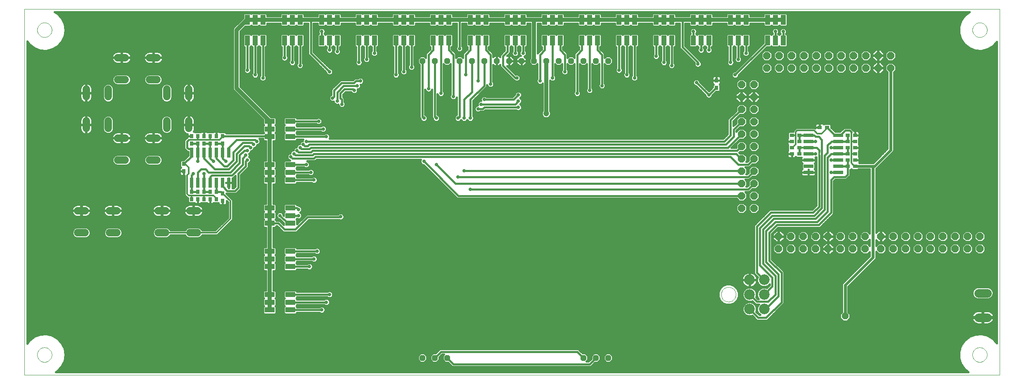
<source format=gtl>
G75*
G70*
%OFA0B0*%
%FSLAX24Y24*%
%IPPOS*%
%LPD*%
%AMOC8*
5,1,8,0,0,1.08239X$1,22.5*
%
%ADD10C,0.0000*%
%ADD11OC8,0.0591*%
%ADD12OC8,0.0472*%
%ADD13C,0.0705*%
%ADD14R,0.0394X0.0787*%
%ADD15C,0.0860*%
%ADD16R,0.0354X0.0315*%
%ADD17R,0.0787X0.0394*%
%ADD18C,0.0600*%
%ADD19R,0.0315X0.0354*%
%ADD20R,0.0800X0.0260*%
%ADD21R,0.0260X0.0800*%
%ADD22C,0.0160*%
%ADD23C,0.0290*%
%ADD24C,0.0320*%
%ADD25C,0.0400*%
%ADD26C,0.0472*%
%ADD27C,0.0120*%
%ADD28C,0.0240*%
%ADD29OC8,0.0531*%
D10*
X000100Y000444D02*
X000100Y030003D01*
X078840Y030003D01*
X078840Y000444D01*
X000100Y000444D01*
X001134Y002069D02*
X001136Y002117D01*
X001142Y002165D01*
X001152Y002212D01*
X001165Y002258D01*
X001183Y002303D01*
X001203Y002347D01*
X001228Y002389D01*
X001256Y002428D01*
X001286Y002465D01*
X001320Y002499D01*
X001357Y002531D01*
X001395Y002560D01*
X001436Y002585D01*
X001479Y002607D01*
X001524Y002625D01*
X001570Y002639D01*
X001617Y002650D01*
X001665Y002657D01*
X001713Y002660D01*
X001761Y002659D01*
X001809Y002654D01*
X001857Y002645D01*
X001903Y002633D01*
X001948Y002616D01*
X001992Y002596D01*
X002034Y002573D01*
X002074Y002546D01*
X002112Y002516D01*
X002147Y002483D01*
X002179Y002447D01*
X002209Y002409D01*
X002235Y002368D01*
X002257Y002325D01*
X002277Y002281D01*
X002292Y002236D01*
X002304Y002189D01*
X002312Y002141D01*
X002316Y002093D01*
X002316Y002045D01*
X002312Y001997D01*
X002304Y001949D01*
X002292Y001902D01*
X002277Y001857D01*
X002257Y001813D01*
X002235Y001770D01*
X002209Y001729D01*
X002179Y001691D01*
X002147Y001655D01*
X002112Y001622D01*
X002074Y001592D01*
X002034Y001565D01*
X001992Y001542D01*
X001948Y001522D01*
X001903Y001505D01*
X001857Y001493D01*
X001809Y001484D01*
X001761Y001479D01*
X001713Y001478D01*
X001665Y001481D01*
X001617Y001488D01*
X001570Y001499D01*
X001524Y001513D01*
X001479Y001531D01*
X001436Y001553D01*
X001395Y001578D01*
X001357Y001607D01*
X001320Y001639D01*
X001286Y001673D01*
X001256Y001710D01*
X001228Y001749D01*
X001203Y001791D01*
X001183Y001835D01*
X001165Y001880D01*
X001152Y001926D01*
X001142Y001973D01*
X001136Y002021D01*
X001134Y002069D01*
X056351Y006944D02*
X056353Y006992D01*
X056359Y007040D01*
X056369Y007087D01*
X056382Y007133D01*
X056400Y007178D01*
X056420Y007222D01*
X056445Y007264D01*
X056473Y007303D01*
X056503Y007340D01*
X056537Y007374D01*
X056574Y007406D01*
X056612Y007435D01*
X056653Y007460D01*
X056696Y007482D01*
X056741Y007500D01*
X056787Y007514D01*
X056834Y007525D01*
X056882Y007532D01*
X056930Y007535D01*
X056978Y007534D01*
X057026Y007529D01*
X057074Y007520D01*
X057120Y007508D01*
X057165Y007491D01*
X057209Y007471D01*
X057251Y007448D01*
X057291Y007421D01*
X057329Y007391D01*
X057364Y007358D01*
X057396Y007322D01*
X057426Y007284D01*
X057452Y007243D01*
X057474Y007200D01*
X057494Y007156D01*
X057509Y007111D01*
X057521Y007064D01*
X057529Y007016D01*
X057533Y006968D01*
X057533Y006920D01*
X057529Y006872D01*
X057521Y006824D01*
X057509Y006777D01*
X057494Y006732D01*
X057474Y006688D01*
X057452Y006645D01*
X057426Y006604D01*
X057396Y006566D01*
X057364Y006530D01*
X057329Y006497D01*
X057291Y006467D01*
X057251Y006440D01*
X057209Y006417D01*
X057165Y006397D01*
X057120Y006380D01*
X057074Y006368D01*
X057026Y006359D01*
X056978Y006354D01*
X056930Y006353D01*
X056882Y006356D01*
X056834Y006363D01*
X056787Y006374D01*
X056741Y006388D01*
X056696Y006406D01*
X056653Y006428D01*
X056612Y006453D01*
X056574Y006482D01*
X056537Y006514D01*
X056503Y006548D01*
X056473Y006585D01*
X056445Y006624D01*
X056420Y006666D01*
X056400Y006710D01*
X056382Y006755D01*
X056369Y006801D01*
X056359Y006848D01*
X056353Y006896D01*
X056351Y006944D01*
X076634Y002069D02*
X076636Y002117D01*
X076642Y002165D01*
X076652Y002212D01*
X076665Y002258D01*
X076683Y002303D01*
X076703Y002347D01*
X076728Y002389D01*
X076756Y002428D01*
X076786Y002465D01*
X076820Y002499D01*
X076857Y002531D01*
X076895Y002560D01*
X076936Y002585D01*
X076979Y002607D01*
X077024Y002625D01*
X077070Y002639D01*
X077117Y002650D01*
X077165Y002657D01*
X077213Y002660D01*
X077261Y002659D01*
X077309Y002654D01*
X077357Y002645D01*
X077403Y002633D01*
X077448Y002616D01*
X077492Y002596D01*
X077534Y002573D01*
X077574Y002546D01*
X077612Y002516D01*
X077647Y002483D01*
X077679Y002447D01*
X077709Y002409D01*
X077735Y002368D01*
X077757Y002325D01*
X077777Y002281D01*
X077792Y002236D01*
X077804Y002189D01*
X077812Y002141D01*
X077816Y002093D01*
X077816Y002045D01*
X077812Y001997D01*
X077804Y001949D01*
X077792Y001902D01*
X077777Y001857D01*
X077757Y001813D01*
X077735Y001770D01*
X077709Y001729D01*
X077679Y001691D01*
X077647Y001655D01*
X077612Y001622D01*
X077574Y001592D01*
X077534Y001565D01*
X077492Y001542D01*
X077448Y001522D01*
X077403Y001505D01*
X077357Y001493D01*
X077309Y001484D01*
X077261Y001479D01*
X077213Y001478D01*
X077165Y001481D01*
X077117Y001488D01*
X077070Y001499D01*
X077024Y001513D01*
X076979Y001531D01*
X076936Y001553D01*
X076895Y001578D01*
X076857Y001607D01*
X076820Y001639D01*
X076786Y001673D01*
X076756Y001710D01*
X076728Y001749D01*
X076703Y001791D01*
X076683Y001835D01*
X076665Y001880D01*
X076652Y001926D01*
X076642Y001973D01*
X076636Y002021D01*
X076634Y002069D01*
X076634Y028319D02*
X076636Y028367D01*
X076642Y028415D01*
X076652Y028462D01*
X076665Y028508D01*
X076683Y028553D01*
X076703Y028597D01*
X076728Y028639D01*
X076756Y028678D01*
X076786Y028715D01*
X076820Y028749D01*
X076857Y028781D01*
X076895Y028810D01*
X076936Y028835D01*
X076979Y028857D01*
X077024Y028875D01*
X077070Y028889D01*
X077117Y028900D01*
X077165Y028907D01*
X077213Y028910D01*
X077261Y028909D01*
X077309Y028904D01*
X077357Y028895D01*
X077403Y028883D01*
X077448Y028866D01*
X077492Y028846D01*
X077534Y028823D01*
X077574Y028796D01*
X077612Y028766D01*
X077647Y028733D01*
X077679Y028697D01*
X077709Y028659D01*
X077735Y028618D01*
X077757Y028575D01*
X077777Y028531D01*
X077792Y028486D01*
X077804Y028439D01*
X077812Y028391D01*
X077816Y028343D01*
X077816Y028295D01*
X077812Y028247D01*
X077804Y028199D01*
X077792Y028152D01*
X077777Y028107D01*
X077757Y028063D01*
X077735Y028020D01*
X077709Y027979D01*
X077679Y027941D01*
X077647Y027905D01*
X077612Y027872D01*
X077574Y027842D01*
X077534Y027815D01*
X077492Y027792D01*
X077448Y027772D01*
X077403Y027755D01*
X077357Y027743D01*
X077309Y027734D01*
X077261Y027729D01*
X077213Y027728D01*
X077165Y027731D01*
X077117Y027738D01*
X077070Y027749D01*
X077024Y027763D01*
X076979Y027781D01*
X076936Y027803D01*
X076895Y027828D01*
X076857Y027857D01*
X076820Y027889D01*
X076786Y027923D01*
X076756Y027960D01*
X076728Y027999D01*
X076703Y028041D01*
X076683Y028085D01*
X076665Y028130D01*
X076652Y028176D01*
X076642Y028223D01*
X076636Y028271D01*
X076634Y028319D01*
X001134Y028319D02*
X001136Y028367D01*
X001142Y028415D01*
X001152Y028462D01*
X001165Y028508D01*
X001183Y028553D01*
X001203Y028597D01*
X001228Y028639D01*
X001256Y028678D01*
X001286Y028715D01*
X001320Y028749D01*
X001357Y028781D01*
X001395Y028810D01*
X001436Y028835D01*
X001479Y028857D01*
X001524Y028875D01*
X001570Y028889D01*
X001617Y028900D01*
X001665Y028907D01*
X001713Y028910D01*
X001761Y028909D01*
X001809Y028904D01*
X001857Y028895D01*
X001903Y028883D01*
X001948Y028866D01*
X001992Y028846D01*
X002034Y028823D01*
X002074Y028796D01*
X002112Y028766D01*
X002147Y028733D01*
X002179Y028697D01*
X002209Y028659D01*
X002235Y028618D01*
X002257Y028575D01*
X002277Y028531D01*
X002292Y028486D01*
X002304Y028439D01*
X002312Y028391D01*
X002316Y028343D01*
X002316Y028295D01*
X002312Y028247D01*
X002304Y028199D01*
X002292Y028152D01*
X002277Y028107D01*
X002257Y028063D01*
X002235Y028020D01*
X002209Y027979D01*
X002179Y027941D01*
X002147Y027905D01*
X002112Y027872D01*
X002074Y027842D01*
X002034Y027815D01*
X001992Y027792D01*
X001948Y027772D01*
X001903Y027755D01*
X001857Y027743D01*
X001809Y027734D01*
X001761Y027729D01*
X001713Y027728D01*
X001665Y027731D01*
X001617Y027738D01*
X001570Y027749D01*
X001524Y027763D01*
X001479Y027781D01*
X001436Y027803D01*
X001395Y027828D01*
X001357Y027857D01*
X001320Y027889D01*
X001286Y027923D01*
X001256Y027960D01*
X001228Y027999D01*
X001203Y028041D01*
X001183Y028085D01*
X001165Y028130D01*
X001152Y028176D01*
X001142Y028223D01*
X001136Y028271D01*
X001134Y028319D01*
D11*
X057985Y023909D03*
X058985Y023909D03*
X058985Y022909D03*
X057985Y022909D03*
X057985Y021909D03*
X058985Y021909D03*
X058985Y020909D03*
X057985Y020909D03*
X057985Y019909D03*
X058985Y019909D03*
X058985Y018909D03*
X057985Y018909D03*
X057985Y017909D03*
X058985Y017909D03*
X058985Y016909D03*
X057985Y016909D03*
X057985Y015909D03*
X058985Y015909D03*
X058985Y014909D03*
X057985Y014909D03*
X057985Y013909D03*
X058985Y013909D03*
X060979Y011632D03*
X061979Y011632D03*
X062979Y011632D03*
X063979Y011632D03*
X064979Y011632D03*
X065979Y011632D03*
X066979Y011632D03*
X067979Y011632D03*
X069235Y011634D03*
X070235Y011634D03*
X071235Y011634D03*
X072235Y011634D03*
X073235Y011634D03*
X074235Y011634D03*
X075235Y011634D03*
X076235Y011634D03*
X077235Y011634D03*
X077235Y010634D03*
X076235Y010634D03*
X075235Y010634D03*
X074235Y010634D03*
X073235Y010634D03*
X072235Y010634D03*
X071235Y010634D03*
X070235Y010634D03*
X069235Y010634D03*
X067979Y010632D03*
X066979Y010632D03*
X065979Y010632D03*
X064979Y010632D03*
X063979Y010632D03*
X062979Y010632D03*
X061979Y010632D03*
X060979Y010632D03*
X061023Y025246D03*
X062023Y025246D03*
X063023Y025246D03*
X064023Y025246D03*
X065023Y025246D03*
X066023Y025246D03*
X067023Y025246D03*
X068023Y025246D03*
X069023Y025246D03*
X070023Y025246D03*
X070023Y026246D03*
X069023Y026246D03*
X068023Y026246D03*
X067023Y026246D03*
X066023Y026246D03*
X065023Y026246D03*
X064023Y026246D03*
X063023Y026246D03*
X062023Y026246D03*
X061023Y026246D03*
X060023Y026246D03*
X060023Y025246D03*
D12*
X047225Y025819D03*
X046225Y025819D03*
X045225Y025819D03*
X044225Y025819D03*
X043225Y025819D03*
X042225Y025819D03*
X041225Y025819D03*
X040225Y025819D03*
X039225Y025819D03*
X038225Y025819D03*
X037225Y025819D03*
X036225Y025819D03*
X035225Y025819D03*
X034225Y025819D03*
X033225Y025819D03*
X032225Y025819D03*
X032225Y001819D03*
X033225Y001819D03*
X034225Y001819D03*
X045225Y001819D03*
X046225Y001819D03*
X047225Y001819D03*
D13*
X077123Y005085D02*
X077828Y005085D01*
X077828Y007053D02*
X077123Y007053D01*
D14*
X061355Y027469D03*
X060725Y027469D03*
X060095Y027469D03*
X058355Y027469D03*
X057725Y027469D03*
X057095Y027469D03*
X055355Y027469D03*
X054725Y027469D03*
X054095Y027469D03*
X052355Y027469D03*
X051725Y027469D03*
X051095Y027469D03*
X049355Y027469D03*
X048725Y027469D03*
X048095Y027469D03*
X046355Y027469D03*
X045725Y027469D03*
X045095Y027469D03*
X043355Y027469D03*
X042725Y027469D03*
X042095Y027469D03*
X040355Y027469D03*
X039725Y027469D03*
X039095Y027469D03*
X037355Y027469D03*
X036725Y027469D03*
X036095Y027469D03*
X034355Y027469D03*
X033725Y027469D03*
X033095Y027469D03*
X031355Y027469D03*
X030725Y027469D03*
X030095Y027469D03*
X028355Y027469D03*
X027725Y027469D03*
X027095Y027469D03*
X025355Y027469D03*
X024725Y027469D03*
X024095Y027469D03*
X022355Y027469D03*
X021725Y027469D03*
X021095Y027469D03*
X019355Y027469D03*
X018725Y027469D03*
X018095Y027469D03*
X018095Y029149D03*
X018725Y029149D03*
X019355Y029149D03*
X021095Y029149D03*
X021725Y029149D03*
X022355Y029149D03*
X024095Y029149D03*
X024725Y029149D03*
X025355Y029149D03*
X027095Y029149D03*
X027725Y029149D03*
X028355Y029149D03*
X030095Y029149D03*
X030725Y029149D03*
X031355Y029149D03*
X033095Y029149D03*
X033725Y029149D03*
X034355Y029149D03*
X036095Y029149D03*
X036725Y029149D03*
X037355Y029149D03*
X039095Y029149D03*
X039725Y029149D03*
X040355Y029149D03*
X042095Y029149D03*
X042725Y029149D03*
X043355Y029149D03*
X045095Y029149D03*
X045725Y029149D03*
X046355Y029149D03*
X048095Y029149D03*
X048725Y029149D03*
X049355Y029149D03*
X051095Y029149D03*
X051725Y029149D03*
X052355Y029149D03*
X054095Y029149D03*
X054725Y029149D03*
X055355Y029149D03*
X057095Y029149D03*
X057725Y029149D03*
X058355Y029149D03*
X060095Y029149D03*
X060725Y029149D03*
X061355Y029149D03*
D15*
X059816Y008125D03*
X058634Y008125D03*
X058634Y006944D03*
X059816Y006944D03*
X059816Y005763D03*
X058634Y005763D03*
D16*
X066550Y017319D03*
X067150Y017319D03*
X067150Y017819D03*
X067150Y018319D03*
X066550Y018319D03*
X066550Y017819D03*
X066550Y018819D03*
X067150Y018819D03*
X067150Y019319D03*
X067150Y019819D03*
X066550Y019819D03*
X066550Y019319D03*
X064900Y020444D03*
X064300Y020444D03*
X062650Y019819D03*
X062650Y019319D03*
X062050Y019319D03*
X062050Y019819D03*
X062050Y018819D03*
X062650Y018819D03*
X062650Y018319D03*
X062050Y018319D03*
D17*
X021575Y017449D03*
X021575Y016819D03*
X021575Y016189D03*
X019895Y016189D03*
X019895Y016819D03*
X019895Y017449D03*
X019895Y019689D03*
X019895Y020319D03*
X019895Y020949D03*
X021575Y020949D03*
X021575Y020319D03*
X021575Y019689D03*
X021575Y013949D03*
X021575Y013319D03*
X021575Y012689D03*
X019895Y012689D03*
X019895Y013319D03*
X019895Y013949D03*
X019895Y010449D03*
X019895Y009819D03*
X019895Y009189D03*
X021575Y009189D03*
X021575Y009819D03*
X021575Y010449D03*
X021575Y006949D03*
X019895Y006949D03*
X019895Y006319D03*
X019895Y005689D03*
X021575Y005689D03*
X021575Y006319D03*
D18*
X014055Y011929D02*
X013455Y011929D01*
X011495Y011929D02*
X010895Y011929D01*
X007555Y011929D02*
X006955Y011929D01*
X004995Y011929D02*
X004395Y011929D01*
X004395Y013709D02*
X004995Y013709D01*
X006955Y013709D02*
X007555Y013709D01*
X010895Y013709D02*
X011495Y013709D01*
X013455Y013709D02*
X014055Y013709D01*
X010805Y017804D02*
X010205Y017804D01*
X008245Y017804D02*
X007645Y017804D01*
X007645Y019584D02*
X008245Y019584D01*
X006865Y020364D02*
X006865Y020964D01*
X005085Y020964D02*
X005085Y020364D01*
X010205Y019584D02*
X010805Y019584D01*
X011585Y020364D02*
X011585Y020964D01*
X013365Y020964D02*
X013365Y020364D01*
X013365Y022924D02*
X013365Y023524D01*
X011585Y023524D02*
X011585Y022924D01*
X010805Y024304D02*
X010205Y024304D01*
X008245Y024304D02*
X007645Y024304D01*
X006865Y023524D02*
X006865Y022924D01*
X005085Y022924D02*
X005085Y023524D01*
X007645Y026084D02*
X008245Y026084D01*
X010205Y026084D02*
X010805Y026084D01*
D19*
X013600Y019744D03*
X014100Y019744D03*
X014600Y019744D03*
X015100Y019744D03*
X015600Y019744D03*
X016100Y019744D03*
X016100Y019144D03*
X015600Y019144D03*
X015100Y019144D03*
X014600Y019144D03*
X014100Y019144D03*
X013600Y019144D03*
X012975Y017494D03*
X012975Y016894D03*
X013600Y015244D03*
X014100Y015244D03*
X014600Y015244D03*
X015100Y015244D03*
X015600Y015244D03*
X016100Y015119D03*
X016100Y014519D03*
X015600Y014644D03*
X015100Y014644D03*
X014600Y014644D03*
X014100Y014644D03*
X013600Y014644D03*
X055975Y023644D03*
X055975Y024244D03*
D20*
X063390Y019819D03*
X063390Y019319D03*
X063390Y018819D03*
X063390Y018319D03*
X063390Y017819D03*
X063390Y017319D03*
X063390Y016819D03*
X065810Y016819D03*
X065810Y017319D03*
X065810Y017819D03*
X065810Y018319D03*
X065810Y018819D03*
X065810Y019319D03*
X065810Y019819D03*
D21*
X016600Y018404D03*
X016100Y018404D03*
X015600Y018404D03*
X015100Y018404D03*
X014600Y018404D03*
X014100Y018404D03*
X013600Y018404D03*
X013600Y015984D03*
X014100Y015984D03*
X014600Y015984D03*
X015100Y015984D03*
X015600Y015984D03*
X016100Y015984D03*
X016600Y015984D03*
D22*
X016600Y016349D01*
X016600Y016349D01*
X016600Y015984D01*
X016600Y015984D01*
X016910Y015984D01*
X016910Y016349D01*
X016941Y016349D01*
X017130Y016538D01*
X017130Y015660D01*
X017009Y015539D01*
X016904Y015539D01*
X016910Y015560D01*
X016910Y015984D01*
X016600Y015984D01*
X016600Y015984D01*
X016600Y015984D01*
X016370Y015984D01*
X016370Y015984D01*
X016600Y015984D01*
X016600Y015539D01*
X016600Y015539D01*
X016600Y015984D01*
X016600Y015984D01*
X016600Y015975D02*
X016600Y015975D01*
X016600Y015817D02*
X016600Y015817D01*
X016600Y015658D02*
X016600Y015658D01*
X016910Y015658D02*
X017128Y015658D01*
X017130Y015817D02*
X016910Y015817D01*
X016910Y015975D02*
X017130Y015975D01*
X017130Y016134D02*
X016910Y016134D01*
X016910Y016292D02*
X017130Y016292D01*
X017130Y016451D02*
X017043Y016451D01*
X016850Y016569D02*
X017725Y017444D01*
X017725Y017944D01*
X017975Y018194D01*
X018260Y018194D02*
X019595Y018194D01*
X019595Y018036D02*
X018286Y018036D01*
X018261Y018060D02*
X018233Y018072D01*
X018260Y018137D01*
X018260Y018251D01*
X018233Y018315D01*
X018261Y018327D01*
X018342Y018407D01*
X018385Y018512D01*
X018385Y018534D01*
X018407Y018534D01*
X018511Y018577D01*
X018592Y018657D01*
X018635Y018762D01*
X018635Y018784D01*
X018657Y018784D01*
X018761Y018827D01*
X018842Y018907D01*
X018885Y019012D01*
X018885Y019034D01*
X018907Y019034D01*
X019011Y019077D01*
X019092Y019157D01*
X019135Y019262D01*
X019135Y019376D01*
X019092Y019480D01*
X019048Y019524D01*
X019361Y019524D01*
X019361Y019434D01*
X019443Y019352D01*
X019595Y019352D01*
X019595Y017786D01*
X019443Y017786D01*
X019361Y017704D01*
X019361Y017194D01*
X019421Y017134D01*
X019361Y017074D01*
X019361Y016564D01*
X019421Y016504D01*
X019361Y016444D01*
X019361Y015934D01*
X019443Y015852D01*
X019595Y015852D01*
X019595Y014286D01*
X019443Y014286D01*
X019361Y014204D01*
X019361Y013694D01*
X019421Y013634D01*
X019361Y013574D01*
X019361Y013064D01*
X019421Y013004D01*
X019361Y012944D01*
X019361Y012434D01*
X019443Y012352D01*
X019595Y012352D01*
X019595Y010786D01*
X019443Y010786D01*
X019361Y010704D01*
X019361Y010194D01*
X019421Y010134D01*
X019361Y010074D01*
X019361Y009564D01*
X019421Y009504D01*
X019361Y009444D01*
X019361Y008934D01*
X019443Y008852D01*
X019595Y008852D01*
X019595Y007286D01*
X019443Y007286D01*
X019361Y007204D01*
X019361Y006694D01*
X019421Y006634D01*
X019361Y006574D01*
X019361Y006064D01*
X019421Y006004D01*
X019361Y005944D01*
X019361Y005434D01*
X019443Y005352D01*
X020347Y005352D01*
X020429Y005434D01*
X020429Y005944D01*
X020369Y006004D01*
X020429Y006064D01*
X020429Y006574D01*
X020369Y006634D01*
X020429Y006694D01*
X020429Y007204D01*
X020347Y007286D01*
X020195Y007286D01*
X020195Y008852D01*
X020347Y008852D01*
X020429Y008934D01*
X020429Y009444D01*
X020369Y009504D01*
X020429Y009564D01*
X020429Y010074D01*
X020369Y010134D01*
X020429Y010194D01*
X020429Y010704D01*
X020347Y010786D01*
X020195Y010786D01*
X020195Y012352D01*
X020347Y012352D01*
X020429Y012434D01*
X020429Y012469D01*
X020514Y012469D01*
X020880Y012103D01*
X021009Y011974D01*
X022066Y011974D01*
X023066Y012974D01*
X025497Y012974D01*
X025576Y012941D01*
X025689Y012941D01*
X025794Y012985D01*
X025874Y013065D01*
X025917Y013170D01*
X025917Y013283D01*
X025874Y013388D01*
X025794Y013468D01*
X025689Y013511D01*
X025576Y013511D01*
X025471Y013468D01*
X025417Y013414D01*
X022884Y013414D01*
X022755Y013285D01*
X022108Y012638D01*
X022108Y012944D01*
X022048Y013004D01*
X022105Y013060D01*
X022168Y013034D01*
X022282Y013034D01*
X022386Y013077D01*
X022467Y013157D01*
X022510Y013262D01*
X022510Y013376D01*
X022467Y013480D01*
X022386Y013560D01*
X022366Y013569D01*
X022386Y013577D01*
X022467Y013657D01*
X022510Y013762D01*
X022510Y013876D01*
X022467Y013980D01*
X022386Y014060D01*
X022282Y014104D01*
X022251Y014104D01*
X022186Y014169D01*
X022108Y014169D01*
X022108Y014204D01*
X022026Y014286D01*
X021123Y014286D01*
X021041Y014204D01*
X021041Y013694D01*
X021101Y013634D01*
X021041Y013574D01*
X021041Y013314D01*
X021010Y013345D01*
X021010Y013376D01*
X020967Y013480D01*
X020886Y013560D01*
X020782Y013604D01*
X020668Y013604D01*
X020564Y013560D01*
X020483Y013480D01*
X020440Y013376D01*
X020440Y013262D01*
X020483Y013157D01*
X020564Y013077D01*
X020668Y013034D01*
X020699Y013034D01*
X021041Y012692D01*
X021041Y012564D01*
X020696Y012909D01*
X020429Y012909D01*
X020429Y012944D01*
X020369Y013004D01*
X020429Y013064D01*
X020429Y013574D01*
X020369Y013634D01*
X020429Y013694D01*
X020429Y014204D01*
X020347Y014286D01*
X020195Y014286D01*
X020195Y015852D01*
X020347Y015852D01*
X020429Y015934D01*
X020429Y016444D01*
X020369Y016504D01*
X020429Y016564D01*
X020429Y017074D01*
X020369Y017134D01*
X020429Y017194D01*
X020429Y017704D01*
X020347Y017786D01*
X020195Y017786D01*
X020195Y019352D01*
X020347Y019352D01*
X020429Y019434D01*
X020429Y019944D01*
X020369Y020004D01*
X020429Y020064D01*
X020429Y020574D01*
X020369Y020634D01*
X020429Y020694D01*
X020429Y021204D01*
X020347Y021286D01*
X019982Y021286D01*
X017525Y023743D01*
X017525Y028195D01*
X017945Y028615D01*
X018350Y028615D01*
X018410Y028675D01*
X018470Y028615D01*
X018980Y028615D01*
X019040Y028675D01*
X019100Y028615D01*
X019610Y028615D01*
X019692Y028697D01*
X019692Y028849D01*
X020758Y028849D01*
X020758Y028697D01*
X020840Y028615D01*
X021350Y028615D01*
X021410Y028675D01*
X021470Y028615D01*
X021980Y028615D01*
X022040Y028675D01*
X022100Y028615D01*
X022610Y028615D01*
X022692Y028697D01*
X022692Y028849D01*
X023005Y028849D01*
X023005Y026353D01*
X023134Y026224D01*
X024440Y024918D01*
X024440Y024887D01*
X024483Y024782D01*
X024564Y024702D01*
X024668Y024659D01*
X024782Y024659D01*
X024886Y024702D01*
X024967Y024782D01*
X025010Y024887D01*
X025010Y025001D01*
X024967Y025105D01*
X024886Y025185D01*
X024782Y025229D01*
X024751Y025229D01*
X023445Y026535D01*
X023445Y028849D01*
X023758Y028849D01*
X023758Y028697D01*
X023840Y028615D01*
X024350Y028615D01*
X024410Y028675D01*
X024470Y028615D01*
X024980Y028615D01*
X025040Y028675D01*
X025100Y028615D01*
X025610Y028615D01*
X025692Y028697D01*
X025692Y028849D01*
X026758Y028849D01*
X026758Y028697D01*
X026840Y028615D01*
X027350Y028615D01*
X027410Y028675D01*
X027470Y028615D01*
X027980Y028615D01*
X028040Y028675D01*
X028100Y028615D01*
X028610Y028615D01*
X028692Y028697D01*
X028692Y028849D01*
X029758Y028849D01*
X029758Y028697D01*
X029840Y028615D01*
X030350Y028615D01*
X030410Y028675D01*
X030470Y028615D01*
X030980Y028615D01*
X031040Y028675D01*
X031100Y028615D01*
X031610Y028615D01*
X031692Y028697D01*
X031692Y028849D01*
X032758Y028849D01*
X032758Y028697D01*
X032840Y028615D01*
X033350Y028615D01*
X033410Y028675D01*
X033470Y028615D01*
X033980Y028615D01*
X034040Y028675D01*
X034100Y028615D01*
X034610Y028615D01*
X034692Y028697D01*
X034692Y028849D01*
X035005Y028849D01*
X035005Y027002D01*
X034983Y026980D01*
X034940Y026876D01*
X034940Y026762D01*
X034983Y026657D01*
X035064Y026577D01*
X035168Y026534D01*
X035282Y026534D01*
X035386Y026577D01*
X035467Y026657D01*
X035510Y026762D01*
X035510Y026876D01*
X035467Y026980D01*
X035445Y027002D01*
X035445Y028849D01*
X035758Y028849D01*
X035758Y028697D01*
X035840Y028615D01*
X036350Y028615D01*
X036410Y028675D01*
X036470Y028615D01*
X036980Y028615D01*
X037040Y028675D01*
X037100Y028615D01*
X037610Y028615D01*
X037692Y028697D01*
X037692Y028849D01*
X038758Y028849D01*
X038758Y028697D01*
X038840Y028615D01*
X039350Y028615D01*
X039410Y028675D01*
X039470Y028615D01*
X039980Y028615D01*
X040040Y028675D01*
X040100Y028615D01*
X040610Y028615D01*
X040692Y028697D01*
X040692Y028849D01*
X040925Y028849D01*
X040925Y026051D01*
X040849Y025975D01*
X040849Y025663D01*
X041069Y025443D01*
X041381Y025443D01*
X041505Y025567D01*
X041505Y024377D01*
X041483Y024355D01*
X041440Y024251D01*
X041440Y024137D01*
X041483Y024032D01*
X041564Y023952D01*
X041668Y023909D01*
X041782Y023909D01*
X041886Y023952D01*
X041925Y023991D01*
X041925Y021801D01*
X041906Y021782D01*
X041849Y021644D01*
X041849Y021494D01*
X041906Y021356D01*
X042012Y021250D01*
X042150Y021193D01*
X042300Y021193D01*
X042438Y021250D01*
X042544Y021356D01*
X042601Y021494D01*
X042601Y021644D01*
X042544Y021782D01*
X042525Y021801D01*
X042525Y024241D01*
X042564Y024202D01*
X042668Y024159D01*
X042782Y024159D01*
X042886Y024202D01*
X042967Y024282D01*
X043010Y024387D01*
X043010Y024501D01*
X042967Y024605D01*
X042945Y024627D01*
X042945Y025567D01*
X043069Y025443D01*
X043381Y025443D01*
X043505Y025567D01*
X043505Y025127D01*
X043483Y025105D01*
X043440Y025001D01*
X043440Y024887D01*
X043483Y024782D01*
X043564Y024702D01*
X043668Y024659D01*
X043782Y024659D01*
X043886Y024702D01*
X043967Y024782D01*
X044010Y024887D01*
X044010Y025001D01*
X043967Y025105D01*
X043945Y025127D01*
X043945Y025567D01*
X044069Y025443D01*
X044381Y025443D01*
X044505Y025567D01*
X044505Y023377D01*
X044483Y023355D01*
X044440Y023251D01*
X044440Y023137D01*
X044483Y023032D01*
X044564Y022952D01*
X044668Y022909D01*
X044782Y022909D01*
X044886Y022952D01*
X044967Y023032D01*
X045010Y023137D01*
X045010Y023251D01*
X044967Y023355D01*
X044945Y023377D01*
X044945Y025567D01*
X045069Y025443D01*
X045381Y025443D01*
X045505Y025567D01*
X045505Y023627D01*
X045483Y023605D01*
X045440Y023501D01*
X045440Y023387D01*
X045483Y023282D01*
X045564Y023202D01*
X045668Y023159D01*
X045782Y023159D01*
X045886Y023202D01*
X045967Y023282D01*
X046010Y023387D01*
X046010Y023501D01*
X045967Y023605D01*
X045945Y023627D01*
X045945Y025567D01*
X046069Y025443D01*
X046381Y025443D01*
X046505Y025567D01*
X046505Y024002D01*
X046483Y023980D01*
X046440Y023876D01*
X046440Y023762D01*
X046483Y023657D01*
X046564Y023577D01*
X046668Y023534D01*
X046782Y023534D01*
X046886Y023577D01*
X046967Y023657D01*
X047010Y023762D01*
X047010Y023876D01*
X046967Y023980D01*
X046945Y024002D01*
X046945Y025567D01*
X047069Y025443D01*
X047381Y025443D01*
X047601Y025663D01*
X047601Y025975D01*
X047381Y026195D01*
X047069Y026195D01*
X046945Y026071D01*
X046945Y026410D01*
X046816Y026539D01*
X046575Y026780D01*
X046575Y026936D01*
X046610Y026936D01*
X046692Y027018D01*
X046692Y027921D01*
X046610Y028003D01*
X046100Y028003D01*
X046040Y027943D01*
X045980Y028003D01*
X045470Y028003D01*
X045410Y027943D01*
X045350Y028003D01*
X044840Y028003D01*
X044758Y027921D01*
X044758Y027018D01*
X044840Y026936D01*
X044875Y026936D01*
X044875Y026780D01*
X044634Y026539D01*
X044505Y026410D01*
X044505Y026071D01*
X044381Y026195D01*
X044069Y026195D01*
X043945Y026071D01*
X043945Y026410D01*
X043816Y026539D01*
X043575Y026780D01*
X043575Y026936D01*
X043610Y026936D01*
X043692Y027018D01*
X043692Y027921D01*
X043610Y028003D01*
X043100Y028003D01*
X043040Y027943D01*
X042980Y028003D01*
X042470Y028003D01*
X042410Y027943D01*
X042350Y028003D01*
X041840Y028003D01*
X041758Y027921D01*
X041758Y027018D01*
X041840Y026936D01*
X041875Y026936D01*
X041875Y026780D01*
X041525Y026430D01*
X041525Y028849D01*
X041758Y028849D01*
X041758Y028697D01*
X041840Y028615D01*
X042350Y028615D01*
X042410Y028675D01*
X042470Y028615D01*
X042980Y028615D01*
X043040Y028675D01*
X043100Y028615D01*
X043610Y028615D01*
X043692Y028697D01*
X043692Y028849D01*
X044758Y028849D01*
X044758Y028697D01*
X044840Y028615D01*
X045350Y028615D01*
X045410Y028675D01*
X045470Y028615D01*
X045980Y028615D01*
X046040Y028675D01*
X046100Y028615D01*
X046610Y028615D01*
X046692Y028697D01*
X046692Y028849D01*
X047758Y028849D01*
X047758Y028697D01*
X047840Y028615D01*
X048350Y028615D01*
X048410Y028675D01*
X048470Y028615D01*
X048980Y028615D01*
X049040Y028675D01*
X049100Y028615D01*
X049610Y028615D01*
X049692Y028697D01*
X049692Y028849D01*
X050758Y028849D01*
X050758Y028697D01*
X050840Y028615D01*
X051350Y028615D01*
X051410Y028675D01*
X051470Y028615D01*
X051980Y028615D01*
X052040Y028675D01*
X052100Y028615D01*
X052610Y028615D01*
X052692Y028697D01*
X052692Y028849D01*
X053005Y028849D01*
X053005Y026853D01*
X053134Y026724D01*
X054202Y025655D01*
X054190Y025626D01*
X054190Y025512D01*
X054233Y025407D01*
X054314Y025327D01*
X052610Y025327D01*
X052592Y025282D02*
X052635Y025387D01*
X052635Y025501D01*
X052592Y025605D01*
X052570Y025627D01*
X052570Y026936D01*
X052610Y026936D01*
X052692Y027018D01*
X052692Y027921D01*
X052610Y028003D01*
X052100Y028003D01*
X052040Y027943D01*
X051980Y028003D01*
X051470Y028003D01*
X051410Y027943D01*
X051350Y028003D01*
X050840Y028003D01*
X050758Y027921D01*
X050758Y027018D01*
X050840Y026936D01*
X050880Y026936D01*
X050880Y026377D01*
X050858Y026355D01*
X050815Y026251D01*
X050815Y026137D01*
X050858Y026032D01*
X050939Y025952D01*
X051043Y025909D01*
X051157Y025909D01*
X051261Y025952D01*
X051342Y026032D01*
X051385Y026137D01*
X051385Y026251D01*
X051342Y026355D01*
X051320Y026377D01*
X051320Y026936D01*
X051350Y026936D01*
X051410Y026996D01*
X051470Y026936D01*
X051505Y026936D01*
X051505Y025877D01*
X051483Y025855D01*
X051440Y025751D01*
X051440Y025637D01*
X051483Y025532D01*
X051564Y025452D01*
X051668Y025409D01*
X051782Y025409D01*
X051886Y025452D01*
X051967Y025532D01*
X052010Y025637D01*
X052010Y025751D01*
X051967Y025855D01*
X051945Y025877D01*
X051945Y026936D01*
X051980Y026936D01*
X052040Y026996D01*
X052100Y026936D01*
X052130Y026936D01*
X052130Y025627D01*
X052108Y025605D01*
X052065Y025501D01*
X052065Y025387D01*
X052108Y025282D01*
X052189Y025202D01*
X052293Y025159D01*
X052407Y025159D01*
X052511Y025202D01*
X052592Y025282D01*
X052430Y025168D02*
X057638Y025168D01*
X057480Y025010D02*
X049570Y025010D01*
X049570Y025168D02*
X052270Y025168D01*
X052090Y025327D02*
X049570Y025327D01*
X049570Y025485D02*
X051530Y025485D01*
X051440Y025644D02*
X049570Y025644D01*
X049570Y025802D02*
X051461Y025802D01*
X051505Y025961D02*
X051270Y025961D01*
X051378Y026119D02*
X051505Y026119D01*
X051505Y026278D02*
X051374Y026278D01*
X051320Y026436D02*
X051505Y026436D01*
X051505Y026595D02*
X051320Y026595D01*
X051320Y026753D02*
X051505Y026753D01*
X051505Y026912D02*
X051320Y026912D01*
X050880Y026912D02*
X049570Y026912D01*
X049570Y026936D02*
X049610Y026936D01*
X049692Y027018D01*
X049692Y027921D01*
X049610Y028003D01*
X049100Y028003D01*
X049040Y027943D01*
X048980Y028003D01*
X048470Y028003D01*
X048410Y027943D01*
X048350Y028003D01*
X047840Y028003D01*
X047758Y027921D01*
X047758Y027018D01*
X047840Y026936D01*
X047880Y026936D01*
X047880Y025252D01*
X047858Y025230D01*
X047815Y025126D01*
X047815Y025012D01*
X047858Y024907D01*
X047939Y024827D01*
X048043Y024784D01*
X048157Y024784D01*
X048261Y024827D01*
X048342Y024907D01*
X048385Y025012D01*
X048385Y025126D01*
X048342Y025230D01*
X048320Y025252D01*
X048320Y026936D01*
X048350Y026936D01*
X048410Y026996D01*
X048470Y026936D01*
X048505Y026936D01*
X048505Y024877D01*
X048483Y024855D01*
X048440Y024751D01*
X048440Y024637D01*
X048483Y024532D01*
X048564Y024452D01*
X048668Y024409D01*
X048782Y024409D01*
X048886Y024452D01*
X048967Y024532D01*
X049010Y024637D01*
X049010Y024751D01*
X048967Y024855D01*
X048945Y024877D01*
X048945Y026936D01*
X048980Y026936D01*
X049040Y026996D01*
X049100Y026936D01*
X049130Y026936D01*
X049130Y024627D01*
X049108Y024605D01*
X049065Y024501D01*
X049065Y024387D01*
X049108Y024282D01*
X049189Y024202D01*
X049293Y024159D01*
X049407Y024159D01*
X049511Y024202D01*
X049592Y024282D01*
X049635Y024387D01*
X049635Y024501D01*
X049592Y024605D01*
X049570Y024627D01*
X049570Y026936D01*
X049692Y027070D02*
X050758Y027070D01*
X050758Y027229D02*
X049692Y027229D01*
X049692Y027387D02*
X050758Y027387D01*
X050758Y027546D02*
X049692Y027546D01*
X049692Y027704D02*
X050758Y027704D01*
X050758Y027863D02*
X049692Y027863D01*
X049355Y027469D02*
X049350Y027464D01*
X049350Y024444D01*
X049621Y024534D02*
X055676Y024534D01*
X055673Y024532D02*
X055650Y024490D01*
X055638Y024445D01*
X055638Y024244D01*
X055975Y024244D01*
X055975Y024601D01*
X055975Y024244D01*
X055975Y024244D01*
X055975Y024244D01*
X056312Y024244D01*
X056312Y024445D01*
X056300Y024490D01*
X056277Y024532D01*
X056243Y024565D01*
X056202Y024589D01*
X056156Y024601D01*
X055975Y024601D01*
X055794Y024601D01*
X055748Y024589D01*
X055707Y024565D01*
X055673Y024532D01*
X055638Y024376D02*
X049630Y024376D01*
X049527Y024217D02*
X054103Y024217D01*
X054108Y024230D02*
X054065Y024126D01*
X054065Y024012D01*
X054108Y023907D01*
X054189Y023827D01*
X054293Y023784D01*
X054324Y023784D01*
X055065Y023043D01*
X055065Y023012D01*
X055108Y022907D01*
X055189Y022827D01*
X055293Y022784D01*
X055407Y022784D01*
X055511Y022827D01*
X055592Y022907D01*
X055635Y023012D01*
X055635Y023043D01*
X055919Y023327D01*
X056190Y023327D01*
X056272Y023409D01*
X056272Y023879D01*
X056234Y023917D01*
X056243Y023923D01*
X056277Y023956D01*
X056300Y023997D01*
X056312Y024043D01*
X056312Y024244D01*
X055975Y024244D01*
X055975Y024244D01*
X055638Y024244D01*
X055638Y024043D01*
X055650Y023997D01*
X055673Y023956D01*
X055707Y023923D01*
X055716Y023917D01*
X055678Y023879D01*
X055678Y023707D01*
X055350Y023380D01*
X054635Y024095D01*
X054635Y024126D01*
X054592Y024230D01*
X054511Y024310D01*
X054407Y024354D01*
X054293Y024354D01*
X054189Y024310D01*
X054108Y024230D01*
X054065Y024059D02*
X046945Y024059D01*
X046945Y024217D02*
X049173Y024217D01*
X049070Y024376D02*
X046945Y024376D01*
X046945Y024534D02*
X048483Y024534D01*
X048440Y024693D02*
X046945Y024693D01*
X046945Y024851D02*
X047914Y024851D01*
X047816Y025010D02*
X046945Y025010D01*
X046945Y025168D02*
X047833Y025168D01*
X047880Y025327D02*
X046945Y025327D01*
X046945Y025485D02*
X047026Y025485D01*
X047424Y025485D02*
X047880Y025485D01*
X047880Y025644D02*
X047582Y025644D01*
X047601Y025802D02*
X047880Y025802D01*
X047880Y025961D02*
X047601Y025961D01*
X047457Y026119D02*
X047880Y026119D01*
X047880Y026278D02*
X046945Y026278D01*
X046945Y026119D02*
X046993Y026119D01*
X046919Y026436D02*
X047880Y026436D01*
X047880Y026595D02*
X046760Y026595D01*
X046816Y026539D02*
X046816Y026539D01*
X046725Y026319D02*
X046725Y023819D01*
X047000Y023900D02*
X054115Y023900D01*
X054350Y024069D02*
X055350Y023069D01*
X055925Y023644D01*
X055975Y023644D01*
X056272Y023583D02*
X057695Y023583D01*
X057805Y023474D02*
X057550Y023729D01*
X057550Y024089D01*
X057805Y024344D01*
X058165Y024344D01*
X058420Y024089D01*
X058420Y023729D01*
X058165Y023474D01*
X057805Y023474D01*
X057788Y023384D02*
X057510Y023106D01*
X057510Y022927D01*
X057967Y022927D01*
X057967Y023384D01*
X057788Y023384D01*
X057670Y023266D02*
X055859Y023266D01*
X055700Y023108D02*
X057512Y023108D01*
X057510Y022949D02*
X055609Y022949D01*
X055424Y022791D02*
X057510Y022791D01*
X057510Y022712D02*
X057788Y022434D01*
X057967Y022434D01*
X057967Y022890D01*
X058003Y022890D01*
X058003Y022434D01*
X058182Y022434D01*
X058460Y022712D01*
X058460Y022890D01*
X058003Y022890D01*
X058003Y022927D01*
X057967Y022927D01*
X057967Y022890D01*
X057510Y022890D01*
X057510Y022712D01*
X057589Y022632D02*
X042525Y022632D01*
X042525Y022474D02*
X057748Y022474D01*
X057805Y022344D02*
X057550Y022089D01*
X057550Y021785D01*
X056880Y021115D01*
X056880Y019910D01*
X056509Y019539D01*
X024719Y019539D01*
X024760Y019637D01*
X024760Y019751D01*
X024717Y019855D01*
X024636Y019935D01*
X024532Y019979D01*
X024418Y019979D01*
X024314Y019935D01*
X024292Y019914D01*
X022108Y019914D01*
X022108Y019944D01*
X022048Y020004D01*
X022108Y020064D01*
X022108Y020099D01*
X024042Y020099D01*
X024064Y020077D01*
X024168Y020034D01*
X024282Y020034D01*
X024386Y020077D01*
X024467Y020157D01*
X024510Y020262D01*
X024510Y020376D01*
X024467Y020480D01*
X024386Y020560D01*
X024282Y020604D01*
X024168Y020604D01*
X024064Y020560D01*
X024042Y020539D01*
X022108Y020539D01*
X022108Y020574D01*
X022048Y020634D01*
X022108Y020694D01*
X022108Y020724D01*
X023667Y020724D01*
X023689Y020702D01*
X023793Y020659D01*
X023907Y020659D01*
X024011Y020702D01*
X024092Y020782D01*
X024135Y020887D01*
X024135Y021001D01*
X024092Y021105D01*
X024011Y021185D01*
X023907Y021229D01*
X023793Y021229D01*
X023689Y021185D01*
X023667Y021164D01*
X022108Y021164D01*
X022108Y021204D01*
X022026Y021286D01*
X021123Y021286D01*
X021041Y021204D01*
X021041Y020694D01*
X021101Y020634D01*
X021041Y020574D01*
X021041Y020064D01*
X021101Y020004D01*
X021041Y019944D01*
X021041Y019434D01*
X021123Y019352D01*
X022026Y019352D01*
X022108Y019434D01*
X022108Y019474D01*
X022606Y019474D01*
X022565Y019376D01*
X022565Y019354D01*
X022543Y019354D01*
X022439Y019310D01*
X022358Y019230D01*
X022315Y019126D01*
X022315Y019104D01*
X022293Y019104D01*
X022189Y019060D01*
X022108Y018980D01*
X022065Y018876D01*
X022065Y018854D01*
X022043Y018854D01*
X021939Y018810D01*
X021858Y018730D01*
X021815Y018626D01*
X021815Y018604D01*
X021793Y018604D01*
X021689Y018560D01*
X021608Y018480D01*
X021565Y018376D01*
X021565Y018354D01*
X021543Y018354D01*
X021439Y018310D01*
X021358Y018230D01*
X021315Y018126D01*
X021315Y018012D01*
X021358Y017907D01*
X021439Y017827D01*
X021539Y017786D01*
X021123Y017786D01*
X021041Y017704D01*
X021041Y017194D01*
X021101Y017134D01*
X021041Y017074D01*
X021041Y016564D01*
X021101Y016504D01*
X021041Y016444D01*
X021041Y015934D01*
X021123Y015852D01*
X022026Y015852D01*
X022108Y015934D01*
X022108Y015974D01*
X023292Y015974D01*
X023314Y015952D01*
X023418Y015909D01*
X023532Y015909D01*
X023636Y015952D01*
X023717Y016032D01*
X023760Y016137D01*
X023760Y016251D01*
X023717Y016355D01*
X023636Y016435D01*
X023532Y016479D01*
X023418Y016479D01*
X023314Y016435D01*
X023292Y016414D01*
X022108Y016414D01*
X022108Y016444D01*
X022048Y016504D01*
X022108Y016564D01*
X022108Y016599D01*
X023042Y016599D01*
X023064Y016577D01*
X023168Y016534D01*
X023282Y016534D01*
X023386Y016577D01*
X023467Y016657D01*
X023510Y016762D01*
X023510Y016876D01*
X023467Y016980D01*
X023386Y017060D01*
X023282Y017104D01*
X023168Y017104D01*
X023064Y017060D01*
X023042Y017039D01*
X022108Y017039D01*
X022108Y017074D01*
X022048Y017134D01*
X022108Y017194D01*
X022108Y017224D01*
X022667Y017224D01*
X022689Y017202D01*
X022793Y017159D01*
X022907Y017159D01*
X023011Y017202D01*
X023092Y017282D01*
X023135Y017387D01*
X023135Y017501D01*
X023092Y017605D01*
X023011Y017685D01*
X022919Y017724D01*
X023566Y017724D01*
X023691Y017849D01*
X032106Y017849D01*
X032065Y017751D01*
X032065Y017637D01*
X032108Y017532D01*
X032189Y017452D01*
X032293Y017409D01*
X032324Y017409D01*
X035044Y014689D01*
X057589Y014689D01*
X057805Y014474D01*
X058165Y014474D01*
X058420Y014729D01*
X058420Y015089D01*
X058286Y015224D01*
X058611Y015224D01*
X058740Y015353D01*
X058861Y015474D01*
X059165Y015474D01*
X059420Y015729D01*
X059420Y016089D01*
X059165Y016344D01*
X058805Y016344D01*
X058550Y016089D01*
X058550Y015785D01*
X058429Y015664D01*
X058356Y015664D01*
X058420Y015729D01*
X058420Y016089D01*
X058286Y016224D01*
X058611Y016224D01*
X058861Y016474D01*
X059165Y016474D01*
X059420Y016729D01*
X059420Y017089D01*
X059165Y017344D01*
X058805Y017344D01*
X058550Y017089D01*
X058550Y016785D01*
X058429Y016664D01*
X058356Y016664D01*
X058420Y016729D01*
X058420Y017089D01*
X058286Y017224D01*
X058611Y017224D01*
X058740Y017353D01*
X058861Y017474D01*
X059165Y017474D01*
X059420Y017729D01*
X059420Y018089D01*
X059165Y018344D01*
X058805Y018344D01*
X058550Y018089D01*
X058550Y017785D01*
X058429Y017664D01*
X058356Y017664D01*
X058420Y017729D01*
X058420Y018089D01*
X058165Y018344D01*
X057861Y018344D01*
X057796Y018409D01*
X057861Y018474D01*
X058165Y018474D01*
X058420Y018729D01*
X058420Y019089D01*
X058165Y019344D01*
X057805Y019344D01*
X057550Y019089D01*
X057550Y018789D01*
X057176Y018789D01*
X057861Y019474D01*
X058165Y019474D01*
X058420Y019729D01*
X058420Y020089D01*
X058165Y020344D01*
X057805Y020344D01*
X057570Y020109D01*
X057570Y020183D01*
X057861Y020474D01*
X058165Y020474D01*
X058420Y020729D01*
X058420Y021089D01*
X058165Y021344D01*
X057805Y021344D01*
X057550Y021089D01*
X057550Y020785D01*
X057320Y020555D01*
X057320Y020933D01*
X057861Y021474D01*
X058165Y021474D01*
X058420Y021729D01*
X058420Y022089D01*
X058165Y022344D01*
X057805Y022344D01*
X057776Y022315D02*
X042525Y022315D01*
X042525Y022157D02*
X057617Y022157D01*
X057550Y021998D02*
X042525Y021998D01*
X042525Y021840D02*
X057550Y021840D01*
X057446Y021681D02*
X042586Y021681D01*
X042601Y021523D02*
X057288Y021523D01*
X057129Y021364D02*
X042548Y021364D01*
X042332Y021206D02*
X056971Y021206D01*
X056880Y021047D02*
X036348Y021047D01*
X036342Y021032D02*
X036385Y021137D01*
X036385Y021251D01*
X036342Y021355D01*
X036320Y021377D01*
X036320Y022603D01*
X037445Y023728D01*
X037445Y023875D01*
X037483Y023782D01*
X037564Y023702D01*
X037668Y023659D01*
X037782Y023659D01*
X037886Y023702D01*
X037967Y023782D01*
X038010Y023887D01*
X038010Y024001D01*
X037967Y024105D01*
X037945Y024127D01*
X037945Y025510D01*
X038053Y025403D01*
X038225Y025403D01*
X038397Y025403D01*
X038505Y025510D01*
X038505Y025353D01*
X038634Y025224D01*
X039634Y024224D01*
X039667Y024224D01*
X039689Y024202D01*
X039793Y024159D01*
X039907Y024159D01*
X040011Y024202D01*
X040092Y024282D01*
X040135Y024387D01*
X040135Y024501D01*
X040092Y024605D01*
X040011Y024685D01*
X039907Y024729D01*
X039793Y024729D01*
X039763Y024716D01*
X039077Y025403D01*
X039225Y025403D01*
X039397Y025403D01*
X039641Y025646D01*
X039641Y025819D01*
X039641Y025991D01*
X039397Y026235D01*
X039225Y026235D01*
X039077Y026235D01*
X039191Y026349D01*
X039320Y026478D01*
X039320Y026936D01*
X039350Y026936D01*
X039410Y026996D01*
X039470Y026936D01*
X039505Y026936D01*
X039505Y026627D01*
X039483Y026605D01*
X039440Y026501D01*
X039440Y026387D01*
X039483Y026282D01*
X039564Y026202D01*
X039668Y026159D01*
X039782Y026159D01*
X039886Y026202D01*
X039967Y026282D01*
X040010Y026387D01*
X040010Y026501D01*
X039967Y026605D01*
X039945Y026627D01*
X039945Y026936D01*
X039980Y026936D01*
X040040Y026996D01*
X040100Y026936D01*
X040130Y026936D01*
X040130Y026627D01*
X040108Y026605D01*
X040065Y026501D01*
X040065Y026387D01*
X040108Y026282D01*
X040156Y026235D01*
X040053Y026235D01*
X039809Y025991D01*
X039809Y025819D01*
X040225Y025819D01*
X040641Y025819D01*
X040641Y025991D01*
X040454Y026178D01*
X040511Y026202D01*
X040592Y026282D01*
X040635Y026387D01*
X040635Y026501D01*
X040592Y026605D01*
X040570Y026627D01*
X040570Y026936D01*
X040610Y026936D01*
X040692Y027018D01*
X040692Y027921D01*
X040610Y028003D01*
X040100Y028003D01*
X040040Y027943D01*
X039980Y028003D01*
X039470Y028003D01*
X039410Y027943D01*
X039350Y028003D01*
X038840Y028003D01*
X038758Y027921D01*
X038758Y027018D01*
X038840Y026936D01*
X038880Y026936D01*
X038880Y026660D01*
X038505Y026285D01*
X038505Y026127D01*
X038397Y026235D01*
X038225Y026235D01*
X038053Y026235D01*
X037945Y026127D01*
X037945Y026410D01*
X037816Y026539D01*
X037575Y026780D01*
X037575Y026936D01*
X037610Y026936D01*
X037692Y027018D01*
X037692Y027921D01*
X037610Y028003D01*
X037100Y028003D01*
X037040Y027943D01*
X036980Y028003D01*
X036470Y028003D01*
X036410Y027943D01*
X036350Y028003D01*
X035840Y028003D01*
X035758Y027921D01*
X035758Y027018D01*
X035840Y026936D01*
X035875Y026936D01*
X035875Y026780D01*
X035634Y026539D01*
X035505Y026410D01*
X035505Y026071D01*
X035381Y026195D01*
X035069Y026195D01*
X034945Y026071D01*
X034945Y026410D01*
X034816Y026539D01*
X034575Y026780D01*
X034575Y026936D01*
X034610Y026936D01*
X034692Y027018D01*
X034692Y027921D01*
X034610Y028003D01*
X034100Y028003D01*
X034040Y027943D01*
X033980Y028003D01*
X033470Y028003D01*
X033410Y027943D01*
X033350Y028003D01*
X032840Y028003D01*
X032758Y027921D01*
X032758Y027018D01*
X032840Y026936D01*
X032875Y026936D01*
X032875Y026780D01*
X032634Y026539D01*
X032505Y026410D01*
X032505Y026071D01*
X032381Y026195D01*
X032069Y026195D01*
X031849Y025975D01*
X031849Y025663D01*
X032005Y025507D01*
X032005Y021228D01*
X032065Y021168D01*
X032065Y021137D01*
X032108Y021032D01*
X032189Y020952D01*
X032293Y020909D01*
X032407Y020909D01*
X032511Y020952D01*
X032592Y021032D01*
X032635Y021137D01*
X032635Y021251D01*
X032592Y021355D01*
X032511Y021435D01*
X032445Y021463D01*
X032445Y023500D01*
X032483Y023407D01*
X032564Y023327D01*
X032668Y023284D01*
X032782Y023284D01*
X032886Y023327D01*
X032967Y023407D01*
X033005Y023500D01*
X033005Y021228D01*
X033065Y021168D01*
X033065Y021137D01*
X033108Y021032D01*
X033189Y020952D01*
X033293Y020909D01*
X033407Y020909D01*
X033511Y020952D01*
X033592Y021032D01*
X033635Y021137D01*
X033635Y021251D01*
X033592Y021355D01*
X033511Y021435D01*
X033445Y021463D01*
X033445Y023125D01*
X033483Y023032D01*
X033564Y022952D01*
X033668Y022909D01*
X033782Y022909D01*
X033886Y022952D01*
X033967Y023032D01*
X034010Y023137D01*
X034010Y023251D01*
X033967Y023355D01*
X033945Y023377D01*
X033945Y025567D01*
X034069Y025443D01*
X034381Y025443D01*
X034505Y025567D01*
X034505Y023127D01*
X034483Y023105D01*
X034440Y023001D01*
X034440Y022887D01*
X034483Y022782D01*
X034564Y022702D01*
X034668Y022659D01*
X034782Y022659D01*
X034886Y022702D01*
X034967Y022782D01*
X035005Y022875D01*
X035005Y021463D01*
X034939Y021435D01*
X034858Y021355D01*
X034815Y021251D01*
X034815Y021137D01*
X034858Y021032D01*
X034939Y020952D01*
X035043Y020909D01*
X035157Y020909D01*
X035261Y020952D01*
X035342Y021032D01*
X035350Y021053D01*
X035358Y021032D01*
X035439Y020952D01*
X035543Y020909D01*
X035657Y020909D01*
X035761Y020952D01*
X035842Y021032D01*
X035850Y021053D01*
X035858Y021032D01*
X035939Y020952D01*
X036043Y020909D01*
X036157Y020909D01*
X036261Y020952D01*
X036342Y021032D01*
X036385Y021206D02*
X042118Y021206D01*
X041902Y021364D02*
X036333Y021364D01*
X036320Y021523D02*
X041849Y021523D01*
X041864Y021681D02*
X036836Y021681D01*
X036886Y021702D02*
X036908Y021724D01*
X037191Y021724D01*
X037316Y021849D01*
X039792Y021849D01*
X039814Y021827D01*
X039918Y021784D01*
X040032Y021784D01*
X040136Y021827D01*
X040217Y021907D01*
X040260Y022012D01*
X040260Y022126D01*
X040217Y022230D01*
X040136Y022310D01*
X040116Y022319D01*
X040136Y022327D01*
X040217Y022407D01*
X040260Y022512D01*
X040260Y022626D01*
X040217Y022730D01*
X040136Y022810D01*
X040116Y022819D01*
X040136Y022827D01*
X040217Y022907D01*
X040260Y023012D01*
X040260Y023126D01*
X040217Y023230D01*
X040136Y023310D01*
X040032Y023354D01*
X039918Y023354D01*
X039814Y023310D01*
X039733Y023230D01*
X039690Y023126D01*
X039690Y023095D01*
X039509Y022914D01*
X037408Y022914D01*
X037386Y022935D01*
X037282Y022979D01*
X037168Y022979D01*
X037064Y022935D01*
X036983Y022855D01*
X036940Y022751D01*
X036940Y022637D01*
X036954Y022604D01*
X036918Y022604D01*
X036814Y022560D01*
X036733Y022480D01*
X036690Y022376D01*
X036690Y022262D01*
X036704Y022229D01*
X036668Y022229D01*
X036564Y022185D01*
X036483Y022105D01*
X036440Y022001D01*
X036440Y021887D01*
X036483Y021782D01*
X036564Y021702D01*
X036668Y021659D01*
X036782Y021659D01*
X036886Y021702D01*
X036614Y021681D02*
X036320Y021681D01*
X036320Y021840D02*
X036460Y021840D01*
X036440Y021998D02*
X036320Y021998D01*
X036320Y022157D02*
X036535Y022157D01*
X036690Y022315D02*
X036320Y022315D01*
X036320Y022474D02*
X036731Y022474D01*
X036942Y022632D02*
X036350Y022632D01*
X036508Y022791D02*
X036957Y022791D01*
X037097Y022949D02*
X036667Y022949D01*
X036825Y023108D02*
X039690Y023108D01*
X039769Y023266D02*
X036984Y023266D01*
X037142Y023425D02*
X041925Y023425D01*
X041925Y023583D02*
X037301Y023583D01*
X037445Y023742D02*
X037524Y023742D01*
X037725Y023944D02*
X037725Y026319D01*
X037355Y026689D01*
X037355Y027469D01*
X037692Y027546D02*
X038758Y027546D01*
X038758Y027704D02*
X037692Y027704D01*
X037692Y027863D02*
X038758Y027863D01*
X039095Y027469D02*
X039100Y027464D01*
X039100Y026569D01*
X038725Y026194D01*
X038725Y025444D01*
X039725Y024444D01*
X039850Y024444D01*
X040121Y024534D02*
X041505Y024534D01*
X041504Y024376D02*
X040130Y024376D01*
X040027Y024217D02*
X041440Y024217D01*
X041472Y024059D02*
X037986Y024059D01*
X038010Y023900D02*
X041925Y023900D01*
X041925Y023742D02*
X037926Y023742D01*
X037225Y023819D02*
X036100Y022694D01*
X036100Y021194D01*
X035852Y021047D02*
X035848Y021047D01*
X035600Y021194D02*
X035600Y022694D01*
X036225Y023319D01*
X036225Y025819D01*
X035505Y026119D02*
X035457Y026119D01*
X035505Y026278D02*
X034945Y026278D01*
X034945Y026119D02*
X034993Y026119D01*
X034919Y026436D02*
X035531Y026436D01*
X035404Y026595D02*
X035690Y026595D01*
X035848Y026753D02*
X035506Y026753D01*
X035495Y026912D02*
X035875Y026912D01*
X035758Y027070D02*
X035445Y027070D01*
X035445Y027229D02*
X035758Y027229D01*
X035758Y027387D02*
X035445Y027387D01*
X035445Y027546D02*
X035758Y027546D01*
X035758Y027704D02*
X035445Y027704D01*
X035445Y027863D02*
X035758Y027863D01*
X035445Y028021D02*
X040925Y028021D01*
X040925Y027863D02*
X040692Y027863D01*
X040692Y027704D02*
X040925Y027704D01*
X040925Y027546D02*
X040692Y027546D01*
X040692Y027387D02*
X040925Y027387D01*
X040925Y027229D02*
X040692Y027229D01*
X040692Y027070D02*
X040925Y027070D01*
X040925Y026912D02*
X040570Y026912D01*
X040570Y026753D02*
X040925Y026753D01*
X040925Y026595D02*
X040596Y026595D01*
X040635Y026436D02*
X040925Y026436D01*
X040925Y026278D02*
X040587Y026278D01*
X040513Y026119D02*
X040925Y026119D01*
X040849Y025961D02*
X040641Y025961D01*
X040641Y025819D02*
X040225Y025819D01*
X040225Y025819D01*
X040225Y025819D01*
X039809Y025819D01*
X039809Y025646D01*
X040053Y025403D01*
X040225Y025403D01*
X040397Y025403D01*
X040641Y025646D01*
X040641Y025819D01*
X040641Y025802D02*
X040849Y025802D01*
X040868Y025644D02*
X040639Y025644D01*
X040480Y025485D02*
X041026Y025485D01*
X041424Y025485D02*
X041505Y025485D01*
X041505Y025327D02*
X039153Y025327D01*
X039225Y025403D02*
X039225Y025819D01*
X039225Y026235D01*
X039225Y025819D01*
X039225Y025819D01*
X039641Y025819D01*
X039225Y025819D01*
X039225Y025819D01*
X039225Y025403D01*
X039225Y025485D02*
X039225Y025485D01*
X039225Y025644D02*
X039225Y025644D01*
X039225Y025802D02*
X039225Y025802D01*
X039225Y025819D02*
X039225Y025819D01*
X039225Y025961D02*
X039225Y025961D01*
X039225Y026119D02*
X039225Y026119D01*
X039120Y026278D02*
X039488Y026278D01*
X039513Y026119D02*
X039937Y026119D01*
X039962Y026278D02*
X040113Y026278D01*
X040065Y026436D02*
X040010Y026436D01*
X039971Y026595D02*
X040104Y026595D01*
X040130Y026753D02*
X039945Y026753D01*
X039945Y026912D02*
X040130Y026912D01*
X039505Y026912D02*
X039320Y026912D01*
X039320Y026753D02*
X039505Y026753D01*
X039479Y026595D02*
X039320Y026595D01*
X039279Y026436D02*
X039440Y026436D01*
X039725Y026444D02*
X039725Y027469D01*
X040350Y027464D02*
X040355Y027469D01*
X040350Y027464D02*
X040350Y026444D01*
X039809Y025961D02*
X039641Y025961D01*
X039641Y025802D02*
X039809Y025802D01*
X039811Y025644D02*
X039639Y025644D01*
X039480Y025485D02*
X039970Y025485D01*
X040225Y025485D02*
X040225Y025485D01*
X040225Y025403D02*
X040225Y025819D01*
X040225Y025819D01*
X040225Y025403D01*
X040225Y025644D02*
X040225Y025644D01*
X040225Y025802D02*
X040225Y025802D01*
X039470Y025010D02*
X041505Y025010D01*
X041505Y025168D02*
X039312Y025168D01*
X039006Y024851D02*
X037945Y024851D01*
X037945Y024693D02*
X039165Y024693D01*
X039323Y024534D02*
X037945Y024534D01*
X037945Y024376D02*
X039482Y024376D01*
X039673Y024217D02*
X037945Y024217D01*
X037225Y023819D02*
X037225Y025819D01*
X037945Y025485D02*
X037970Y025485D01*
X037945Y025327D02*
X038531Y025327D01*
X038505Y025485D02*
X038480Y025485D01*
X038225Y025485D02*
X038225Y025485D01*
X038225Y025403D02*
X038225Y025819D01*
X038225Y026235D01*
X038225Y025819D01*
X038225Y025819D01*
X038225Y025819D01*
X038225Y025403D01*
X038225Y025644D02*
X038225Y025644D01*
X038225Y025802D02*
X038225Y025802D01*
X038225Y025961D02*
X038225Y025961D01*
X038225Y026119D02*
X038225Y026119D01*
X037945Y026278D02*
X038505Y026278D01*
X038656Y026436D02*
X037919Y026436D01*
X037760Y026595D02*
X038815Y026595D01*
X038880Y026753D02*
X037602Y026753D01*
X037575Y026912D02*
X038880Y026912D01*
X038758Y027070D02*
X037692Y027070D01*
X037692Y027229D02*
X038758Y027229D01*
X038758Y027387D02*
X037692Y027387D01*
X036725Y027469D02*
X036725Y024194D01*
X035725Y024694D02*
X035725Y026319D01*
X036095Y026689D01*
X036095Y027469D01*
X035445Y028180D02*
X040925Y028180D01*
X040925Y028338D02*
X035445Y028338D01*
X035445Y028497D02*
X040925Y028497D01*
X040925Y028655D02*
X040650Y028655D01*
X040692Y028814D02*
X040925Y028814D01*
X041525Y028814D02*
X041758Y028814D01*
X041800Y028655D02*
X041525Y028655D01*
X041525Y028497D02*
X053005Y028497D01*
X053005Y028655D02*
X052650Y028655D01*
X052692Y028814D02*
X053005Y028814D01*
X053225Y029024D02*
X053100Y029149D01*
X053225Y029024D02*
X053225Y026944D01*
X054475Y025694D01*
X054475Y025569D01*
X054695Y025752D02*
X054695Y025785D01*
X053445Y027035D01*
X053445Y028849D01*
X053758Y028849D01*
X053758Y028697D01*
X053840Y028615D01*
X054350Y028615D01*
X054410Y028675D01*
X054470Y028615D01*
X054980Y028615D01*
X055040Y028675D01*
X055100Y028615D01*
X055610Y028615D01*
X055692Y028697D01*
X055692Y028849D01*
X056758Y028849D01*
X056758Y028697D01*
X056840Y028615D01*
X057350Y028615D01*
X057410Y028675D01*
X057470Y028615D01*
X057980Y028615D01*
X058040Y028675D01*
X058100Y028615D01*
X058610Y028615D01*
X058692Y028697D01*
X058692Y028849D01*
X059758Y028849D01*
X059758Y028697D01*
X059840Y028615D01*
X060350Y028615D01*
X060410Y028675D01*
X060470Y028615D01*
X060980Y028615D01*
X061040Y028675D01*
X061100Y028615D01*
X061610Y028615D01*
X061692Y028697D01*
X061692Y029600D01*
X061610Y029682D01*
X061100Y029682D01*
X061040Y029622D01*
X060980Y029682D01*
X060470Y029682D01*
X060410Y029622D01*
X060350Y029682D01*
X059840Y029682D01*
X059758Y029600D01*
X059758Y029449D01*
X058692Y029449D01*
X058692Y029600D01*
X058610Y029682D01*
X058100Y029682D01*
X058040Y029622D01*
X057980Y029682D01*
X057470Y029682D01*
X057410Y029622D01*
X057350Y029682D01*
X056840Y029682D01*
X056758Y029600D01*
X056758Y029449D01*
X055692Y029449D01*
X055692Y029600D01*
X055610Y029682D01*
X055100Y029682D01*
X055040Y029622D01*
X054980Y029682D01*
X054470Y029682D01*
X054410Y029622D01*
X054350Y029682D01*
X053840Y029682D01*
X053758Y029600D01*
X053758Y029449D01*
X052692Y029449D01*
X052692Y029600D01*
X052610Y029682D01*
X052100Y029682D01*
X052040Y029622D01*
X051980Y029682D01*
X051470Y029682D01*
X051410Y029622D01*
X051350Y029682D01*
X050840Y029682D01*
X050758Y029600D01*
X050758Y029449D01*
X049692Y029449D01*
X049692Y029600D01*
X049610Y029682D01*
X049100Y029682D01*
X049040Y029622D01*
X048980Y029682D01*
X048470Y029682D01*
X048410Y029622D01*
X048350Y029682D01*
X047840Y029682D01*
X047758Y029600D01*
X047758Y029449D01*
X046692Y029449D01*
X046692Y029600D01*
X046610Y029682D01*
X046100Y029682D01*
X046040Y029622D01*
X045980Y029682D01*
X045470Y029682D01*
X045410Y029622D01*
X045350Y029682D01*
X044840Y029682D01*
X044758Y029600D01*
X044758Y029449D01*
X043692Y029449D01*
X043692Y029600D01*
X043610Y029682D01*
X043100Y029682D01*
X043040Y029622D01*
X042980Y029682D01*
X042470Y029682D01*
X042410Y029622D01*
X042350Y029682D01*
X041840Y029682D01*
X041758Y029600D01*
X041758Y029449D01*
X040692Y029449D01*
X040692Y029600D01*
X040610Y029682D01*
X040100Y029682D01*
X040040Y029622D01*
X039980Y029682D01*
X039470Y029682D01*
X039410Y029622D01*
X039350Y029682D01*
X038840Y029682D01*
X038758Y029600D01*
X038758Y029449D01*
X037692Y029449D01*
X037692Y029600D01*
X037610Y029682D01*
X037100Y029682D01*
X037040Y029622D01*
X036980Y029682D01*
X036470Y029682D01*
X036410Y029622D01*
X036350Y029682D01*
X035840Y029682D01*
X035758Y029600D01*
X035758Y029449D01*
X034692Y029449D01*
X034692Y029600D01*
X034610Y029682D01*
X034100Y029682D01*
X034040Y029622D01*
X033980Y029682D01*
X033470Y029682D01*
X033410Y029622D01*
X033350Y029682D01*
X032840Y029682D01*
X032758Y029600D01*
X032758Y029449D01*
X031692Y029449D01*
X031692Y029600D01*
X031610Y029682D01*
X031100Y029682D01*
X031040Y029622D01*
X030980Y029682D01*
X030470Y029682D01*
X030410Y029622D01*
X030350Y029682D01*
X029840Y029682D01*
X029758Y029600D01*
X029758Y029449D01*
X028692Y029449D01*
X028692Y029600D01*
X028610Y029682D01*
X028100Y029682D01*
X028040Y029622D01*
X027980Y029682D01*
X027470Y029682D01*
X027410Y029622D01*
X027350Y029682D01*
X026840Y029682D01*
X026758Y029600D01*
X026758Y029449D01*
X025692Y029449D01*
X025692Y029600D01*
X025610Y029682D01*
X025100Y029682D01*
X025040Y029622D01*
X024980Y029682D01*
X024470Y029682D01*
X024410Y029622D01*
X024350Y029682D01*
X023840Y029682D01*
X023758Y029600D01*
X023758Y029449D01*
X022692Y029449D01*
X022692Y029600D01*
X022610Y029682D01*
X022100Y029682D01*
X022040Y029622D01*
X021980Y029682D01*
X021470Y029682D01*
X021410Y029622D01*
X021350Y029682D01*
X020840Y029682D01*
X020758Y029600D01*
X020758Y029449D01*
X019692Y029449D01*
X019692Y029600D01*
X019610Y029682D01*
X019100Y029682D01*
X019040Y029622D01*
X018980Y029682D01*
X018470Y029682D01*
X018410Y029622D01*
X018350Y029682D01*
X017840Y029682D01*
X017758Y029600D01*
X017758Y029276D01*
X016971Y028489D01*
X016925Y028379D01*
X016925Y023559D01*
X016971Y023449D01*
X017055Y023365D01*
X019361Y021058D01*
X019361Y020694D01*
X019421Y020634D01*
X019361Y020574D01*
X019361Y020064D01*
X019421Y020004D01*
X019381Y019964D01*
X016397Y019964D01*
X016397Y019979D01*
X016315Y020061D01*
X015885Y020061D01*
X015878Y020055D01*
X015868Y020065D01*
X015827Y020089D01*
X015781Y020101D01*
X015600Y020101D01*
X015600Y019744D01*
X015600Y020101D01*
X015419Y020101D01*
X015373Y020089D01*
X015332Y020065D01*
X015322Y020055D01*
X015315Y020061D01*
X014885Y020061D01*
X014878Y020055D01*
X014868Y020065D01*
X014827Y020089D01*
X014781Y020101D01*
X014600Y020101D01*
X014600Y019744D01*
X014600Y020101D01*
X014419Y020101D01*
X014373Y020089D01*
X014332Y020065D01*
X014322Y020055D01*
X014315Y020061D01*
X013885Y020061D01*
X013878Y020055D01*
X013868Y020065D01*
X013827Y020089D01*
X013781Y020101D01*
X013767Y020101D01*
X013776Y020112D01*
X013810Y020180D01*
X013833Y020251D01*
X013845Y020326D01*
X013845Y020644D01*
X013385Y020644D01*
X013385Y020684D01*
X013345Y020684D01*
X013345Y021444D01*
X013327Y021444D01*
X013253Y021432D01*
X013181Y021409D01*
X013113Y021374D01*
X013052Y021330D01*
X012999Y021277D01*
X012954Y021215D01*
X012920Y021148D01*
X012897Y021076D01*
X012885Y021002D01*
X012885Y020684D01*
X013345Y020684D01*
X013345Y020644D01*
X012885Y020644D01*
X012885Y020326D01*
X012897Y020251D01*
X012920Y020180D01*
X012954Y020112D01*
X012999Y020051D01*
X013052Y019998D01*
X013113Y019953D01*
X013181Y019919D01*
X013253Y019896D01*
X013263Y019894D01*
X013263Y019744D01*
X013600Y019744D01*
X013600Y019744D01*
X013263Y019744D01*
X013263Y019664D01*
X013259Y019664D01*
X013005Y019410D01*
X013005Y018728D01*
X013130Y018603D01*
X013130Y018603D01*
X013259Y018474D01*
X013330Y018474D01*
X013330Y018160D01*
X012981Y017811D01*
X012760Y017811D01*
X012678Y017729D01*
X012678Y017259D01*
X012716Y017220D01*
X012707Y017215D01*
X012673Y017182D01*
X012650Y017140D01*
X012638Y017095D01*
X012638Y016894D01*
X012975Y016894D01*
X012975Y016894D01*
X012638Y016894D01*
X012638Y016693D01*
X012650Y016647D01*
X012673Y016606D01*
X012707Y016573D01*
X012748Y016549D01*
X012794Y016537D01*
X012975Y016537D01*
X013025Y016537D01*
X013025Y014986D01*
X013142Y014869D01*
X013267Y014744D01*
X013303Y014744D01*
X013303Y014409D01*
X013385Y014327D01*
X013815Y014327D01*
X013822Y014333D01*
X013832Y014323D01*
X013873Y014299D01*
X013919Y014287D01*
X014100Y014287D01*
X014281Y014287D01*
X014327Y014299D01*
X014368Y014323D01*
X014378Y014333D01*
X014385Y014327D01*
X014815Y014327D01*
X014822Y014333D01*
X014832Y014323D01*
X014873Y014299D01*
X014919Y014287D01*
X015100Y014287D01*
X015281Y014287D01*
X015327Y014299D01*
X015368Y014323D01*
X015378Y014333D01*
X015385Y014327D01*
X015763Y014327D01*
X015763Y014318D01*
X015775Y014272D01*
X015798Y014231D01*
X015832Y014198D01*
X015873Y014174D01*
X015919Y014162D01*
X016100Y014162D01*
X016281Y014162D01*
X016327Y014174D01*
X016368Y014198D01*
X016402Y014231D01*
X016425Y014272D01*
X016437Y014318D01*
X016437Y014499D01*
X016525Y014411D01*
X016525Y013152D01*
X015502Y012129D01*
X014448Y012129D01*
X014428Y012178D01*
X014304Y012302D01*
X014143Y012369D01*
X013367Y012369D01*
X013206Y012302D01*
X013082Y012178D01*
X013062Y012129D01*
X011888Y012129D01*
X011868Y012178D01*
X011744Y012302D01*
X011583Y012369D01*
X010807Y012369D01*
X010646Y012302D01*
X010522Y012178D01*
X010455Y012016D01*
X010455Y011841D01*
X010522Y011680D01*
X010646Y011556D01*
X010807Y011489D01*
X011583Y011489D01*
X011744Y011556D01*
X011868Y011680D01*
X011888Y011729D01*
X013062Y011729D01*
X013082Y011680D01*
X013206Y011556D01*
X013367Y011489D01*
X014143Y011489D01*
X014304Y011556D01*
X014428Y011680D01*
X014448Y011729D01*
X015668Y011729D01*
X016808Y012869D01*
X016925Y012986D01*
X016925Y014577D01*
X016403Y015099D01*
X017191Y015099D01*
X017441Y015349D01*
X017570Y015478D01*
X017570Y016603D01*
X018066Y017099D01*
X018195Y017228D01*
X018195Y017550D01*
X018261Y017577D01*
X018342Y017657D01*
X018385Y017762D01*
X018385Y017876D01*
X018342Y017980D01*
X018261Y018060D01*
X018384Y017877D02*
X019595Y017877D01*
X019377Y017719D02*
X018367Y017719D01*
X018221Y017560D02*
X019361Y017560D01*
X019361Y017402D02*
X018195Y017402D01*
X018195Y017243D02*
X019361Y017243D01*
X019373Y017085D02*
X018052Y017085D01*
X017894Y016926D02*
X019361Y016926D01*
X019361Y016768D02*
X017735Y016768D01*
X017577Y016609D02*
X019361Y016609D01*
X019368Y016451D02*
X017570Y016451D01*
X017570Y016292D02*
X019361Y016292D01*
X019361Y016134D02*
X017570Y016134D01*
X017570Y015975D02*
X019361Y015975D01*
X019595Y015817D02*
X017570Y015817D01*
X017570Y015658D02*
X019595Y015658D01*
X019595Y015500D02*
X017570Y015500D01*
X017434Y015341D02*
X019595Y015341D01*
X019595Y015183D02*
X017275Y015183D01*
X017100Y015319D02*
X017350Y015569D01*
X017350Y016694D01*
X017975Y017319D01*
X017975Y017694D01*
X018100Y017819D01*
X018287Y018353D02*
X019595Y018353D01*
X019595Y018511D02*
X018385Y018511D01*
X018597Y018670D02*
X019595Y018670D01*
X019595Y018828D02*
X018763Y018828D01*
X018875Y018987D02*
X019595Y018987D01*
X019595Y019145D02*
X019080Y019145D01*
X019135Y019304D02*
X019595Y019304D01*
X019361Y019462D02*
X019099Y019462D01*
X018850Y019319D02*
X018725Y019444D01*
X017225Y019444D01*
X016600Y018819D01*
X016600Y018404D01*
X016975Y018444D02*
X017725Y019194D01*
X018475Y019194D01*
X018600Y019069D01*
X018350Y018819D02*
X018225Y018944D01*
X017850Y018944D01*
X017225Y018319D01*
X017225Y017694D01*
X016600Y017069D01*
X015475Y017069D01*
X014600Y017944D01*
X014600Y018404D01*
X014100Y018404D02*
X014100Y017694D01*
X013206Y018036D02*
X011185Y018036D01*
X011178Y018053D02*
X011054Y018177D01*
X010893Y018244D01*
X010117Y018244D01*
X009956Y018177D01*
X009832Y018053D01*
X009765Y017891D01*
X009765Y017716D01*
X009832Y017555D01*
X009956Y017431D01*
X010117Y017364D01*
X010893Y017364D01*
X011054Y017431D01*
X011178Y017555D01*
X011245Y017716D01*
X011245Y017891D01*
X011178Y018053D01*
X011245Y017877D02*
X013047Y017877D01*
X012975Y017494D02*
X013600Y018119D01*
X013600Y018404D01*
X013330Y018353D02*
X000330Y018353D01*
X000330Y018511D02*
X013221Y018511D01*
X013350Y018694D02*
X013600Y018694D01*
X013350Y018694D02*
X013225Y018819D01*
X013225Y019319D01*
X013350Y019444D01*
X013216Y019621D02*
X011285Y019621D01*
X011285Y019622D02*
X011273Y019696D01*
X011250Y019768D01*
X011216Y019835D01*
X011171Y019897D01*
X011118Y019950D01*
X011057Y019994D01*
X010989Y020029D01*
X010917Y020052D01*
X010843Y020064D01*
X010525Y020064D01*
X010525Y019604D01*
X010485Y019604D01*
X010485Y020064D01*
X010167Y020064D01*
X010093Y020052D01*
X010021Y020029D01*
X009953Y019994D01*
X009892Y019950D01*
X009839Y019897D01*
X009794Y019835D01*
X009760Y019768D01*
X009737Y019696D01*
X009725Y019622D01*
X009725Y019604D01*
X010485Y019604D01*
X010485Y019564D01*
X009725Y019564D01*
X009725Y019546D01*
X009737Y019471D01*
X009760Y019400D01*
X009794Y019332D01*
X009839Y019271D01*
X009892Y019218D01*
X009953Y019173D01*
X010021Y019139D01*
X010093Y019116D01*
X010167Y019104D01*
X010485Y019104D01*
X010485Y019564D01*
X010525Y019564D01*
X010525Y019604D01*
X011285Y019604D01*
X011285Y019622D01*
X011285Y019564D02*
X010525Y019564D01*
X010525Y019104D01*
X010843Y019104D01*
X010917Y019116D01*
X010989Y019139D01*
X011057Y019173D01*
X011118Y019218D01*
X011171Y019271D01*
X011216Y019332D01*
X011250Y019400D01*
X011273Y019471D01*
X011285Y019546D01*
X011285Y019564D01*
X011270Y019462D02*
X013057Y019462D01*
X013005Y019304D02*
X011195Y019304D01*
X011002Y019145D02*
X013005Y019145D01*
X013005Y018987D02*
X000330Y018987D01*
X000330Y019145D02*
X007448Y019145D01*
X007461Y019139D02*
X007533Y019116D01*
X007607Y019104D01*
X007925Y019104D01*
X007925Y019564D01*
X007165Y019564D01*
X007165Y019546D01*
X007177Y019471D01*
X007200Y019400D01*
X007234Y019332D01*
X007279Y019271D01*
X007332Y019218D01*
X007393Y019173D01*
X007461Y019139D01*
X007255Y019304D02*
X000330Y019304D01*
X000330Y019462D02*
X007180Y019462D01*
X007165Y019604D02*
X007925Y019604D01*
X007925Y020064D01*
X007607Y020064D01*
X007533Y020052D01*
X007461Y020029D01*
X007393Y019994D01*
X007332Y019950D01*
X007279Y019897D01*
X007234Y019835D01*
X007200Y019768D01*
X007177Y019696D01*
X007165Y019622D01*
X007165Y019604D01*
X007165Y019621D02*
X000330Y019621D01*
X000330Y019779D02*
X007206Y019779D01*
X007320Y019938D02*
X006986Y019938D01*
X006953Y019924D02*
X007114Y019991D01*
X007238Y020115D01*
X007305Y020276D01*
X007305Y021051D01*
X007238Y021213D01*
X007114Y021337D01*
X006953Y021404D01*
X006777Y021404D01*
X006616Y021337D01*
X006492Y021213D01*
X006425Y021051D01*
X006425Y020276D01*
X006492Y020115D01*
X006616Y019991D01*
X006777Y019924D01*
X006953Y019924D01*
X006744Y019938D02*
X005306Y019938D01*
X005337Y019953D02*
X005398Y019998D01*
X005451Y020051D01*
X005496Y020112D01*
X005530Y020180D01*
X005553Y020251D01*
X005565Y020326D01*
X005565Y020644D01*
X005105Y020644D01*
X005105Y020684D01*
X005065Y020684D01*
X005065Y021444D01*
X005047Y021444D01*
X004973Y021432D01*
X004901Y021409D01*
X004833Y021374D01*
X004772Y021330D01*
X004719Y021277D01*
X004674Y021215D01*
X004640Y021148D01*
X004617Y021076D01*
X004605Y021002D01*
X004605Y020684D01*
X005065Y020684D01*
X005065Y020644D01*
X004605Y020644D01*
X004605Y020326D01*
X004617Y020251D01*
X004640Y020180D01*
X004674Y020112D01*
X004719Y020051D01*
X004772Y019998D01*
X004833Y019953D01*
X004901Y019919D01*
X004973Y019896D01*
X005047Y019884D01*
X005065Y019884D01*
X005065Y020644D01*
X005105Y020644D01*
X005105Y019884D01*
X005123Y019884D01*
X005197Y019896D01*
X005269Y019919D01*
X005337Y019953D01*
X005484Y020096D02*
X006510Y020096D01*
X006434Y020255D02*
X005554Y020255D01*
X005565Y020413D02*
X006425Y020413D01*
X006425Y020572D02*
X005565Y020572D01*
X005565Y020684D02*
X005565Y021002D01*
X005553Y021076D01*
X005530Y021148D01*
X005496Y021215D01*
X005451Y021277D01*
X005398Y021330D01*
X005337Y021374D01*
X005269Y021409D01*
X005197Y021432D01*
X005123Y021444D01*
X005105Y021444D01*
X005105Y020684D01*
X005565Y020684D01*
X005565Y020730D02*
X006425Y020730D01*
X006425Y020889D02*
X005565Y020889D01*
X005558Y021047D02*
X006425Y021047D01*
X006489Y021206D02*
X005500Y021206D01*
X005350Y021364D02*
X006682Y021364D01*
X007048Y021364D02*
X011402Y021364D01*
X011336Y021337D02*
X011212Y021213D01*
X011145Y021051D01*
X011145Y020276D01*
X011212Y020115D01*
X011336Y019991D01*
X011497Y019924D01*
X011673Y019924D01*
X011834Y019991D01*
X011958Y020115D01*
X012025Y020276D01*
X012025Y021051D01*
X011958Y021213D01*
X011834Y021337D01*
X011673Y021404D01*
X011497Y021404D01*
X011336Y021337D01*
X011209Y021206D02*
X007241Y021206D01*
X007305Y021047D02*
X011145Y021047D01*
X011145Y020889D02*
X007305Y020889D01*
X007305Y020730D02*
X011145Y020730D01*
X011145Y020572D02*
X007305Y020572D01*
X007305Y020413D02*
X011145Y020413D01*
X011154Y020255D02*
X007296Y020255D01*
X007220Y020096D02*
X011230Y020096D01*
X011130Y019938D02*
X011464Y019938D01*
X011706Y019938D02*
X013144Y019938D01*
X013263Y019779D02*
X011244Y019779D01*
X010525Y019779D02*
X010485Y019779D01*
X010485Y019621D02*
X010525Y019621D01*
X010525Y019462D02*
X010485Y019462D01*
X010485Y019304D02*
X010525Y019304D01*
X010525Y019145D02*
X010485Y019145D01*
X010008Y019145D02*
X008442Y019145D01*
X008429Y019139D02*
X008497Y019173D01*
X008558Y019218D01*
X008611Y019271D01*
X008656Y019332D01*
X008690Y019400D01*
X008713Y019471D01*
X008725Y019546D01*
X008725Y019564D01*
X007965Y019564D01*
X007965Y019604D01*
X007925Y019604D01*
X007925Y019564D01*
X007965Y019564D01*
X007965Y019104D01*
X008283Y019104D01*
X008357Y019116D01*
X008429Y019139D01*
X008635Y019304D02*
X009815Y019304D01*
X009740Y019462D02*
X008710Y019462D01*
X008725Y019604D02*
X007965Y019604D01*
X007965Y020064D01*
X008283Y020064D01*
X008357Y020052D01*
X008429Y020029D01*
X008497Y019994D01*
X008558Y019950D01*
X008611Y019897D01*
X008656Y019835D01*
X008690Y019768D01*
X008713Y019696D01*
X008725Y019622D01*
X008725Y019604D01*
X008725Y019621D02*
X009725Y019621D01*
X009766Y019779D02*
X008684Y019779D01*
X008570Y019938D02*
X009880Y019938D01*
X010485Y019938D02*
X010525Y019938D01*
X011940Y020096D02*
X012966Y020096D01*
X012896Y020255D02*
X012016Y020255D01*
X012025Y020413D02*
X012885Y020413D01*
X012885Y020572D02*
X012025Y020572D01*
X012025Y020730D02*
X012885Y020730D01*
X012885Y020889D02*
X012025Y020889D01*
X012025Y021047D02*
X012892Y021047D01*
X012950Y021206D02*
X011961Y021206D01*
X011768Y021364D02*
X013100Y021364D01*
X013345Y021364D02*
X013385Y021364D01*
X013385Y021444D02*
X013385Y020684D01*
X013845Y020684D01*
X013845Y021002D01*
X013833Y021076D01*
X013810Y021148D01*
X013776Y021215D01*
X013731Y021277D01*
X013678Y021330D01*
X013617Y021374D01*
X013549Y021409D01*
X013477Y021432D01*
X013403Y021444D01*
X013385Y021444D01*
X013385Y021206D02*
X013345Y021206D01*
X013345Y021047D02*
X013385Y021047D01*
X013385Y020889D02*
X013345Y020889D01*
X013345Y020730D02*
X013385Y020730D01*
X013845Y020730D02*
X019361Y020730D01*
X019361Y020572D02*
X013845Y020572D01*
X013845Y020413D02*
X019361Y020413D01*
X019361Y020255D02*
X013834Y020255D01*
X013798Y020096D02*
X014402Y020096D01*
X014600Y020096D02*
X014600Y020096D01*
X014600Y019938D02*
X014600Y019938D01*
X014600Y019779D02*
X014600Y019779D01*
X014600Y019744D02*
X014600Y019744D01*
X014798Y020096D02*
X015402Y020096D01*
X015600Y020096D02*
X015600Y020096D01*
X015600Y019938D02*
X015600Y019938D01*
X015600Y019779D02*
X015600Y019779D01*
X015600Y019744D02*
X015600Y019744D01*
X015798Y020096D02*
X019361Y020096D01*
X019840Y019744D02*
X016100Y019744D01*
X016100Y019144D02*
X016100Y018404D01*
X016100Y017944D01*
X016350Y017694D01*
X016225Y017319D02*
X016475Y017319D01*
X016975Y017819D01*
X016975Y018444D01*
X017475Y018194D02*
X017850Y018569D01*
X018100Y018569D01*
X017475Y018194D02*
X017475Y017569D01*
X016725Y016819D01*
X014975Y016819D01*
X014725Y017069D01*
X014350Y017069D01*
X014100Y016819D01*
X014100Y015984D01*
X014600Y015984D02*
X014600Y016694D01*
X015100Y016444D02*
X015225Y016569D01*
X016850Y016569D01*
X016600Y016292D02*
X016600Y016292D01*
X016600Y016134D02*
X016600Y016134D01*
X016100Y015694D02*
X016475Y015319D01*
X017100Y015319D01*
X016636Y014866D02*
X019595Y014866D01*
X019595Y015024D02*
X016477Y015024D01*
X016100Y015119D02*
X015975Y015244D01*
X015600Y015244D01*
X015600Y015984D01*
X015100Y015984D02*
X015100Y016444D01*
X014600Y015984D02*
X014600Y015244D01*
X015100Y015244D01*
X014100Y015244D02*
X013600Y015244D01*
X013600Y015984D01*
X013600Y016569D01*
X013725Y016694D01*
X013025Y016451D02*
X000330Y016451D01*
X000330Y016609D02*
X012672Y016609D01*
X012638Y016768D02*
X000330Y016768D01*
X000330Y016926D02*
X012638Y016926D01*
X012638Y017085D02*
X000330Y017085D01*
X000330Y017243D02*
X012693Y017243D01*
X012678Y017402D02*
X010984Y017402D01*
X011180Y017560D02*
X012678Y017560D01*
X012678Y017719D02*
X011245Y017719D01*
X010026Y017402D02*
X008424Y017402D01*
X008494Y017431D02*
X008618Y017555D01*
X008685Y017716D01*
X008685Y017891D01*
X008618Y018053D01*
X008494Y018177D01*
X008333Y018244D01*
X007557Y018244D01*
X007396Y018177D01*
X007272Y018053D01*
X007205Y017891D01*
X007205Y017716D01*
X007272Y017555D01*
X007396Y017431D01*
X007557Y017364D01*
X008333Y017364D01*
X008494Y017431D01*
X008620Y017560D02*
X009830Y017560D01*
X009765Y017719D02*
X008685Y017719D01*
X008685Y017877D02*
X009765Y017877D01*
X009825Y018036D02*
X008625Y018036D01*
X008452Y018194D02*
X009998Y018194D01*
X011012Y018194D02*
X013330Y018194D01*
X014100Y018404D02*
X014100Y019144D01*
X013600Y019144D01*
X013005Y018828D02*
X000330Y018828D01*
X000330Y018670D02*
X013063Y018670D01*
X014600Y019144D02*
X015100Y019144D01*
X015600Y019144D02*
X016100Y019144D01*
X015100Y018404D02*
X015100Y017944D01*
X015350Y017694D01*
X015600Y017944D02*
X016225Y017319D01*
X012975Y016894D02*
X012975Y016537D01*
X012975Y016894D01*
X012975Y016894D01*
X012975Y016768D02*
X012975Y016768D01*
X012975Y016609D02*
X012975Y016609D01*
X013025Y016292D02*
X000330Y016292D01*
X000330Y016134D02*
X013025Y016134D01*
X013025Y015975D02*
X000330Y015975D01*
X000330Y015817D02*
X013025Y015817D01*
X013025Y015658D02*
X000330Y015658D01*
X000330Y015500D02*
X013025Y015500D01*
X013025Y015341D02*
X000330Y015341D01*
X000330Y015183D02*
X013025Y015183D01*
X013025Y015024D02*
X000330Y015024D01*
X000330Y014866D02*
X013145Y014866D01*
X013303Y014707D02*
X000330Y014707D01*
X000330Y014549D02*
X013303Y014549D01*
X013321Y014390D02*
X000330Y014390D01*
X000330Y014232D02*
X015798Y014232D01*
X016100Y014232D02*
X016100Y014232D01*
X016100Y014162D02*
X016100Y014519D01*
X016100Y014519D01*
X016100Y014162D01*
X016100Y014390D02*
X016100Y014390D01*
X016437Y014390D02*
X016525Y014390D01*
X016525Y014232D02*
X016402Y014232D01*
X016525Y014073D02*
X014369Y014073D01*
X014368Y014075D02*
X014307Y014119D01*
X014239Y014154D01*
X014167Y014177D01*
X014093Y014189D01*
X013775Y014189D01*
X013775Y013729D01*
X013735Y013729D01*
X013735Y014189D01*
X013417Y014189D01*
X013343Y014177D01*
X013271Y014154D01*
X013203Y014119D01*
X013142Y014075D01*
X013089Y014022D01*
X013044Y013960D01*
X013010Y013893D01*
X012987Y013821D01*
X012975Y013747D01*
X012975Y013729D01*
X013735Y013729D01*
X013735Y013689D01*
X012975Y013689D01*
X012975Y013671D01*
X012987Y013596D01*
X013010Y013525D01*
X013044Y013457D01*
X013089Y013396D01*
X013142Y013343D01*
X013203Y013298D01*
X013271Y013264D01*
X013343Y013241D01*
X013417Y013229D01*
X013735Y013229D01*
X013735Y013689D01*
X013775Y013689D01*
X013775Y013729D01*
X014535Y013729D01*
X014535Y013747D01*
X014523Y013821D01*
X014500Y013893D01*
X014466Y013960D01*
X014421Y014022D01*
X014368Y014075D01*
X014489Y013915D02*
X016525Y013915D01*
X016525Y013756D02*
X014533Y013756D01*
X014535Y013689D02*
X013775Y013689D01*
X013775Y013229D01*
X014093Y013229D01*
X014167Y013241D01*
X014239Y013264D01*
X014307Y013298D01*
X014368Y013343D01*
X014421Y013396D01*
X014466Y013457D01*
X014500Y013525D01*
X014523Y013596D01*
X014535Y013671D01*
X014535Y013689D01*
X014523Y013598D02*
X016525Y013598D01*
X016525Y013439D02*
X014453Y013439D01*
X014272Y013281D02*
X016525Y013281D01*
X016496Y013122D02*
X000330Y013122D01*
X000330Y012964D02*
X016337Y012964D01*
X016179Y012805D02*
X000330Y012805D01*
X000330Y012647D02*
X016020Y012647D01*
X015862Y012488D02*
X000330Y012488D01*
X000330Y012330D02*
X004213Y012330D01*
X004146Y012302D02*
X004022Y012178D01*
X003955Y012016D01*
X003955Y011841D01*
X004022Y011680D01*
X004146Y011556D01*
X004307Y011489D01*
X005083Y011489D01*
X005244Y011556D01*
X005368Y011680D01*
X005435Y011841D01*
X005435Y012016D01*
X005368Y012178D01*
X005244Y012302D01*
X005083Y012369D01*
X004307Y012369D01*
X004146Y012302D01*
X004019Y012171D02*
X000330Y012171D01*
X000330Y012013D02*
X003955Y012013D01*
X003955Y011854D02*
X000330Y011854D01*
X000330Y011696D02*
X004015Y011696D01*
X004190Y011537D02*
X000330Y011537D01*
X000330Y011379D02*
X019595Y011379D01*
X019595Y011537D02*
X014260Y011537D01*
X014435Y011696D02*
X019595Y011696D01*
X019595Y011854D02*
X015793Y011854D01*
X015952Y012013D02*
X019595Y012013D01*
X019595Y012171D02*
X016110Y012171D01*
X016269Y012330D02*
X019595Y012330D01*
X019361Y012488D02*
X016427Y012488D01*
X016586Y012647D02*
X019361Y012647D01*
X019361Y012805D02*
X016744Y012805D01*
X016903Y012964D02*
X019381Y012964D01*
X019361Y013122D02*
X016925Y013122D01*
X016925Y013281D02*
X019361Y013281D01*
X019361Y013439D02*
X016925Y013439D01*
X016925Y013598D02*
X019386Y013598D01*
X019361Y013756D02*
X016925Y013756D01*
X016925Y013915D02*
X019361Y013915D01*
X019361Y014073D02*
X016925Y014073D01*
X016925Y014232D02*
X019390Y014232D01*
X019595Y014390D02*
X016925Y014390D01*
X016925Y014549D02*
X019595Y014549D01*
X019595Y014707D02*
X016794Y014707D01*
X015100Y014644D02*
X015100Y014287D01*
X015100Y014644D01*
X015100Y014644D01*
X015100Y014549D02*
X015100Y014549D01*
X015100Y014390D02*
X015100Y014390D01*
X014100Y014390D02*
X014100Y014390D01*
X014100Y014287D02*
X014100Y014644D01*
X014100Y014644D01*
X014100Y014287D01*
X014100Y014549D02*
X014100Y014549D01*
X013775Y014073D02*
X013735Y014073D01*
X013735Y013915D02*
X013775Y013915D01*
X013775Y013756D02*
X013735Y013756D01*
X013735Y013598D02*
X013775Y013598D01*
X013775Y013439D02*
X013735Y013439D01*
X013735Y013281D02*
X013775Y013281D01*
X013238Y013281D02*
X011712Y013281D01*
X011679Y013264D02*
X011747Y013298D01*
X011808Y013343D01*
X011861Y013396D01*
X011906Y013457D01*
X011940Y013525D01*
X011963Y013596D01*
X011975Y013671D01*
X011975Y013689D01*
X011215Y013689D01*
X011215Y013729D01*
X011175Y013729D01*
X011175Y014189D01*
X010857Y014189D01*
X010783Y014177D01*
X010711Y014154D01*
X010643Y014119D01*
X010582Y014075D01*
X010529Y014022D01*
X010484Y013960D01*
X010450Y013893D01*
X010427Y013821D01*
X010415Y013747D01*
X010415Y013729D01*
X011175Y013729D01*
X011175Y013689D01*
X010415Y013689D01*
X010415Y013671D01*
X010427Y013596D01*
X010450Y013525D01*
X010484Y013457D01*
X010529Y013396D01*
X010582Y013343D01*
X010643Y013298D01*
X010711Y013264D01*
X010783Y013241D01*
X010857Y013229D01*
X011175Y013229D01*
X011175Y013689D01*
X011215Y013689D01*
X011215Y013229D01*
X011533Y013229D01*
X011607Y013241D01*
X011679Y013264D01*
X011893Y013439D02*
X013057Y013439D01*
X012987Y013598D02*
X011963Y013598D01*
X011975Y013729D02*
X011975Y013747D01*
X011963Y013821D01*
X011940Y013893D01*
X011906Y013960D01*
X011861Y014022D01*
X011808Y014075D01*
X011747Y014119D01*
X011679Y014154D01*
X011607Y014177D01*
X011533Y014189D01*
X011215Y014189D01*
X011215Y013729D01*
X011975Y013729D01*
X011973Y013756D02*
X012977Y013756D01*
X013021Y013915D02*
X011929Y013915D01*
X011809Y014073D02*
X013141Y014073D01*
X011215Y014073D02*
X011175Y014073D01*
X011175Y013915D02*
X011215Y013915D01*
X011215Y013756D02*
X011175Y013756D01*
X011175Y013598D02*
X011215Y013598D01*
X011215Y013439D02*
X011175Y013439D01*
X011175Y013281D02*
X011215Y013281D01*
X010678Y013281D02*
X007772Y013281D01*
X007739Y013264D02*
X007807Y013298D01*
X007868Y013343D01*
X007921Y013396D01*
X007966Y013457D01*
X008000Y013525D01*
X008023Y013596D01*
X008035Y013671D01*
X008035Y013689D01*
X007275Y013689D01*
X007275Y013729D01*
X007235Y013729D01*
X007235Y014189D01*
X006917Y014189D01*
X006843Y014177D01*
X006771Y014154D01*
X006703Y014119D01*
X006642Y014075D01*
X006589Y014022D01*
X006544Y013960D01*
X006510Y013893D01*
X006487Y013821D01*
X006475Y013747D01*
X006475Y013729D01*
X007235Y013729D01*
X007235Y013689D01*
X006475Y013689D01*
X006475Y013671D01*
X006487Y013596D01*
X006510Y013525D01*
X006544Y013457D01*
X006589Y013396D01*
X006642Y013343D01*
X006703Y013298D01*
X006771Y013264D01*
X006843Y013241D01*
X006917Y013229D01*
X007235Y013229D01*
X007235Y013689D01*
X007275Y013689D01*
X007275Y013229D01*
X007593Y013229D01*
X007667Y013241D01*
X007739Y013264D01*
X007953Y013439D02*
X010497Y013439D01*
X010427Y013598D02*
X008023Y013598D01*
X008035Y013729D02*
X008035Y013747D01*
X008023Y013821D01*
X008000Y013893D01*
X007966Y013960D01*
X007921Y014022D01*
X007868Y014075D01*
X007807Y014119D01*
X007739Y014154D01*
X007667Y014177D01*
X007593Y014189D01*
X007275Y014189D01*
X007275Y013729D01*
X008035Y013729D01*
X008033Y013756D02*
X010417Y013756D01*
X010461Y013915D02*
X007989Y013915D01*
X007869Y014073D02*
X010581Y014073D01*
X007275Y014073D02*
X007235Y014073D01*
X007235Y013915D02*
X007275Y013915D01*
X007275Y013756D02*
X007235Y013756D01*
X007235Y013598D02*
X007275Y013598D01*
X007275Y013439D02*
X007235Y013439D01*
X007235Y013281D02*
X007275Y013281D01*
X006738Y013281D02*
X005212Y013281D01*
X005179Y013264D02*
X005247Y013298D01*
X005308Y013343D01*
X005361Y013396D01*
X005406Y013457D01*
X005440Y013525D01*
X005463Y013596D01*
X005475Y013671D01*
X005475Y013689D01*
X004715Y013689D01*
X004715Y013729D01*
X004675Y013729D01*
X004675Y014189D01*
X004357Y014189D01*
X004283Y014177D01*
X004211Y014154D01*
X004143Y014119D01*
X004082Y014075D01*
X004029Y014022D01*
X003984Y013960D01*
X003950Y013893D01*
X003927Y013821D01*
X003915Y013747D01*
X003915Y013729D01*
X004675Y013729D01*
X004675Y013689D01*
X003915Y013689D01*
X003915Y013671D01*
X003927Y013596D01*
X003950Y013525D01*
X003984Y013457D01*
X004029Y013396D01*
X004082Y013343D01*
X004143Y013298D01*
X004211Y013264D01*
X004283Y013241D01*
X004357Y013229D01*
X004675Y013229D01*
X004675Y013689D01*
X004715Y013689D01*
X004715Y013229D01*
X005033Y013229D01*
X005107Y013241D01*
X005179Y013264D01*
X005393Y013439D02*
X006557Y013439D01*
X006487Y013598D02*
X005463Y013598D01*
X005475Y013729D02*
X005475Y013747D01*
X005463Y013821D01*
X005440Y013893D01*
X005406Y013960D01*
X005361Y014022D01*
X005308Y014075D01*
X005247Y014119D01*
X005179Y014154D01*
X005107Y014177D01*
X005033Y014189D01*
X004715Y014189D01*
X004715Y013729D01*
X005475Y013729D01*
X005473Y013756D02*
X006477Y013756D01*
X006521Y013915D02*
X005429Y013915D01*
X005309Y014073D02*
X006641Y014073D01*
X004715Y014073D02*
X004675Y014073D01*
X004675Y013915D02*
X004715Y013915D01*
X004715Y013756D02*
X004675Y013756D01*
X004675Y013598D02*
X004715Y013598D01*
X004715Y013439D02*
X004675Y013439D01*
X004675Y013281D02*
X004715Y013281D01*
X004178Y013281D02*
X000330Y013281D01*
X000330Y013439D02*
X003997Y013439D01*
X003927Y013598D02*
X000330Y013598D01*
X000330Y013756D02*
X003917Y013756D01*
X003961Y013915D02*
X000330Y013915D01*
X000330Y014073D02*
X004081Y014073D01*
X006706Y012302D02*
X006867Y012369D01*
X007643Y012369D01*
X007804Y012302D01*
X007928Y012178D01*
X007995Y012016D01*
X007995Y011841D01*
X007928Y011680D01*
X007804Y011556D01*
X007643Y011489D01*
X006867Y011489D01*
X006706Y011556D01*
X006582Y011680D01*
X006515Y011841D01*
X006515Y012016D01*
X006582Y012178D01*
X006706Y012302D01*
X006773Y012330D02*
X005177Y012330D01*
X005371Y012171D02*
X006579Y012171D01*
X006515Y012013D02*
X005435Y012013D01*
X005435Y011854D02*
X006515Y011854D01*
X006575Y011696D02*
X005375Y011696D01*
X005200Y011537D02*
X006750Y011537D01*
X007760Y011537D02*
X010690Y011537D01*
X010515Y011696D02*
X007935Y011696D01*
X007995Y011854D02*
X010455Y011854D01*
X010455Y012013D02*
X007995Y012013D01*
X007931Y012171D02*
X010519Y012171D01*
X010713Y012330D02*
X007737Y012330D01*
X011677Y012330D02*
X013273Y012330D01*
X013079Y012171D02*
X011871Y012171D01*
X011875Y011696D02*
X013075Y011696D01*
X013250Y011537D02*
X011700Y011537D01*
X014237Y012330D02*
X015703Y012330D01*
X015545Y012171D02*
X014431Y012171D01*
X019403Y010745D02*
X000330Y010745D01*
X000330Y010903D02*
X019595Y010903D01*
X019595Y011062D02*
X000330Y011062D01*
X000330Y011220D02*
X019595Y011220D01*
X020195Y011220D02*
X059005Y011220D01*
X059005Y011062D02*
X020195Y011062D01*
X020195Y010903D02*
X059005Y010903D01*
X059005Y010745D02*
X022067Y010745D01*
X022108Y010704D02*
X022026Y010786D01*
X021123Y010786D01*
X021041Y010704D01*
X021041Y010194D01*
X021101Y010134D01*
X021041Y010074D01*
X021041Y009564D01*
X021101Y009504D01*
X021041Y009444D01*
X021041Y008934D01*
X021123Y008852D01*
X022026Y008852D01*
X022108Y008934D01*
X022108Y008974D01*
X022917Y008974D01*
X022939Y008952D01*
X023043Y008909D01*
X023157Y008909D01*
X023261Y008952D01*
X023342Y009032D01*
X023385Y009137D01*
X023385Y009251D01*
X023342Y009355D01*
X023261Y009435D01*
X023157Y009479D01*
X023043Y009479D01*
X022939Y009435D01*
X022917Y009414D01*
X022108Y009414D01*
X022108Y009444D01*
X022048Y009504D01*
X022108Y009564D01*
X022108Y009599D01*
X023292Y009599D01*
X023314Y009577D01*
X023418Y009534D01*
X023532Y009534D01*
X023636Y009577D01*
X023717Y009657D01*
X023760Y009762D01*
X023760Y009876D01*
X023717Y009980D01*
X023636Y010060D01*
X023532Y010104D01*
X023418Y010104D01*
X023314Y010060D01*
X023292Y010039D01*
X022108Y010039D01*
X022108Y010074D01*
X022048Y010134D01*
X022108Y010194D01*
X022108Y010224D01*
X023542Y010224D01*
X023564Y010202D01*
X023668Y010159D01*
X023782Y010159D01*
X023886Y010202D01*
X023967Y010282D01*
X024010Y010387D01*
X024010Y010501D01*
X023967Y010605D01*
X023886Y010685D01*
X023782Y010729D01*
X023668Y010729D01*
X023564Y010685D01*
X023542Y010664D01*
X022108Y010664D01*
X022108Y010704D01*
X021580Y010444D02*
X021575Y010449D01*
X021580Y010444D02*
X023725Y010444D01*
X024010Y010428D02*
X059005Y010428D01*
X059005Y010586D02*
X023974Y010586D01*
X023954Y010269D02*
X059005Y010269D01*
X059005Y010111D02*
X022071Y010111D01*
X021575Y009819D02*
X023475Y009819D01*
X023760Y009794D02*
X059005Y009794D01*
X059005Y009952D02*
X023728Y009952D01*
X023695Y009635D02*
X059005Y009635D01*
X059005Y009477D02*
X023161Y009477D01*
X023039Y009477D02*
X022075Y009477D01*
X021580Y009194D02*
X021575Y009189D01*
X021580Y009194D02*
X023100Y009194D01*
X023311Y009001D02*
X059005Y009001D01*
X059005Y008843D02*
X020195Y008843D01*
X020195Y008684D02*
X058389Y008684D01*
X058400Y008690D02*
X058315Y008647D01*
X058237Y008590D01*
X058169Y008522D01*
X058113Y008445D01*
X058069Y008359D01*
X058039Y008268D01*
X058024Y008173D01*
X058024Y008143D01*
X058616Y008143D01*
X058616Y008107D01*
X058024Y008107D01*
X058024Y008077D01*
X058039Y007982D01*
X058069Y007891D01*
X058113Y007805D01*
X058169Y007728D01*
X058237Y007660D01*
X058315Y007603D01*
X058400Y007560D01*
X058492Y007530D01*
X058586Y007515D01*
X058616Y007515D01*
X058616Y008106D01*
X058653Y008106D01*
X058653Y007515D01*
X058682Y007515D01*
X058777Y007530D01*
X058869Y007560D01*
X058954Y007603D01*
X059032Y007660D01*
X059100Y007728D01*
X059156Y007805D01*
X059200Y007891D01*
X059229Y007982D01*
X059244Y008077D01*
X059244Y008107D01*
X058653Y008107D01*
X058653Y008143D01*
X059244Y008143D01*
X059244Y008173D01*
X059229Y008268D01*
X059200Y008359D01*
X059156Y008445D01*
X059100Y008522D01*
X059032Y008590D01*
X058954Y008647D01*
X058869Y008690D01*
X058777Y008720D01*
X058682Y008735D01*
X058653Y008735D01*
X058653Y008143D01*
X058616Y008143D01*
X058616Y008735D01*
X058586Y008735D01*
X058492Y008720D01*
X058400Y008690D01*
X058616Y008684D02*
X058653Y008684D01*
X058653Y008526D02*
X058616Y008526D01*
X058616Y008367D02*
X058653Y008367D01*
X058653Y008209D02*
X058616Y008209D01*
X058616Y008050D02*
X058653Y008050D01*
X058653Y007892D02*
X058616Y007892D01*
X058616Y007733D02*
X058653Y007733D01*
X058653Y007575D02*
X058616Y007575D01*
X058521Y007514D02*
X058312Y007427D01*
X058151Y007267D01*
X058064Y007057D01*
X058064Y006830D01*
X058151Y006621D01*
X058312Y006461D01*
X058521Y006374D01*
X058748Y006374D01*
X058851Y006416D01*
X059131Y006136D01*
X059383Y006136D01*
X059332Y006086D01*
X059246Y005876D01*
X059246Y005649D01*
X059332Y005440D01*
X059483Y005289D01*
X059419Y005289D01*
X059162Y005546D01*
X059204Y005649D01*
X059204Y005876D01*
X059118Y006086D01*
X058957Y006246D01*
X058748Y006333D01*
X058521Y006333D01*
X058312Y006246D01*
X058151Y006086D01*
X058064Y005876D01*
X058064Y005649D01*
X058151Y005440D01*
X058312Y005280D01*
X058521Y005193D01*
X058748Y005193D01*
X058851Y005235D01*
X059237Y004849D01*
X060066Y004849D01*
X060195Y004978D01*
X061445Y006228D01*
X061445Y008785D01*
X061316Y008914D01*
X060445Y009785D01*
X060445Y011853D01*
X060941Y012349D01*
X064316Y012349D01*
X065316Y013349D01*
X065445Y013478D01*
X065445Y016103D01*
X065566Y016224D01*
X066441Y016224D01*
X066641Y016424D01*
X066770Y016553D01*
X066770Y017021D01*
X066785Y017021D01*
X066850Y017086D01*
X066915Y017021D01*
X067385Y017021D01*
X067423Y017059D01*
X068340Y017059D01*
X068340Y011886D01*
X068159Y012067D01*
X067799Y012067D01*
X067544Y011812D01*
X067544Y011452D01*
X067799Y011197D01*
X068159Y011197D01*
X068340Y011377D01*
X068340Y010886D01*
X068159Y011067D01*
X067799Y011067D01*
X067544Y010812D01*
X067544Y010452D01*
X067799Y010197D01*
X068159Y010197D01*
X068340Y010377D01*
X068340Y010052D01*
X066203Y007914D01*
X066130Y007841D01*
X066090Y007746D01*
X066090Y005508D01*
X065944Y005362D01*
X065944Y005026D01*
X066182Y004788D01*
X066518Y004788D01*
X066756Y005026D01*
X066756Y005362D01*
X066610Y005508D01*
X066610Y007586D01*
X068820Y009797D01*
X068860Y009892D01*
X068860Y010393D01*
X069055Y010199D01*
X069415Y010199D01*
X069670Y010454D01*
X069670Y010814D01*
X069415Y011069D01*
X069055Y011069D01*
X068860Y010874D01*
X068860Y011337D01*
X069038Y011159D01*
X069217Y011159D01*
X069217Y011615D01*
X069253Y011615D01*
X069253Y011159D01*
X069432Y011159D01*
X069710Y011437D01*
X069710Y011615D01*
X069253Y011615D01*
X069253Y011652D01*
X069217Y011652D01*
X069217Y012109D01*
X069038Y012109D01*
X068860Y011931D01*
X068860Y017093D01*
X068872Y017098D01*
X068945Y017172D01*
X070243Y018469D01*
X070282Y018565D01*
X070282Y024891D01*
X070458Y025066D01*
X070458Y025427D01*
X070203Y025682D01*
X069842Y025682D01*
X069587Y025427D01*
X069587Y025066D01*
X069763Y024891D01*
X069763Y018724D01*
X068617Y017579D01*
X067487Y017579D01*
X067495Y017592D01*
X067507Y017638D01*
X067507Y017819D01*
X067507Y018000D01*
X067495Y018046D01*
X067471Y018087D01*
X067461Y018097D01*
X067467Y018103D01*
X067467Y018534D01*
X067461Y018541D01*
X067471Y018551D01*
X067495Y018592D01*
X067507Y018638D01*
X067507Y018819D01*
X067507Y019000D01*
X067495Y019046D01*
X067471Y019087D01*
X067461Y019097D01*
X067467Y019103D01*
X067467Y019534D01*
X067461Y019541D01*
X067471Y019551D01*
X067495Y019592D01*
X067507Y019638D01*
X067507Y019819D01*
X067507Y020000D01*
X067495Y020046D01*
X067471Y020087D01*
X067438Y020120D01*
X067397Y020144D01*
X067351Y020156D01*
X067150Y020156D01*
X067070Y020156D01*
X067070Y020160D01*
X066945Y020285D01*
X066816Y020414D01*
X066259Y020414D01*
X065934Y020089D01*
X065566Y020089D01*
X065217Y020438D01*
X065217Y020659D01*
X065135Y020741D01*
X064665Y020741D01*
X064626Y020703D01*
X064621Y020712D01*
X064588Y020745D01*
X064547Y020769D01*
X064501Y020781D01*
X064300Y020781D01*
X064099Y020781D01*
X064053Y020769D01*
X064012Y020745D01*
X063979Y020712D01*
X063955Y020671D01*
X063943Y020625D01*
X063943Y020444D01*
X064300Y020444D01*
X064300Y020781D01*
X064300Y020444D01*
X064300Y020444D01*
X064300Y020444D01*
X063943Y020444D01*
X063943Y020384D01*
X063933Y020394D01*
X062392Y020394D01*
X062275Y020277D01*
X062267Y020269D01*
X062150Y020152D01*
X062150Y020116D01*
X061815Y020116D01*
X061733Y020034D01*
X061733Y019603D01*
X061739Y019597D01*
X061729Y019587D01*
X061705Y019546D01*
X061693Y019500D01*
X061693Y019319D01*
X062050Y019319D01*
X062050Y019319D01*
X061693Y019319D01*
X061693Y019138D01*
X061705Y019092D01*
X061729Y019051D01*
X061739Y019041D01*
X061733Y019034D01*
X061733Y018603D01*
X061739Y018597D01*
X061729Y018587D01*
X061705Y018546D01*
X061693Y018500D01*
X061693Y018319D01*
X062050Y018319D01*
X062050Y018319D01*
X061693Y018319D01*
X061693Y018138D01*
X061705Y018092D01*
X061729Y018051D01*
X061762Y018017D01*
X061803Y017994D01*
X061849Y017981D01*
X062050Y017981D01*
X062251Y017981D01*
X062297Y017994D01*
X062338Y018017D01*
X062371Y018051D01*
X062376Y018060D01*
X062415Y018021D01*
X062824Y018021D01*
X062822Y018018D01*
X062810Y017973D01*
X062810Y017819D01*
X063390Y017819D01*
X063970Y017819D01*
X063970Y017973D01*
X063958Y018018D01*
X063949Y018034D01*
X064030Y018034D01*
X064030Y014135D01*
X063684Y013789D01*
X060259Y013789D01*
X060130Y013660D01*
X059005Y012535D01*
X059005Y008624D01*
X059288Y008341D01*
X059246Y008238D01*
X059246Y008012D01*
X059332Y007802D01*
X059493Y007642D01*
X059702Y007555D01*
X059929Y007555D01*
X060138Y007642D01*
X060255Y007758D01*
X060255Y007694D01*
X060032Y007471D01*
X059929Y007514D01*
X059702Y007514D01*
X059493Y007427D01*
X059332Y007267D01*
X059246Y007057D01*
X059246Y006830D01*
X059332Y006621D01*
X059377Y006576D01*
X059313Y006576D01*
X059162Y006728D01*
X059204Y006830D01*
X059204Y007057D01*
X059118Y007267D01*
X058957Y007427D01*
X058748Y007514D01*
X058521Y007514D01*
X058370Y007575D02*
X057471Y007575D01*
X057406Y007639D02*
X057105Y007764D01*
X056778Y007764D01*
X056477Y007639D01*
X056246Y007409D01*
X056121Y007107D01*
X056121Y006781D01*
X056246Y006479D01*
X056477Y006248D01*
X056778Y006123D01*
X057105Y006123D01*
X057406Y006248D01*
X057637Y006479D01*
X057762Y006781D01*
X057762Y007107D01*
X057637Y007409D01*
X057406Y007639D01*
X057180Y007733D02*
X058165Y007733D01*
X058069Y007892D02*
X020195Y007892D01*
X020195Y008050D02*
X058029Y008050D01*
X058030Y008209D02*
X020195Y008209D01*
X020195Y008367D02*
X058073Y008367D01*
X058173Y008526D02*
X020195Y008526D01*
X020429Y009001D02*
X021041Y009001D01*
X021041Y009160D02*
X020429Y009160D01*
X020429Y009318D02*
X021041Y009318D01*
X021074Y009477D02*
X020396Y009477D01*
X020429Y009635D02*
X021041Y009635D01*
X021041Y009794D02*
X020429Y009794D01*
X020429Y009952D02*
X021041Y009952D01*
X021078Y010111D02*
X020392Y010111D01*
X020429Y010269D02*
X021041Y010269D01*
X021041Y010428D02*
X020429Y010428D01*
X020429Y010586D02*
X021041Y010586D01*
X021082Y010745D02*
X020388Y010745D01*
X019361Y010586D02*
X000330Y010586D01*
X000330Y010428D02*
X019361Y010428D01*
X019361Y010269D02*
X000330Y010269D01*
X000330Y010111D02*
X019399Y010111D01*
X019361Y009952D02*
X000330Y009952D01*
X000330Y009794D02*
X019361Y009794D01*
X019361Y009635D02*
X000330Y009635D01*
X000330Y009477D02*
X019394Y009477D01*
X019361Y009318D02*
X000330Y009318D01*
X000330Y009160D02*
X019361Y009160D01*
X019361Y009001D02*
X000330Y009001D01*
X000330Y008843D02*
X019595Y008843D01*
X019595Y008684D02*
X000330Y008684D01*
X000330Y008526D02*
X019595Y008526D01*
X019595Y008367D02*
X000330Y008367D01*
X000330Y008209D02*
X019595Y008209D01*
X019595Y008050D02*
X000330Y008050D01*
X000330Y007892D02*
X019595Y007892D01*
X019595Y007733D02*
X000330Y007733D01*
X000330Y007575D02*
X019595Y007575D01*
X019595Y007416D02*
X000330Y007416D01*
X000330Y007258D02*
X019416Y007258D01*
X019361Y007099D02*
X000330Y007099D01*
X000330Y006941D02*
X019361Y006941D01*
X019361Y006782D02*
X000330Y006782D01*
X000330Y006624D02*
X019412Y006624D01*
X019361Y006465D02*
X000330Y006465D01*
X000330Y006307D02*
X019361Y006307D01*
X019361Y006148D02*
X000330Y006148D01*
X000330Y005990D02*
X019407Y005990D01*
X019361Y005831D02*
X000330Y005831D01*
X000330Y005673D02*
X019361Y005673D01*
X019361Y005514D02*
X000330Y005514D01*
X000330Y005356D02*
X019440Y005356D01*
X020351Y005356D02*
X021119Y005356D01*
X021123Y005352D02*
X022026Y005352D01*
X022108Y005434D01*
X022108Y005474D01*
X023917Y005474D01*
X023939Y005452D01*
X024043Y005409D01*
X024157Y005409D01*
X024261Y005452D01*
X024342Y005532D01*
X024385Y005637D01*
X024385Y005751D01*
X024342Y005855D01*
X024261Y005935D01*
X024157Y005979D01*
X024043Y005979D01*
X023939Y005935D01*
X023917Y005914D01*
X022108Y005914D01*
X022108Y005944D01*
X022048Y006004D01*
X022108Y006064D01*
X022108Y006099D01*
X024292Y006099D01*
X024314Y006077D01*
X024418Y006034D01*
X024532Y006034D01*
X024636Y006077D01*
X024717Y006157D01*
X024760Y006262D01*
X024760Y006376D01*
X024717Y006480D01*
X024636Y006560D01*
X024532Y006604D01*
X024418Y006604D01*
X024314Y006560D01*
X024292Y006539D01*
X022108Y006539D01*
X022108Y006574D01*
X022048Y006634D01*
X022108Y006694D01*
X022108Y006724D01*
X024542Y006724D01*
X024564Y006702D01*
X024668Y006659D01*
X024782Y006659D01*
X024886Y006702D01*
X024967Y006782D01*
X025010Y006887D01*
X025010Y007001D01*
X024967Y007105D01*
X024886Y007185D01*
X024782Y007229D01*
X024668Y007229D01*
X024564Y007185D01*
X024542Y007164D01*
X022108Y007164D01*
X022108Y007204D01*
X022026Y007286D01*
X021123Y007286D01*
X021041Y007204D01*
X021041Y006694D01*
X021101Y006634D01*
X021041Y006574D01*
X021041Y006064D01*
X021101Y006004D01*
X021041Y005944D01*
X021041Y005434D01*
X021123Y005352D01*
X021041Y005514D02*
X020429Y005514D01*
X020429Y005673D02*
X021041Y005673D01*
X021041Y005831D02*
X020429Y005831D01*
X020383Y005990D02*
X021087Y005990D01*
X021041Y006148D02*
X020429Y006148D01*
X020429Y006307D02*
X021041Y006307D01*
X021041Y006465D02*
X020429Y006465D01*
X020379Y006624D02*
X021091Y006624D01*
X021041Y006782D02*
X020429Y006782D01*
X020429Y006941D02*
X021041Y006941D01*
X021041Y007099D02*
X020429Y007099D01*
X020375Y007258D02*
X021095Y007258D01*
X021575Y006949D02*
X021580Y006944D01*
X024725Y006944D01*
X025010Y006941D02*
X056121Y006941D01*
X056121Y007099D02*
X024969Y007099D01*
X024967Y006782D02*
X056121Y006782D01*
X056186Y006624D02*
X022058Y006624D01*
X021575Y006319D02*
X024475Y006319D01*
X024760Y006307D02*
X056418Y006307D01*
X056260Y006465D02*
X024723Y006465D01*
X024708Y006148D02*
X056718Y006148D01*
X057165Y006148D02*
X058214Y006148D01*
X058112Y005990D02*
X022062Y005990D01*
X021580Y005694D02*
X021575Y005689D01*
X021580Y005694D02*
X024100Y005694D01*
X024385Y005673D02*
X058064Y005673D01*
X058064Y005831D02*
X024352Y005831D01*
X024324Y005514D02*
X058120Y005514D01*
X058235Y005356D02*
X022030Y005356D01*
X022054Y007258D02*
X056183Y007258D01*
X056254Y007416D02*
X020195Y007416D01*
X020195Y007575D02*
X056412Y007575D01*
X056703Y007733D02*
X020195Y007733D01*
X023385Y009160D02*
X059005Y009160D01*
X059005Y009318D02*
X023357Y009318D01*
X020195Y011379D02*
X059005Y011379D01*
X059005Y011537D02*
X020195Y011537D01*
X020195Y011696D02*
X059005Y011696D01*
X059005Y011854D02*
X020195Y011854D01*
X020195Y012013D02*
X020970Y012013D01*
X021100Y012194D02*
X021975Y012194D01*
X022975Y013194D01*
X025600Y013194D01*
X025632Y013226D01*
X025521Y012964D02*
X023056Y012964D01*
X022898Y012805D02*
X059275Y012805D01*
X059117Y012647D02*
X022739Y012647D01*
X022581Y012488D02*
X059005Y012488D01*
X059005Y012330D02*
X022422Y012330D01*
X022264Y012171D02*
X059005Y012171D01*
X059005Y012013D02*
X022105Y012013D01*
X021100Y012194D02*
X020605Y012689D01*
X019895Y012689D01*
X020409Y012964D02*
X020769Y012964D01*
X020800Y012805D02*
X020927Y012805D01*
X020958Y012647D02*
X021041Y012647D01*
X021355Y012689D02*
X021575Y012689D01*
X021355Y012689D02*
X020725Y013319D01*
X020984Y013439D02*
X021041Y013439D01*
X021065Y013598D02*
X020796Y013598D01*
X020654Y013598D02*
X020405Y013598D01*
X020429Y013756D02*
X021041Y013756D01*
X021041Y013915D02*
X020429Y013915D01*
X020429Y014073D02*
X021041Y014073D01*
X021069Y014232D02*
X020401Y014232D01*
X020195Y014390D02*
X064030Y014390D01*
X064030Y014232D02*
X059278Y014232D01*
X059165Y014344D02*
X058805Y014344D01*
X058550Y014089D01*
X058550Y013729D01*
X058805Y013474D01*
X059165Y013474D01*
X059420Y013729D01*
X059420Y014089D01*
X059165Y014344D01*
X059165Y014474D02*
X059420Y014729D01*
X059420Y015089D01*
X059165Y015344D01*
X058805Y015344D01*
X058550Y015089D01*
X058550Y014729D01*
X058805Y014474D01*
X059165Y014474D01*
X059241Y014549D02*
X064030Y014549D01*
X064030Y014707D02*
X059399Y014707D01*
X059420Y014866D02*
X064030Y014866D01*
X064030Y015024D02*
X059420Y015024D01*
X059327Y015183D02*
X064030Y015183D01*
X064030Y015341D02*
X059168Y015341D01*
X059192Y015500D02*
X064030Y015500D01*
X064030Y015658D02*
X059350Y015658D01*
X059420Y015817D02*
X064030Y015817D01*
X064030Y015975D02*
X059420Y015975D01*
X059376Y016134D02*
X064030Y016134D01*
X064030Y016292D02*
X059217Y016292D01*
X059301Y016609D02*
X062828Y016609D01*
X062822Y016619D02*
X062846Y016578D01*
X062879Y016545D01*
X062921Y016521D01*
X062966Y016509D01*
X063390Y016509D01*
X063814Y016509D01*
X063859Y016521D01*
X063901Y016545D01*
X063934Y016578D01*
X063958Y016619D01*
X063970Y016665D01*
X063970Y016819D01*
X063970Y016973D01*
X063958Y017018D01*
X063934Y017059D01*
X063901Y017093D01*
X063895Y017096D01*
X063930Y017131D01*
X063930Y017507D01*
X063895Y017542D01*
X063901Y017545D01*
X063934Y017578D01*
X063958Y017619D01*
X063970Y017665D01*
X063970Y017819D01*
X063390Y017819D01*
X063390Y017819D01*
X063390Y017819D01*
X062810Y017819D01*
X062810Y017665D01*
X062822Y017619D01*
X062846Y017578D01*
X062879Y017545D01*
X062885Y017542D01*
X062850Y017507D01*
X062850Y017131D01*
X062885Y017096D01*
X062879Y017093D01*
X062846Y017059D01*
X062822Y017018D01*
X062810Y016973D01*
X062810Y016819D01*
X063390Y016819D01*
X063390Y017049D01*
X063390Y016819D01*
X063390Y016819D01*
X063970Y016819D01*
X063390Y016819D01*
X063390Y016819D01*
X063390Y016819D01*
X062810Y016819D01*
X062810Y016665D01*
X062822Y016619D01*
X062810Y016768D02*
X059420Y016768D01*
X059420Y016926D02*
X062810Y016926D01*
X062871Y017085D02*
X059420Y017085D01*
X059266Y017243D02*
X062850Y017243D01*
X062850Y017402D02*
X058789Y017402D01*
X058704Y017243D02*
X058631Y017243D01*
X058550Y017085D02*
X058420Y017085D01*
X058420Y016926D02*
X058550Y016926D01*
X058533Y016768D02*
X058420Y016768D01*
X058520Y016444D02*
X058985Y016909D01*
X058520Y017444D02*
X057725Y017444D01*
X057100Y018069D01*
X023600Y018069D01*
X023475Y017944D01*
X021725Y017944D01*
X021600Y018069D01*
X021388Y017877D02*
X020195Y017877D01*
X020195Y018036D02*
X021315Y018036D01*
X021344Y018194D02*
X020195Y018194D01*
X020195Y018353D02*
X021541Y018353D01*
X021639Y018511D02*
X020195Y018511D01*
X020195Y018670D02*
X021833Y018670D01*
X021982Y018828D02*
X020195Y018828D01*
X020195Y018987D02*
X022115Y018987D01*
X022323Y019145D02*
X020195Y019145D01*
X020195Y019304D02*
X022432Y019304D01*
X022601Y019462D02*
X022108Y019462D01*
X021580Y019694D02*
X021575Y019689D01*
X021580Y019694D02*
X024475Y019694D01*
X024748Y019779D02*
X056749Y019779D01*
X056880Y019938D02*
X024631Y019938D01*
X024406Y020096D02*
X056880Y020096D01*
X056880Y020255D02*
X024507Y020255D01*
X024494Y020413D02*
X056880Y020413D01*
X056880Y020572D02*
X024359Y020572D01*
X024091Y020572D02*
X022108Y020572D01*
X021575Y020319D02*
X024225Y020319D01*
X024044Y020096D02*
X022108Y020096D01*
X022108Y019938D02*
X024319Y019938D01*
X024753Y019621D02*
X056591Y019621D01*
X056600Y019319D02*
X057100Y019819D01*
X057100Y021024D01*
X057985Y021909D01*
X058420Y021840D02*
X058550Y021840D01*
X058550Y021729D02*
X058805Y021474D01*
X059165Y021474D01*
X059420Y021729D01*
X059420Y022089D01*
X059165Y022344D01*
X058805Y022344D01*
X058550Y022089D01*
X058550Y021729D01*
X058597Y021681D02*
X058373Y021681D01*
X058215Y021523D02*
X058755Y021523D01*
X058805Y021344D02*
X058550Y021089D01*
X058550Y020729D01*
X058805Y020474D01*
X059165Y020474D01*
X059420Y020729D01*
X059420Y021089D01*
X059165Y021344D01*
X058805Y021344D01*
X058666Y021206D02*
X058304Y021206D01*
X058420Y021047D02*
X058550Y021047D01*
X058550Y020889D02*
X058420Y020889D01*
X058420Y020730D02*
X058550Y020730D01*
X058706Y020572D02*
X058264Y020572D01*
X058255Y020255D02*
X058715Y020255D01*
X058805Y020344D02*
X058550Y020089D01*
X058550Y019729D01*
X058805Y019474D01*
X059165Y019474D01*
X059420Y019729D01*
X059420Y020089D01*
X059165Y020344D01*
X058805Y020344D01*
X058557Y020096D02*
X058413Y020096D01*
X058420Y019938D02*
X058550Y019938D01*
X058550Y019779D02*
X058420Y019779D01*
X058313Y019621D02*
X058657Y019621D01*
X058805Y019344D02*
X058550Y019089D01*
X058550Y018729D01*
X058805Y018474D01*
X059165Y018474D01*
X059420Y018729D01*
X059420Y019089D01*
X059165Y019344D01*
X058805Y019344D01*
X058764Y019304D02*
X058206Y019304D01*
X058364Y019145D02*
X058606Y019145D01*
X058550Y018987D02*
X058420Y018987D01*
X058420Y018828D02*
X058550Y018828D01*
X058608Y018670D02*
X058362Y018670D01*
X058203Y018511D02*
X058767Y018511D01*
X058655Y018194D02*
X058315Y018194D01*
X058420Y018036D02*
X058550Y018036D01*
X058550Y017877D02*
X058420Y017877D01*
X058411Y017719D02*
X058484Y017719D01*
X058520Y017444D02*
X058985Y017909D01*
X059315Y018194D02*
X061693Y018194D01*
X061693Y018353D02*
X057852Y018353D01*
X057575Y018319D02*
X057985Y017909D01*
X057575Y018319D02*
X023475Y018319D01*
X023350Y018194D01*
X021975Y018194D01*
X021850Y018319D01*
X022100Y018569D02*
X022225Y018444D01*
X023225Y018444D01*
X023350Y018569D01*
X057645Y018569D01*
X057985Y018909D01*
X057550Y018987D02*
X057374Y018987D01*
X057216Y018828D02*
X057550Y018828D01*
X057533Y019145D02*
X057606Y019145D01*
X057691Y019304D02*
X057764Y019304D01*
X057850Y019462D02*
X061693Y019462D01*
X061693Y019304D02*
X059206Y019304D01*
X059364Y019145D02*
X061693Y019145D01*
X061733Y018987D02*
X059420Y018987D01*
X059420Y018828D02*
X061733Y018828D01*
X061733Y018670D02*
X059362Y018670D01*
X059203Y018511D02*
X061696Y018511D01*
X062050Y018319D02*
X062050Y018319D01*
X062050Y017981D01*
X062050Y018319D01*
X062050Y018194D02*
X062050Y018194D01*
X062050Y018036D02*
X062050Y018036D01*
X062356Y018036D02*
X062400Y018036D01*
X062650Y018319D02*
X062650Y018819D01*
X063390Y018819D02*
X064050Y018819D01*
X064250Y018619D01*
X064250Y018469D01*
X064250Y018169D02*
X064250Y014044D01*
X063775Y013569D01*
X060350Y013569D01*
X059225Y012444D01*
X059225Y008715D01*
X059816Y008125D01*
X060230Y007733D02*
X060255Y007733D01*
X060135Y007575D02*
X059977Y007575D01*
X059654Y007575D02*
X058898Y007575D01*
X058968Y007416D02*
X059482Y007416D01*
X059329Y007258D02*
X059121Y007258D01*
X059187Y007099D02*
X059263Y007099D01*
X059246Y006941D02*
X059204Y006941D01*
X059185Y006782D02*
X059265Y006782D01*
X059266Y006624D02*
X059331Y006624D01*
X059222Y006356D02*
X058634Y006944D01*
X058064Y006941D02*
X057762Y006941D01*
X057762Y007099D02*
X058082Y007099D01*
X058148Y007258D02*
X057700Y007258D01*
X057629Y007416D02*
X058301Y007416D01*
X059104Y007733D02*
X059401Y007733D01*
X059295Y007892D02*
X059200Y007892D01*
X059240Y008050D02*
X059246Y008050D01*
X059239Y008209D02*
X059246Y008209D01*
X059262Y008367D02*
X059196Y008367D01*
X059104Y008526D02*
X059096Y008526D01*
X059005Y008684D02*
X058880Y008684D01*
X059475Y009319D02*
X060475Y008319D01*
X060475Y007603D01*
X059816Y006944D01*
X060138Y006356D02*
X060725Y006944D01*
X060725Y008444D01*
X059725Y009444D01*
X059725Y012194D01*
X060600Y013069D01*
X063975Y013069D01*
X064700Y013794D01*
X064700Y018169D01*
X064925Y018394D01*
X064925Y018994D01*
X065250Y019319D01*
X065810Y019319D01*
X066550Y019319D01*
X066550Y019819D01*
X066850Y020069D02*
X066725Y020194D01*
X066350Y020194D01*
X065975Y019819D01*
X065941Y020096D02*
X065559Y020096D01*
X065400Y020255D02*
X066100Y020255D01*
X066258Y020413D02*
X065242Y020413D01*
X065217Y020572D02*
X069763Y020572D01*
X069763Y020730D02*
X065146Y020730D01*
X064900Y020444D02*
X065525Y019819D01*
X064475Y019444D02*
X064225Y019694D01*
X063975Y019694D01*
X063850Y019819D01*
X062600Y019819D01*
X062650Y019769D01*
X062650Y019319D01*
X062650Y019819D01*
X063390Y019319D02*
X063975Y019319D01*
X064475Y019444D02*
X064475Y013944D01*
X063850Y013319D01*
X060475Y013319D01*
X059475Y012319D01*
X059475Y009319D01*
X059975Y009569D02*
X060975Y008569D01*
X060975Y006819D01*
X060100Y005944D01*
X059997Y005944D01*
X059816Y005763D01*
X059293Y005990D02*
X059157Y005990D01*
X059119Y006148D02*
X059055Y006148D01*
X058960Y006307D02*
X058810Y006307D01*
X058459Y006307D02*
X057465Y006307D01*
X057623Y006465D02*
X058307Y006465D01*
X058150Y006624D02*
X057697Y006624D01*
X057762Y006782D02*
X058084Y006782D01*
X059222Y006356D02*
X060138Y006356D01*
X059246Y005831D02*
X059204Y005831D01*
X059204Y005673D02*
X059246Y005673D01*
X059194Y005514D02*
X059301Y005514D01*
X059352Y005356D02*
X059416Y005356D01*
X059328Y005069D02*
X058634Y005763D01*
X058510Y005197D02*
X000330Y005197D01*
X000330Y005039D02*
X059047Y005039D01*
X058889Y005197D02*
X058759Y005197D01*
X059206Y004880D02*
X000330Y004880D01*
X000330Y004722D02*
X076732Y004722D01*
X076716Y004738D02*
X076776Y004678D01*
X076843Y004629D01*
X076918Y004591D01*
X076998Y004565D01*
X077081Y004552D01*
X077437Y004552D01*
X077437Y005047D01*
X076590Y005047D01*
X076590Y005043D01*
X076603Y004960D01*
X076629Y004880D01*
X076667Y004805D01*
X076716Y004738D01*
X076629Y004880D02*
X066610Y004880D01*
X066756Y005039D02*
X076591Y005039D01*
X076590Y005122D02*
X077437Y005122D01*
X077437Y005047D01*
X077513Y005047D01*
X077513Y005122D01*
X078360Y005122D01*
X078360Y005126D01*
X078347Y005209D01*
X078321Y005289D01*
X078283Y005364D01*
X078234Y005431D01*
X078174Y005491D01*
X078107Y005540D01*
X078032Y005578D01*
X077952Y005604D01*
X077869Y005617D01*
X077513Y005617D01*
X077513Y005122D01*
X077437Y005122D01*
X077437Y005617D01*
X077081Y005617D01*
X076998Y005604D01*
X076918Y005578D01*
X076843Y005540D01*
X076776Y005491D01*
X076716Y005431D01*
X076667Y005364D01*
X076629Y005289D01*
X076603Y005209D01*
X076590Y005126D01*
X076590Y005122D01*
X076601Y005197D02*
X066756Y005197D01*
X066756Y005356D02*
X076663Y005356D01*
X076808Y005514D02*
X066610Y005514D01*
X066610Y005673D02*
X078610Y005673D01*
X078610Y005831D02*
X066610Y005831D01*
X066610Y005990D02*
X078610Y005990D01*
X078610Y006148D02*
X066610Y006148D01*
X066610Y006307D02*
X078610Y006307D01*
X078610Y006465D02*
X066610Y006465D01*
X066610Y006624D02*
X076872Y006624D01*
X076844Y006636D02*
X077025Y006561D01*
X077925Y006561D01*
X078106Y006636D01*
X078245Y006774D01*
X078320Y006955D01*
X078320Y007151D01*
X078245Y007332D01*
X078106Y007471D01*
X077925Y007546D01*
X077025Y007546D01*
X076844Y007471D01*
X076705Y007332D01*
X076630Y007151D01*
X076630Y006955D01*
X076705Y006774D01*
X076844Y006636D01*
X076702Y006782D02*
X066610Y006782D01*
X066610Y006941D02*
X076636Y006941D01*
X076630Y007099D02*
X066610Y007099D01*
X066610Y007258D02*
X076674Y007258D01*
X076789Y007416D02*
X066610Y007416D01*
X066610Y007575D02*
X078610Y007575D01*
X078610Y007733D02*
X066757Y007733D01*
X066916Y007892D02*
X078610Y007892D01*
X078610Y008050D02*
X067074Y008050D01*
X067233Y008209D02*
X078610Y008209D01*
X078610Y008367D02*
X067391Y008367D01*
X067550Y008526D02*
X078610Y008526D01*
X078610Y008684D02*
X067708Y008684D01*
X067867Y008843D02*
X078610Y008843D01*
X078610Y009001D02*
X068025Y009001D01*
X068184Y009160D02*
X078610Y009160D01*
X078610Y009318D02*
X068342Y009318D01*
X068501Y009477D02*
X078610Y009477D01*
X078610Y009635D02*
X068659Y009635D01*
X068818Y009794D02*
X078610Y009794D01*
X078610Y009952D02*
X068860Y009952D01*
X068860Y010111D02*
X078610Y010111D01*
X078610Y010269D02*
X077486Y010269D01*
X077415Y010199D02*
X077670Y010454D01*
X077670Y010814D01*
X077415Y011069D01*
X077055Y011069D01*
X076800Y010814D01*
X076800Y010454D01*
X077055Y010199D01*
X077415Y010199D01*
X077645Y010428D02*
X078610Y010428D01*
X078610Y010586D02*
X077670Y010586D01*
X077670Y010745D02*
X078610Y010745D01*
X078610Y010903D02*
X077581Y010903D01*
X077423Y011062D02*
X078610Y011062D01*
X078610Y011220D02*
X077437Y011220D01*
X077415Y011199D02*
X077670Y011454D01*
X077670Y011814D01*
X077415Y012069D01*
X077055Y012069D01*
X076800Y011814D01*
X076800Y011454D01*
X077055Y011199D01*
X077415Y011199D01*
X077596Y011379D02*
X078610Y011379D01*
X078610Y011537D02*
X077670Y011537D01*
X077670Y011696D02*
X078610Y011696D01*
X078610Y011854D02*
X077630Y011854D01*
X077472Y012013D02*
X078610Y012013D01*
X078610Y012171D02*
X068860Y012171D01*
X068860Y012013D02*
X068942Y012013D01*
X069217Y012013D02*
X069253Y012013D01*
X069253Y012109D02*
X069253Y011652D01*
X069710Y011652D01*
X069710Y011831D01*
X069432Y012109D01*
X069253Y012109D01*
X069253Y011854D02*
X069217Y011854D01*
X069217Y011696D02*
X069253Y011696D01*
X069253Y011537D02*
X069217Y011537D01*
X069217Y011379D02*
X069253Y011379D01*
X069253Y011220D02*
X069217Y011220D01*
X069047Y011062D02*
X068860Y011062D01*
X068860Y011220D02*
X068976Y011220D01*
X068889Y010903D02*
X068860Y010903D01*
X068340Y010903D02*
X068323Y010903D01*
X068340Y011062D02*
X068165Y011062D01*
X068183Y011220D02*
X068340Y011220D01*
X067775Y011220D02*
X067183Y011220D01*
X067159Y011197D02*
X067414Y011452D01*
X067414Y011812D01*
X067159Y012067D01*
X066799Y012067D01*
X066544Y011812D01*
X066544Y011452D01*
X066799Y011197D01*
X067159Y011197D01*
X067159Y011067D02*
X066799Y011067D01*
X066544Y010812D01*
X066544Y010452D01*
X066799Y010197D01*
X067159Y010197D01*
X067414Y010452D01*
X067414Y010812D01*
X067159Y011067D01*
X067165Y011062D02*
X067793Y011062D01*
X067635Y010903D02*
X067323Y010903D01*
X067414Y010745D02*
X067544Y010745D01*
X067544Y010586D02*
X067414Y010586D01*
X067391Y010428D02*
X067567Y010428D01*
X067726Y010269D02*
X067232Y010269D01*
X066726Y010269D02*
X066232Y010269D01*
X066159Y010197D02*
X066414Y010452D01*
X066414Y010812D01*
X066159Y011067D01*
X065799Y011067D01*
X065544Y010812D01*
X065544Y010452D01*
X065799Y010197D01*
X066159Y010197D01*
X066391Y010428D02*
X066567Y010428D01*
X066544Y010586D02*
X066414Y010586D01*
X066414Y010745D02*
X066544Y010745D01*
X066635Y010903D02*
X066323Y010903D01*
X066165Y011062D02*
X066793Y011062D01*
X066775Y011220D02*
X066183Y011220D01*
X066159Y011197D02*
X066414Y011452D01*
X066414Y011812D01*
X066159Y012067D01*
X065799Y012067D01*
X065544Y011812D01*
X065544Y011452D01*
X065799Y011197D01*
X066159Y011197D01*
X066342Y011379D02*
X066616Y011379D01*
X066544Y011537D02*
X066414Y011537D01*
X066414Y011696D02*
X066544Y011696D01*
X066586Y011854D02*
X066372Y011854D01*
X066214Y012013D02*
X066744Y012013D01*
X067214Y012013D02*
X067744Y012013D01*
X067586Y011854D02*
X067372Y011854D01*
X067414Y011696D02*
X067544Y011696D01*
X067544Y011537D02*
X067414Y011537D01*
X067342Y011379D02*
X067616Y011379D01*
X068214Y012013D02*
X068340Y012013D01*
X068340Y012171D02*
X060764Y012171D01*
X060782Y012107D02*
X060504Y011829D01*
X060504Y011650D01*
X060961Y011650D01*
X060961Y012107D01*
X060782Y012107D01*
X060688Y012013D02*
X060605Y012013D01*
X060529Y011854D02*
X060447Y011854D01*
X060445Y011696D02*
X060504Y011696D01*
X060504Y011613D02*
X060504Y011435D01*
X060782Y011157D01*
X060961Y011157D01*
X060961Y011613D01*
X060997Y011613D01*
X060997Y011157D01*
X061176Y011157D01*
X061454Y011435D01*
X061454Y011613D01*
X060997Y011613D01*
X060997Y011650D01*
X060961Y011650D01*
X060961Y011613D01*
X060504Y011613D01*
X060504Y011537D02*
X060445Y011537D01*
X060445Y011379D02*
X060560Y011379D01*
X060445Y011220D02*
X060718Y011220D01*
X060799Y011067D02*
X060544Y010812D01*
X060544Y010452D01*
X060799Y010197D01*
X061159Y010197D01*
X061414Y010452D01*
X061414Y010812D01*
X061159Y011067D01*
X060799Y011067D01*
X060793Y011062D02*
X060445Y011062D01*
X060445Y010903D02*
X060635Y010903D01*
X060544Y010745D02*
X060445Y010745D01*
X060445Y010586D02*
X060544Y010586D01*
X060567Y010428D02*
X060445Y010428D01*
X060445Y010269D02*
X060726Y010269D01*
X060445Y010111D02*
X068340Y010111D01*
X068340Y010269D02*
X068232Y010269D01*
X068241Y009952D02*
X060445Y009952D01*
X060445Y009794D02*
X068082Y009794D01*
X067924Y009635D02*
X060595Y009635D01*
X060753Y009477D02*
X067765Y009477D01*
X067607Y009318D02*
X060912Y009318D01*
X061070Y009160D02*
X067448Y009160D01*
X067290Y009001D02*
X061229Y009001D01*
X061387Y008843D02*
X067131Y008843D01*
X066973Y008684D02*
X061445Y008684D01*
X061445Y008526D02*
X066814Y008526D01*
X066656Y008367D02*
X061445Y008367D01*
X061445Y008209D02*
X066497Y008209D01*
X066339Y008050D02*
X061445Y008050D01*
X061445Y007892D02*
X066180Y007892D01*
X066090Y007733D02*
X061445Y007733D01*
X061445Y007575D02*
X066090Y007575D01*
X066090Y007416D02*
X061445Y007416D01*
X061445Y007258D02*
X066090Y007258D01*
X066090Y007099D02*
X061445Y007099D01*
X061445Y006941D02*
X066090Y006941D01*
X066090Y006782D02*
X061445Y006782D01*
X061445Y006624D02*
X066090Y006624D01*
X066090Y006465D02*
X061445Y006465D01*
X061445Y006307D02*
X066090Y006307D01*
X066090Y006148D02*
X061366Y006148D01*
X061225Y006319D02*
X059975Y005069D01*
X059328Y005069D01*
X060098Y004880D02*
X066090Y004880D01*
X065944Y005039D02*
X060256Y005039D01*
X060415Y005197D02*
X065944Y005197D01*
X065944Y005356D02*
X060573Y005356D01*
X060732Y005514D02*
X066090Y005514D01*
X066090Y005673D02*
X060890Y005673D01*
X061049Y005831D02*
X066090Y005831D01*
X066090Y005990D02*
X061207Y005990D01*
X061225Y006319D02*
X061225Y008694D01*
X060247Y009672D01*
X060225Y009672D01*
X060225Y011944D01*
X060850Y012569D01*
X064225Y012569D01*
X065225Y013569D01*
X065225Y016194D01*
X065475Y016444D01*
X066350Y016444D01*
X066550Y016644D01*
X066550Y017319D01*
X066550Y017819D01*
X066550Y018319D02*
X065810Y018319D01*
X065225Y018319D01*
X064925Y018019D01*
X064925Y013644D01*
X064100Y012819D01*
X060725Y012819D01*
X059975Y012069D01*
X059975Y009569D01*
X061544Y010452D02*
X061799Y010197D01*
X062159Y010197D01*
X062414Y010452D01*
X062414Y010812D01*
X062159Y011067D01*
X061799Y011067D01*
X061544Y010812D01*
X061544Y010452D01*
X061567Y010428D02*
X061391Y010428D01*
X061414Y010586D02*
X061544Y010586D01*
X061544Y010745D02*
X061414Y010745D01*
X061323Y010903D02*
X061635Y010903D01*
X061793Y011062D02*
X061165Y011062D01*
X061240Y011220D02*
X061775Y011220D01*
X061799Y011197D02*
X062159Y011197D01*
X062414Y011452D01*
X062414Y011812D01*
X062159Y012067D01*
X061799Y012067D01*
X061544Y011812D01*
X061544Y011452D01*
X061799Y011197D01*
X061616Y011379D02*
X061398Y011379D01*
X061454Y011537D02*
X061544Y011537D01*
X061454Y011650D02*
X061454Y011829D01*
X061176Y012107D01*
X060997Y012107D01*
X060997Y011650D01*
X061454Y011650D01*
X061454Y011696D02*
X061544Y011696D01*
X061586Y011854D02*
X061429Y011854D01*
X061270Y012013D02*
X061744Y012013D01*
X062214Y012013D02*
X062744Y012013D01*
X062799Y012067D02*
X062544Y011812D01*
X062544Y011452D01*
X062799Y011197D01*
X063159Y011197D01*
X063414Y011452D01*
X063414Y011812D01*
X063159Y012067D01*
X062799Y012067D01*
X062586Y011854D02*
X062372Y011854D01*
X062414Y011696D02*
X062544Y011696D01*
X062544Y011537D02*
X062414Y011537D01*
X062342Y011379D02*
X062616Y011379D01*
X062775Y011220D02*
X062183Y011220D01*
X062165Y011062D02*
X062793Y011062D01*
X062799Y011067D02*
X062544Y010812D01*
X062544Y010452D01*
X062799Y010197D01*
X063159Y010197D01*
X063414Y010452D01*
X063414Y010812D01*
X063159Y011067D01*
X062799Y011067D01*
X062635Y010903D02*
X062323Y010903D01*
X062414Y010745D02*
X062544Y010745D01*
X062544Y010586D02*
X062414Y010586D01*
X062391Y010428D02*
X062567Y010428D01*
X062726Y010269D02*
X062232Y010269D01*
X061726Y010269D02*
X061232Y010269D01*
X063232Y010269D02*
X063726Y010269D01*
X063799Y010197D02*
X064159Y010197D01*
X064414Y010452D01*
X064414Y010812D01*
X064159Y011067D01*
X063799Y011067D01*
X063544Y010812D01*
X063544Y010452D01*
X063799Y010197D01*
X063567Y010428D02*
X063391Y010428D01*
X063414Y010586D02*
X063544Y010586D01*
X063544Y010745D02*
X063414Y010745D01*
X063323Y010903D02*
X063635Y010903D01*
X063793Y011062D02*
X063165Y011062D01*
X063183Y011220D02*
X063775Y011220D01*
X063799Y011197D02*
X064159Y011197D01*
X064414Y011452D01*
X064414Y011812D01*
X064159Y012067D01*
X063799Y012067D01*
X063544Y011812D01*
X063544Y011452D01*
X063799Y011197D01*
X063616Y011379D02*
X063342Y011379D01*
X063414Y011537D02*
X063544Y011537D01*
X063544Y011696D02*
X063414Y011696D01*
X063372Y011854D02*
X063586Y011854D01*
X063744Y012013D02*
X063214Y012013D01*
X064214Y012013D02*
X064688Y012013D01*
X064782Y012107D02*
X064504Y011829D01*
X064504Y011650D01*
X064961Y011650D01*
X064961Y012107D01*
X064782Y012107D01*
X064961Y012013D02*
X064997Y012013D01*
X064997Y012107D02*
X064997Y011650D01*
X064961Y011650D01*
X064961Y011613D01*
X064997Y011613D01*
X064997Y011157D01*
X065176Y011157D01*
X065454Y011435D01*
X065454Y011613D01*
X064997Y011613D01*
X064997Y011650D01*
X065454Y011650D01*
X065454Y011829D01*
X065176Y012107D01*
X064997Y012107D01*
X064997Y011854D02*
X064961Y011854D01*
X064961Y011696D02*
X064997Y011696D01*
X064961Y011613D02*
X064504Y011613D01*
X064504Y011435D01*
X064782Y011157D01*
X064961Y011157D01*
X064961Y011613D01*
X064961Y011537D02*
X064997Y011537D01*
X064997Y011379D02*
X064961Y011379D01*
X064961Y011220D02*
X064997Y011220D01*
X064997Y011107D02*
X064997Y010650D01*
X064961Y010650D01*
X064961Y011107D01*
X064782Y011107D01*
X064504Y010829D01*
X064504Y010650D01*
X064961Y010650D01*
X064961Y010613D01*
X064997Y010613D01*
X064997Y010157D01*
X065176Y010157D01*
X065454Y010435D01*
X065454Y010613D01*
X064997Y010613D01*
X064997Y010650D01*
X065454Y010650D01*
X065454Y010829D01*
X065176Y011107D01*
X064997Y011107D01*
X064997Y011062D02*
X064961Y011062D01*
X064961Y010903D02*
X064997Y010903D01*
X064997Y010745D02*
X064961Y010745D01*
X064961Y010613D02*
X064504Y010613D01*
X064504Y010435D01*
X064782Y010157D01*
X064961Y010157D01*
X064961Y010613D01*
X064961Y010586D02*
X064997Y010586D01*
X064997Y010428D02*
X064961Y010428D01*
X064961Y010269D02*
X064997Y010269D01*
X065289Y010269D02*
X065726Y010269D01*
X065567Y010428D02*
X065447Y010428D01*
X065454Y010586D02*
X065544Y010586D01*
X065544Y010745D02*
X065454Y010745D01*
X065380Y010903D02*
X065635Y010903D01*
X065793Y011062D02*
X065221Y011062D01*
X065240Y011220D02*
X065775Y011220D01*
X065616Y011379D02*
X065398Y011379D01*
X065454Y011537D02*
X065544Y011537D01*
X065544Y011696D02*
X065454Y011696D01*
X065429Y011854D02*
X065586Y011854D01*
X065744Y012013D02*
X065270Y012013D01*
X064529Y011854D02*
X064372Y011854D01*
X064414Y011696D02*
X064504Y011696D01*
X064504Y011537D02*
X064414Y011537D01*
X064342Y011379D02*
X064560Y011379D01*
X064718Y011220D02*
X064183Y011220D01*
X064165Y011062D02*
X064737Y011062D01*
X064578Y010903D02*
X064323Y010903D01*
X064414Y010745D02*
X064504Y010745D01*
X064504Y010586D02*
X064414Y010586D01*
X064391Y010428D02*
X064511Y010428D01*
X064669Y010269D02*
X064232Y010269D01*
X060997Y011220D02*
X060961Y011220D01*
X060961Y011379D02*
X060997Y011379D01*
X060997Y011537D02*
X060961Y011537D01*
X060961Y011696D02*
X060997Y011696D01*
X060997Y011854D02*
X060961Y011854D01*
X060961Y012013D02*
X060997Y012013D01*
X060922Y012330D02*
X068340Y012330D01*
X068340Y012488D02*
X064456Y012488D01*
X064614Y012647D02*
X068340Y012647D01*
X068340Y012805D02*
X064773Y012805D01*
X064931Y012964D02*
X068340Y012964D01*
X068340Y013122D02*
X065090Y013122D01*
X065248Y013281D02*
X068340Y013281D01*
X068340Y013439D02*
X065407Y013439D01*
X065445Y013598D02*
X068340Y013598D01*
X068340Y013756D02*
X065445Y013756D01*
X065445Y013915D02*
X068340Y013915D01*
X068340Y014073D02*
X065445Y014073D01*
X065445Y014232D02*
X068340Y014232D01*
X068340Y014390D02*
X065445Y014390D01*
X065445Y014549D02*
X068340Y014549D01*
X068340Y014707D02*
X065445Y014707D01*
X065445Y014866D02*
X068340Y014866D01*
X068340Y015024D02*
X065445Y015024D01*
X065445Y015183D02*
X068340Y015183D01*
X068340Y015341D02*
X065445Y015341D01*
X065445Y015500D02*
X068340Y015500D01*
X068340Y015658D02*
X065445Y015658D01*
X065445Y015817D02*
X068340Y015817D01*
X068340Y015975D02*
X065445Y015975D01*
X065476Y016134D02*
X068340Y016134D01*
X068340Y016292D02*
X066510Y016292D01*
X066668Y016451D02*
X068340Y016451D01*
X068340Y016609D02*
X066770Y016609D01*
X066770Y016768D02*
X068340Y016768D01*
X068340Y016926D02*
X066770Y016926D01*
X066849Y017085D02*
X066851Y017085D01*
X066550Y017319D02*
X065810Y017319D01*
X065810Y017819D02*
X065225Y017819D01*
X064030Y017877D02*
X063970Y017877D01*
X063970Y017719D02*
X064030Y017719D01*
X064030Y017560D02*
X063916Y017560D01*
X063930Y017402D02*
X064030Y017402D01*
X064030Y017243D02*
X063930Y017243D01*
X063909Y017085D02*
X064030Y017085D01*
X064030Y016926D02*
X063970Y016926D01*
X063970Y016768D02*
X064030Y016768D01*
X064030Y016609D02*
X063952Y016609D01*
X064030Y016451D02*
X058838Y016451D01*
X058753Y016292D02*
X058680Y016292D01*
X058594Y016134D02*
X058376Y016134D01*
X058420Y015975D02*
X058550Y015975D01*
X058550Y015817D02*
X058420Y015817D01*
X058520Y015444D02*
X036100Y015444D01*
X035135Y014909D02*
X032350Y017694D01*
X032065Y017719D02*
X022931Y017719D01*
X023110Y017560D02*
X032097Y017560D01*
X032331Y017402D02*
X023135Y017402D01*
X023053Y017243D02*
X032489Y017243D01*
X032648Y017085D02*
X023327Y017085D01*
X023123Y017085D02*
X022097Y017085D01*
X021575Y016819D02*
X023225Y016819D01*
X023489Y016926D02*
X032806Y016926D01*
X032965Y016768D02*
X023510Y016768D01*
X023419Y016609D02*
X033123Y016609D01*
X033282Y016451D02*
X023599Y016451D01*
X023743Y016292D02*
X033440Y016292D01*
X033599Y016134D02*
X023759Y016134D01*
X023660Y015975D02*
X033757Y015975D01*
X033916Y015817D02*
X020195Y015817D01*
X020195Y015658D02*
X034074Y015658D01*
X034233Y015500D02*
X020195Y015500D01*
X020195Y015341D02*
X034391Y015341D01*
X034550Y015183D02*
X020195Y015183D01*
X020195Y015024D02*
X034708Y015024D01*
X034867Y014866D02*
X020195Y014866D01*
X020195Y014707D02*
X035025Y014707D01*
X035135Y014909D02*
X057985Y014909D01*
X058420Y014866D02*
X058550Y014866D01*
X058550Y015024D02*
X058420Y015024D01*
X058327Y015183D02*
X058643Y015183D01*
X058729Y015341D02*
X058802Y015341D01*
X058520Y015444D02*
X058985Y015909D01*
X057985Y015909D02*
X034885Y015909D01*
X033350Y017444D01*
X035100Y016444D02*
X058520Y016444D01*
X057985Y016909D02*
X057950Y016944D01*
X035600Y016944D01*
X025917Y013281D02*
X059751Y013281D01*
X059909Y013439D02*
X025822Y013439D01*
X025898Y013122D02*
X059592Y013122D01*
X059434Y012964D02*
X025744Y012964D01*
X025442Y013439D02*
X022484Y013439D01*
X022510Y013281D02*
X022751Y013281D01*
X022592Y013122D02*
X022432Y013122D01*
X022434Y012964D02*
X022088Y012964D01*
X022108Y012805D02*
X022275Y012805D01*
X022117Y012647D02*
X022108Y012647D01*
X022225Y013319D02*
X021575Y013319D01*
X022095Y013949D02*
X022225Y013819D01*
X022095Y013949D02*
X021575Y013949D01*
X022080Y014232D02*
X057692Y014232D01*
X057805Y014344D02*
X057550Y014089D01*
X057550Y013729D01*
X057805Y013474D01*
X058165Y013474D01*
X058420Y013729D01*
X058420Y014089D01*
X058165Y014344D01*
X057805Y014344D01*
X057729Y014549D02*
X020195Y014549D01*
X022355Y014073D02*
X057550Y014073D01*
X057550Y013915D02*
X022494Y013915D01*
X022508Y013756D02*
X057550Y013756D01*
X057680Y013598D02*
X022407Y013598D01*
X020466Y013439D02*
X020429Y013439D01*
X020429Y013281D02*
X020440Y013281D01*
X020429Y013122D02*
X020518Y013122D01*
X020653Y012330D02*
X020195Y012330D01*
X020195Y012171D02*
X020811Y012171D01*
X021041Y015975D02*
X020429Y015975D01*
X020429Y016134D02*
X021041Y016134D01*
X021041Y016292D02*
X020429Y016292D01*
X020422Y016451D02*
X021048Y016451D01*
X021041Y016609D02*
X020429Y016609D01*
X020429Y016768D02*
X021041Y016768D01*
X021041Y016926D02*
X020429Y016926D01*
X020418Y017085D02*
X021052Y017085D01*
X021041Y017243D02*
X020429Y017243D01*
X020429Y017402D02*
X021041Y017402D01*
X021041Y017560D02*
X020429Y017560D01*
X020414Y017719D02*
X021056Y017719D01*
X021575Y017449D02*
X021580Y017444D01*
X022850Y017444D01*
X023351Y016451D02*
X022101Y016451D01*
X021580Y016194D02*
X021575Y016189D01*
X021580Y016194D02*
X023475Y016194D01*
X023100Y018694D02*
X022475Y018694D01*
X022350Y018819D01*
X022600Y019069D02*
X022725Y018944D01*
X022975Y018944D01*
X023100Y019069D01*
X056725Y019069D01*
X057350Y019694D01*
X057350Y020274D01*
X057985Y020909D01*
X057666Y021206D02*
X057593Y021206D01*
X057550Y021047D02*
X057435Y021047D01*
X057320Y020889D02*
X057550Y020889D01*
X057495Y020730D02*
X057320Y020730D01*
X057320Y020572D02*
X057337Y020572D01*
X057642Y020255D02*
X057715Y020255D01*
X057801Y020413D02*
X063943Y020413D01*
X063943Y020572D02*
X059264Y020572D01*
X059420Y020730D02*
X063997Y020730D01*
X064300Y020730D02*
X064300Y020730D01*
X064300Y020572D02*
X064300Y020572D01*
X064603Y020730D02*
X064654Y020730D01*
X066817Y020413D02*
X069763Y020413D01*
X069763Y020255D02*
X066975Y020255D01*
X067150Y020156D02*
X067150Y019819D01*
X067150Y019819D01*
X067150Y020156D01*
X067150Y020096D02*
X067150Y020096D01*
X067150Y019938D02*
X067150Y019938D01*
X067150Y019819D02*
X067507Y019819D01*
X067150Y019819D01*
X067150Y019819D01*
X067507Y019779D02*
X069763Y019779D01*
X069763Y019621D02*
X067503Y019621D01*
X067467Y019462D02*
X069763Y019462D01*
X069763Y019304D02*
X067467Y019304D01*
X067467Y019145D02*
X069763Y019145D01*
X069763Y018987D02*
X067507Y018987D01*
X067507Y018828D02*
X069763Y018828D01*
X069708Y018670D02*
X067507Y018670D01*
X067507Y018819D02*
X067150Y018819D01*
X067507Y018819D01*
X067467Y018511D02*
X069550Y018511D01*
X069391Y018353D02*
X067467Y018353D01*
X067467Y018194D02*
X069233Y018194D01*
X069074Y018036D02*
X067498Y018036D01*
X067507Y017877D02*
X068916Y017877D01*
X068757Y017719D02*
X067507Y017719D01*
X067507Y017819D02*
X067150Y017819D01*
X067507Y017819D01*
X067150Y017819D02*
X067150Y017819D01*
X066550Y018319D02*
X066550Y018819D01*
X067150Y018819D02*
X067150Y018819D01*
X065810Y018819D02*
X065225Y018819D01*
X063975Y018319D02*
X063390Y018319D01*
X062810Y017877D02*
X059420Y017877D01*
X059411Y017719D02*
X062810Y017719D01*
X062864Y017560D02*
X059252Y017560D01*
X059420Y018036D02*
X061744Y018036D01*
X063390Y017049D02*
X063390Y017049D01*
X063390Y016926D02*
X063390Y016926D01*
X063390Y016819D02*
X063390Y016509D01*
X063390Y016819D01*
X063390Y016819D01*
X063390Y016768D02*
X063390Y016768D01*
X063390Y016609D02*
X063390Y016609D01*
X065225Y016819D02*
X065810Y016819D01*
X068860Y016768D02*
X078610Y016768D01*
X078610Y016926D02*
X068860Y016926D01*
X068860Y017085D02*
X078610Y017085D01*
X078610Y017243D02*
X069017Y017243D01*
X069176Y017402D02*
X078610Y017402D01*
X078610Y017560D02*
X069334Y017560D01*
X069493Y017719D02*
X078610Y017719D01*
X078610Y017877D02*
X069651Y017877D01*
X069810Y018036D02*
X078610Y018036D01*
X078610Y018194D02*
X069968Y018194D01*
X070127Y018353D02*
X078610Y018353D01*
X078610Y018511D02*
X070260Y018511D01*
X070282Y018670D02*
X078610Y018670D01*
X078610Y018828D02*
X070282Y018828D01*
X070282Y018987D02*
X078610Y018987D01*
X078610Y019145D02*
X070282Y019145D01*
X070282Y019304D02*
X078610Y019304D01*
X078610Y019462D02*
X070282Y019462D01*
X070282Y019621D02*
X078610Y019621D01*
X078610Y019779D02*
X070282Y019779D01*
X070282Y019938D02*
X078610Y019938D01*
X078610Y020096D02*
X070282Y020096D01*
X070282Y020255D02*
X078610Y020255D01*
X078610Y020413D02*
X070282Y020413D01*
X070282Y020572D02*
X078610Y020572D01*
X078610Y020730D02*
X070282Y020730D01*
X070282Y020889D02*
X078610Y020889D01*
X078610Y021047D02*
X070282Y021047D01*
X070282Y021206D02*
X078610Y021206D01*
X078610Y021364D02*
X070282Y021364D01*
X070282Y021523D02*
X078610Y021523D01*
X078610Y021681D02*
X070282Y021681D01*
X070282Y021840D02*
X078610Y021840D01*
X078610Y021998D02*
X070282Y021998D01*
X070282Y022157D02*
X078610Y022157D01*
X078610Y022315D02*
X070282Y022315D01*
X070282Y022474D02*
X078610Y022474D01*
X078610Y022632D02*
X070282Y022632D01*
X070282Y022791D02*
X078610Y022791D01*
X078610Y022949D02*
X070282Y022949D01*
X070282Y023108D02*
X078610Y023108D01*
X078610Y023266D02*
X070282Y023266D01*
X070282Y023425D02*
X078610Y023425D01*
X078610Y023583D02*
X070282Y023583D01*
X070282Y023742D02*
X078610Y023742D01*
X078610Y023900D02*
X070282Y023900D01*
X070282Y024059D02*
X078610Y024059D01*
X078610Y024217D02*
X070282Y024217D01*
X070282Y024376D02*
X078610Y024376D01*
X078610Y024534D02*
X070282Y024534D01*
X070282Y024693D02*
X078610Y024693D01*
X078610Y024851D02*
X070282Y024851D01*
X070402Y025010D02*
X078610Y025010D01*
X078610Y025168D02*
X070458Y025168D01*
X070458Y025327D02*
X078610Y025327D01*
X078610Y025485D02*
X070399Y025485D01*
X070241Y025644D02*
X078610Y025644D01*
X078610Y025802D02*
X069251Y025802D01*
X069219Y025771D02*
X069498Y026049D01*
X069498Y026228D01*
X069041Y026228D01*
X069041Y026265D01*
X069004Y026265D01*
X069004Y026722D01*
X068826Y026722D01*
X068547Y026443D01*
X068547Y026265D01*
X069004Y026265D01*
X069004Y026228D01*
X068547Y026228D01*
X068547Y026049D01*
X068826Y025771D01*
X069004Y025771D01*
X069004Y026228D01*
X069041Y026228D01*
X069041Y025771D01*
X069219Y025771D01*
X069219Y025722D02*
X069041Y025722D01*
X069041Y025265D01*
X069004Y025265D01*
X069004Y025722D01*
X068826Y025722D01*
X068547Y025443D01*
X068547Y025265D01*
X069004Y025265D01*
X069004Y025228D01*
X068547Y025228D01*
X068547Y025049D01*
X068826Y024771D01*
X069004Y024771D01*
X069004Y025228D01*
X069041Y025228D01*
X069041Y025265D01*
X069498Y025265D01*
X069498Y025443D01*
X069219Y025722D01*
X069297Y025644D02*
X069804Y025644D01*
X069842Y025811D02*
X070203Y025811D01*
X070458Y026066D01*
X070458Y026427D01*
X070203Y026682D01*
X069842Y026682D01*
X069587Y026427D01*
X069587Y026066D01*
X069842Y025811D01*
X069692Y025961D02*
X069409Y025961D01*
X069498Y026119D02*
X069587Y026119D01*
X069587Y026278D02*
X069498Y026278D01*
X069498Y026265D02*
X069498Y026443D01*
X069219Y026722D01*
X069041Y026722D01*
X069041Y026265D01*
X069498Y026265D01*
X069498Y026436D02*
X069597Y026436D01*
X069755Y026595D02*
X069346Y026595D01*
X069041Y026595D02*
X069004Y026595D01*
X069004Y026436D02*
X069041Y026436D01*
X069041Y026278D02*
X069004Y026278D01*
X069004Y026119D02*
X069041Y026119D01*
X069041Y025961D02*
X069004Y025961D01*
X069004Y025802D02*
X069041Y025802D01*
X069041Y025644D02*
X069004Y025644D01*
X069004Y025485D02*
X069041Y025485D01*
X069041Y025327D02*
X069004Y025327D01*
X069041Y025228D02*
X069498Y025228D01*
X069498Y025049D01*
X069219Y024771D01*
X069041Y024771D01*
X069041Y025228D01*
X069041Y025168D02*
X069004Y025168D01*
X069004Y025010D02*
X069041Y025010D01*
X069041Y024851D02*
X069004Y024851D01*
X068745Y024851D02*
X068243Y024851D01*
X068203Y024811D02*
X068458Y025066D01*
X068458Y025427D01*
X068203Y025682D01*
X067842Y025682D01*
X067587Y025427D01*
X067587Y025066D01*
X067842Y024811D01*
X068203Y024811D01*
X068402Y025010D02*
X068587Y025010D01*
X068547Y025168D02*
X068458Y025168D01*
X068458Y025327D02*
X068547Y025327D01*
X068589Y025485D02*
X068399Y025485D01*
X068241Y025644D02*
X068748Y025644D01*
X068794Y025802D02*
X058895Y025802D01*
X058736Y025644D02*
X059804Y025644D01*
X059842Y025682D02*
X059587Y025427D01*
X059587Y025066D01*
X059842Y024811D01*
X060203Y024811D01*
X060458Y025066D01*
X060458Y025427D01*
X060203Y025682D01*
X059842Y025682D01*
X059842Y025811D02*
X060203Y025811D01*
X060458Y026066D01*
X060458Y026427D01*
X060203Y026682D01*
X059842Y026682D01*
X059587Y026427D01*
X059587Y026066D01*
X059842Y025811D01*
X059692Y025961D02*
X059053Y025961D01*
X059212Y026119D02*
X059587Y026119D01*
X059587Y026278D02*
X059370Y026278D01*
X059529Y026436D02*
X059597Y026436D01*
X059687Y026595D02*
X059755Y026595D01*
X059846Y026753D02*
X076667Y026753D01*
X076851Y026681D02*
X076385Y026864D01*
X076385Y026864D01*
X075993Y027176D01*
X075993Y027176D01*
X075993Y027176D01*
X075711Y027590D01*
X075711Y027590D01*
X075564Y028068D01*
X075564Y028569D01*
X075711Y029048D01*
X075711Y029048D01*
X075993Y029462D01*
X075993Y029462D01*
X075993Y029462D01*
X076384Y029773D01*
X002529Y029773D01*
X002772Y029632D01*
X002772Y029632D01*
X003113Y029265D01*
X003113Y029265D01*
X003330Y028814D01*
X003330Y028814D01*
X003405Y028319D01*
X003330Y027824D01*
X003330Y027824D01*
X003113Y027372D01*
X003113Y027372D01*
X002772Y027005D01*
X002339Y026755D01*
X002339Y026755D01*
X001851Y026644D01*
X001351Y026681D01*
X000885Y026864D01*
X000885Y026864D01*
X000493Y027176D01*
X000493Y027176D01*
X000493Y027176D01*
X000330Y027416D01*
X000330Y002972D01*
X000493Y003212D01*
X000493Y003212D01*
X000493Y003212D01*
X000885Y003524D01*
X000885Y003524D01*
X001351Y003707D01*
X001351Y003707D01*
X001851Y003744D01*
X001851Y003744D01*
X002339Y003633D01*
X002339Y003633D01*
X002772Y003382D01*
X002772Y003382D01*
X003113Y003015D01*
X003113Y003015D01*
X003330Y002564D01*
X003330Y002564D01*
X003405Y002069D01*
X003330Y001574D01*
X003330Y001574D01*
X003113Y001122D01*
X003113Y001122D01*
X002772Y000755D01*
X002772Y000755D01*
X002772Y000755D01*
X002631Y000674D01*
X076310Y000674D01*
X075993Y000926D01*
X075993Y000926D01*
X075993Y000926D01*
X075711Y001340D01*
X075711Y001340D01*
X075564Y001818D01*
X075564Y002319D01*
X075564Y002319D01*
X075711Y002798D01*
X075993Y003212D01*
X075993Y003212D01*
X076385Y003524D01*
X076851Y003707D01*
X076851Y003707D01*
X077351Y003744D01*
X077351Y003744D01*
X077839Y003633D01*
X077839Y003633D01*
X078272Y003382D01*
X078272Y003382D01*
X078610Y003018D01*
X078610Y027369D01*
X078272Y027005D01*
X078272Y027005D01*
X078272Y027005D01*
X077839Y026755D01*
X077839Y026755D01*
X077351Y026644D01*
X077351Y026644D01*
X076851Y026681D01*
X076851Y026681D01*
X076325Y026912D02*
X060004Y026912D01*
X060028Y026936D02*
X060350Y026936D01*
X060410Y026996D01*
X060470Y026936D01*
X060980Y026936D01*
X061040Y026996D01*
X061100Y026936D01*
X061610Y026936D01*
X061692Y027018D01*
X061692Y027921D01*
X061610Y028003D01*
X061570Y028003D01*
X061570Y028011D01*
X061592Y028032D01*
X061635Y028137D01*
X061635Y028251D01*
X061592Y028355D01*
X061511Y028435D01*
X061407Y028479D01*
X061293Y028479D01*
X061189Y028435D01*
X061108Y028355D01*
X061065Y028251D01*
X061065Y028137D01*
X061108Y028032D01*
X061130Y028011D01*
X061130Y028003D01*
X061100Y028003D01*
X061040Y027943D01*
X060980Y028003D01*
X060945Y028003D01*
X060945Y028011D01*
X060967Y028032D01*
X061010Y028137D01*
X061010Y028251D01*
X060967Y028355D01*
X060886Y028435D01*
X060782Y028479D01*
X060668Y028479D01*
X060564Y028435D01*
X060483Y028355D01*
X060440Y028251D01*
X060440Y028137D01*
X060483Y028032D01*
X060505Y028011D01*
X060505Y028003D01*
X060470Y028003D01*
X060410Y027943D01*
X060350Y028003D01*
X059840Y028003D01*
X059758Y027921D01*
X059758Y027288D01*
X057449Y024979D01*
X057418Y024979D01*
X057314Y024935D01*
X057233Y024855D01*
X057190Y024751D01*
X057190Y024637D01*
X057233Y024532D01*
X057314Y024452D01*
X057418Y024409D01*
X057532Y024409D01*
X057636Y024452D01*
X057717Y024532D01*
X057760Y024637D01*
X057760Y024668D01*
X060028Y026936D01*
X060100Y027319D02*
X060100Y027464D01*
X060095Y027469D01*
X060100Y027319D02*
X057475Y024694D01*
X057190Y024693D02*
X049570Y024693D01*
X049570Y024851D02*
X057232Y024851D01*
X057233Y024534D02*
X056274Y024534D01*
X056312Y024376D02*
X069763Y024376D01*
X069763Y024534D02*
X057717Y024534D01*
X057785Y024693D02*
X069763Y024693D01*
X069763Y024851D02*
X069300Y024851D01*
X069458Y025010D02*
X069643Y025010D01*
X069587Y025168D02*
X069498Y025168D01*
X069498Y025327D02*
X069587Y025327D01*
X069646Y025485D02*
X069456Y025485D01*
X068636Y025961D02*
X068353Y025961D01*
X068458Y026066D02*
X068203Y025811D01*
X067842Y025811D01*
X067587Y026066D01*
X067587Y026427D01*
X067842Y026682D01*
X068203Y026682D01*
X068458Y026427D01*
X068458Y026066D01*
X068458Y026119D02*
X068547Y026119D01*
X068547Y026278D02*
X068458Y026278D01*
X068448Y026436D02*
X068547Y026436D01*
X068699Y026595D02*
X068290Y026595D01*
X067755Y026595D02*
X067290Y026595D01*
X067203Y026682D02*
X066842Y026682D01*
X066587Y026427D01*
X066587Y026066D01*
X066842Y025811D01*
X067203Y025811D01*
X067458Y026066D01*
X067458Y026427D01*
X067203Y026682D01*
X067448Y026436D02*
X067597Y026436D01*
X067587Y026278D02*
X067458Y026278D01*
X067458Y026119D02*
X067587Y026119D01*
X067692Y025961D02*
X067353Y025961D01*
X067203Y025682D02*
X066842Y025682D01*
X066587Y025427D01*
X066587Y025066D01*
X066842Y024811D01*
X067203Y024811D01*
X067458Y025066D01*
X067458Y025427D01*
X067203Y025682D01*
X067241Y025644D02*
X067804Y025644D01*
X067646Y025485D02*
X067399Y025485D01*
X067458Y025327D02*
X067587Y025327D01*
X067587Y025168D02*
X067458Y025168D01*
X067402Y025010D02*
X067643Y025010D01*
X067802Y024851D02*
X067243Y024851D01*
X066802Y024851D02*
X066243Y024851D01*
X066203Y024811D02*
X066458Y025066D01*
X066458Y025427D01*
X066203Y025682D01*
X065842Y025682D01*
X065587Y025427D01*
X065587Y025066D01*
X065842Y024811D01*
X066203Y024811D01*
X066402Y025010D02*
X066643Y025010D01*
X066587Y025168D02*
X066458Y025168D01*
X066458Y025327D02*
X066587Y025327D01*
X066646Y025485D02*
X066399Y025485D01*
X066241Y025644D02*
X066804Y025644D01*
X066692Y025961D02*
X066353Y025961D01*
X066458Y026066D02*
X066203Y025811D01*
X065842Y025811D01*
X065587Y026066D01*
X065587Y026427D01*
X065842Y026682D01*
X066203Y026682D01*
X066458Y026427D01*
X066458Y026066D01*
X066458Y026119D02*
X066587Y026119D01*
X066587Y026278D02*
X066458Y026278D01*
X066448Y026436D02*
X066597Y026436D01*
X066755Y026595D02*
X066290Y026595D01*
X065755Y026595D02*
X065290Y026595D01*
X065203Y026682D02*
X065458Y026427D01*
X065458Y026066D01*
X065203Y025811D01*
X064842Y025811D01*
X064587Y026066D01*
X064587Y026427D01*
X064842Y026682D01*
X065203Y026682D01*
X065448Y026436D02*
X065597Y026436D01*
X065587Y026278D02*
X065458Y026278D01*
X065458Y026119D02*
X065587Y026119D01*
X065692Y025961D02*
X065353Y025961D01*
X065203Y025682D02*
X064842Y025682D01*
X064587Y025427D01*
X064587Y025066D01*
X064842Y024811D01*
X065203Y024811D01*
X065458Y025066D01*
X065458Y025427D01*
X065203Y025682D01*
X065241Y025644D02*
X065804Y025644D01*
X065646Y025485D02*
X065399Y025485D01*
X065458Y025327D02*
X065587Y025327D01*
X065587Y025168D02*
X065458Y025168D01*
X065402Y025010D02*
X065643Y025010D01*
X065802Y024851D02*
X065243Y024851D01*
X064802Y024851D02*
X064243Y024851D01*
X064203Y024811D02*
X064458Y025066D01*
X064458Y025427D01*
X064203Y025682D01*
X063842Y025682D01*
X063587Y025427D01*
X063587Y025066D01*
X063842Y024811D01*
X064203Y024811D01*
X064402Y025010D02*
X064643Y025010D01*
X064587Y025168D02*
X064458Y025168D01*
X064458Y025327D02*
X064587Y025327D01*
X064646Y025485D02*
X064399Y025485D01*
X064241Y025644D02*
X064804Y025644D01*
X064692Y025961D02*
X064353Y025961D01*
X064458Y026066D02*
X064203Y025811D01*
X063842Y025811D01*
X063587Y026066D01*
X063587Y026427D01*
X063842Y026682D01*
X064203Y026682D01*
X064458Y026427D01*
X064458Y026066D01*
X064458Y026119D02*
X064587Y026119D01*
X064587Y026278D02*
X064458Y026278D01*
X064448Y026436D02*
X064597Y026436D01*
X064755Y026595D02*
X064290Y026595D01*
X063755Y026595D02*
X063290Y026595D01*
X063203Y026682D02*
X062842Y026682D01*
X062587Y026427D01*
X062587Y026066D01*
X062842Y025811D01*
X063203Y025811D01*
X063458Y026066D01*
X063458Y026427D01*
X063203Y026682D01*
X063448Y026436D02*
X063597Y026436D01*
X063587Y026278D02*
X063458Y026278D01*
X063458Y026119D02*
X063587Y026119D01*
X063692Y025961D02*
X063353Y025961D01*
X063203Y025682D02*
X062842Y025682D01*
X062587Y025427D01*
X062587Y025066D01*
X062842Y024811D01*
X063203Y024811D01*
X063458Y025066D01*
X063458Y025427D01*
X063203Y025682D01*
X063241Y025644D02*
X063804Y025644D01*
X063646Y025485D02*
X063399Y025485D01*
X063458Y025327D02*
X063587Y025327D01*
X063587Y025168D02*
X063458Y025168D01*
X063402Y025010D02*
X063643Y025010D01*
X063802Y024851D02*
X063243Y024851D01*
X062802Y024851D02*
X062243Y024851D01*
X062203Y024811D02*
X062458Y025066D01*
X062458Y025427D01*
X062203Y025682D01*
X061842Y025682D01*
X061587Y025427D01*
X061587Y025066D01*
X061842Y024811D01*
X062203Y024811D01*
X062402Y025010D02*
X062643Y025010D01*
X062587Y025168D02*
X062458Y025168D01*
X062458Y025327D02*
X062587Y025327D01*
X062646Y025485D02*
X062399Y025485D01*
X062241Y025644D02*
X062804Y025644D01*
X062692Y025961D02*
X062353Y025961D01*
X062458Y026066D02*
X062203Y025811D01*
X061842Y025811D01*
X061587Y026066D01*
X061587Y026427D01*
X061842Y026682D01*
X062203Y026682D01*
X062458Y026427D01*
X062458Y026066D01*
X062458Y026119D02*
X062587Y026119D01*
X062587Y026278D02*
X062458Y026278D01*
X062448Y026436D02*
X062597Y026436D01*
X062755Y026595D02*
X062290Y026595D01*
X061755Y026595D02*
X061290Y026595D01*
X061203Y026682D02*
X061458Y026427D01*
X061458Y026066D01*
X061203Y025811D01*
X060842Y025811D01*
X060587Y026066D01*
X060587Y026427D01*
X060842Y026682D01*
X061203Y026682D01*
X061448Y026436D02*
X061597Y026436D01*
X061587Y026278D02*
X061458Y026278D01*
X061458Y026119D02*
X061587Y026119D01*
X061692Y025961D02*
X061353Y025961D01*
X061203Y025682D02*
X060842Y025682D01*
X060587Y025427D01*
X060587Y025066D01*
X060842Y024811D01*
X061203Y024811D01*
X061458Y025066D01*
X061458Y025427D01*
X061203Y025682D01*
X061241Y025644D02*
X061804Y025644D01*
X061646Y025485D02*
X061399Y025485D01*
X061458Y025327D02*
X061587Y025327D01*
X061587Y025168D02*
X061458Y025168D01*
X061402Y025010D02*
X061643Y025010D01*
X061802Y024851D02*
X061243Y024851D01*
X060802Y024851D02*
X060243Y024851D01*
X060402Y025010D02*
X060643Y025010D01*
X060587Y025168D02*
X060458Y025168D01*
X060458Y025327D02*
X060587Y025327D01*
X060646Y025485D02*
X060399Y025485D01*
X060241Y025644D02*
X060804Y025644D01*
X060692Y025961D02*
X060353Y025961D01*
X060458Y026119D02*
X060587Y026119D01*
X060587Y026278D02*
X060458Y026278D01*
X060448Y026436D02*
X060597Y026436D01*
X060755Y026595D02*
X060290Y026595D01*
X059540Y027070D02*
X058692Y027070D01*
X058692Y027018D02*
X058692Y027921D01*
X058610Y028003D01*
X058100Y028003D01*
X058040Y027943D01*
X057980Y028003D01*
X057470Y028003D01*
X057410Y027943D01*
X057350Y028003D01*
X056840Y028003D01*
X056758Y027921D01*
X056758Y027018D01*
X056840Y026936D01*
X056880Y026936D01*
X056880Y025877D01*
X056858Y025855D01*
X056815Y025751D01*
X056815Y025637D01*
X056858Y025532D01*
X056939Y025452D01*
X057043Y025409D01*
X057157Y025409D01*
X057261Y025452D01*
X057342Y025532D01*
X057385Y025637D01*
X057385Y025751D01*
X057342Y025855D01*
X057320Y025877D01*
X057320Y026936D01*
X057350Y026936D01*
X057410Y026996D01*
X057470Y026936D01*
X057505Y026936D01*
X057505Y026127D01*
X057483Y026105D01*
X057440Y026001D01*
X057440Y025887D01*
X057483Y025782D01*
X057564Y025702D01*
X057668Y025659D01*
X057782Y025659D01*
X057886Y025702D01*
X057967Y025782D01*
X058010Y025887D01*
X058010Y026001D01*
X057967Y026105D01*
X057945Y026127D01*
X057945Y026936D01*
X057980Y026936D01*
X058040Y026996D01*
X058100Y026936D01*
X058130Y026936D01*
X058130Y026627D01*
X058108Y026605D01*
X058065Y026501D01*
X058065Y026387D01*
X058108Y026282D01*
X058189Y026202D01*
X058293Y026159D01*
X058407Y026159D01*
X058511Y026202D01*
X058592Y026282D01*
X058635Y026387D01*
X058635Y026501D01*
X058592Y026605D01*
X058570Y026627D01*
X058570Y026936D01*
X058610Y026936D01*
X058692Y027018D01*
X058570Y026912D02*
X059382Y026912D01*
X059223Y026753D02*
X058570Y026753D01*
X058596Y026595D02*
X059065Y026595D01*
X058906Y026436D02*
X058635Y026436D01*
X058587Y026278D02*
X058748Y026278D01*
X058589Y026119D02*
X057952Y026119D01*
X057945Y026278D02*
X058113Y026278D01*
X058065Y026436D02*
X057945Y026436D01*
X057945Y026595D02*
X058104Y026595D01*
X058130Y026753D02*
X057945Y026753D01*
X057945Y026912D02*
X058130Y026912D01*
X057505Y026912D02*
X057320Y026912D01*
X057320Y026753D02*
X057505Y026753D01*
X057505Y026595D02*
X057320Y026595D01*
X057320Y026436D02*
X057505Y026436D01*
X057505Y026278D02*
X057320Y026278D01*
X057320Y026119D02*
X057498Y026119D01*
X057440Y025961D02*
X057320Y025961D01*
X057364Y025802D02*
X057475Y025802D01*
X057385Y025644D02*
X058114Y025644D01*
X057975Y025802D02*
X058272Y025802D01*
X058431Y025961D02*
X058010Y025961D01*
X057725Y025944D02*
X057725Y027469D01*
X057100Y027464D02*
X057095Y027469D01*
X057100Y027464D02*
X057100Y025694D01*
X056836Y025802D02*
X054678Y025802D01*
X054695Y025752D02*
X054717Y025730D01*
X054760Y025626D01*
X054760Y025512D01*
X054717Y025407D01*
X054636Y025327D01*
X057797Y025327D01*
X057955Y025485D02*
X057295Y025485D01*
X056905Y025485D02*
X054749Y025485D01*
X054752Y025644D02*
X056815Y025644D01*
X056880Y025961D02*
X054519Y025961D01*
X054361Y026119D02*
X056880Y026119D01*
X056880Y026278D02*
X054202Y026278D01*
X054044Y026436D02*
X054602Y026436D01*
X054564Y026452D02*
X054668Y026409D01*
X054782Y026409D01*
X054886Y026452D01*
X054967Y026532D01*
X055010Y026637D01*
X055010Y026751D01*
X054967Y026855D01*
X054945Y026877D01*
X054945Y026936D01*
X054980Y026936D01*
X055040Y026996D01*
X055100Y026936D01*
X055130Y026936D01*
X055130Y026877D01*
X055108Y026855D01*
X055065Y026751D01*
X055065Y026637D01*
X055108Y026532D01*
X055189Y026452D01*
X055293Y026409D01*
X055407Y026409D01*
X055511Y026452D01*
X055592Y026532D01*
X055635Y026637D01*
X055635Y026751D01*
X055592Y026855D01*
X055570Y026877D01*
X055570Y026936D01*
X055610Y026936D01*
X055692Y027018D01*
X055692Y027921D01*
X055610Y028003D01*
X055100Y028003D01*
X055040Y027943D01*
X054980Y028003D01*
X054470Y028003D01*
X054410Y027943D01*
X054350Y028003D01*
X054320Y028003D01*
X054320Y028011D01*
X054342Y028032D01*
X054385Y028137D01*
X054385Y028251D01*
X054342Y028355D01*
X054261Y028435D01*
X054157Y028479D01*
X054043Y028479D01*
X053939Y028435D01*
X053858Y028355D01*
X053815Y028251D01*
X053815Y028137D01*
X053858Y028032D01*
X053880Y028011D01*
X053880Y028003D01*
X053840Y028003D01*
X053758Y027921D01*
X053758Y027018D01*
X053840Y026936D01*
X054350Y026936D01*
X054410Y026996D01*
X054470Y026936D01*
X054505Y026936D01*
X054505Y026877D01*
X054483Y026855D01*
X054440Y026751D01*
X054440Y026637D01*
X054483Y026532D01*
X054564Y026452D01*
X054458Y026595D02*
X053885Y026595D01*
X053727Y026753D02*
X054441Y026753D01*
X054505Y026912D02*
X053568Y026912D01*
X053445Y027070D02*
X053758Y027070D01*
X053758Y027229D02*
X053445Y027229D01*
X053445Y027387D02*
X053758Y027387D01*
X053758Y027546D02*
X053445Y027546D01*
X053445Y027704D02*
X053758Y027704D01*
X053758Y027863D02*
X053445Y027863D01*
X053445Y028021D02*
X053869Y028021D01*
X053815Y028180D02*
X053445Y028180D01*
X053445Y028338D02*
X053851Y028338D01*
X054100Y028194D02*
X054100Y027474D01*
X054095Y027469D01*
X054725Y027469D02*
X054725Y026694D01*
X054992Y026595D02*
X055083Y026595D01*
X055066Y026753D02*
X055009Y026753D01*
X054945Y026912D02*
X055130Y026912D01*
X055350Y026694D02*
X055350Y027464D01*
X055355Y027469D01*
X055692Y027546D02*
X056758Y027546D01*
X056758Y027704D02*
X055692Y027704D01*
X055692Y027863D02*
X056758Y027863D01*
X056758Y027387D02*
X055692Y027387D01*
X055692Y027229D02*
X056758Y027229D01*
X056758Y027070D02*
X055692Y027070D01*
X055570Y026912D02*
X056880Y026912D01*
X056880Y026753D02*
X055634Y026753D01*
X055617Y026595D02*
X056880Y026595D01*
X056880Y026436D02*
X055473Y026436D01*
X055227Y026436D02*
X054848Y026436D01*
X053897Y025961D02*
X052570Y025961D01*
X052570Y026119D02*
X053738Y026119D01*
X053580Y026278D02*
X052570Y026278D01*
X052570Y026436D02*
X053421Y026436D01*
X053263Y026595D02*
X052570Y026595D01*
X052570Y026753D02*
X053104Y026753D01*
X053005Y026912D02*
X052570Y026912D01*
X052692Y027070D02*
X053005Y027070D01*
X053005Y027229D02*
X052692Y027229D01*
X052692Y027387D02*
X053005Y027387D01*
X053005Y027546D02*
X052692Y027546D01*
X052692Y027704D02*
X053005Y027704D01*
X053005Y027863D02*
X052692Y027863D01*
X053005Y028021D02*
X041525Y028021D01*
X041525Y027863D02*
X041758Y027863D01*
X041758Y027704D02*
X041525Y027704D01*
X041525Y027546D02*
X041758Y027546D01*
X041758Y027387D02*
X041525Y027387D01*
X041525Y027229D02*
X041758Y027229D01*
X041758Y027070D02*
X041525Y027070D01*
X041525Y026912D02*
X041875Y026912D01*
X041848Y026753D02*
X041525Y026753D01*
X041525Y026595D02*
X041690Y026595D01*
X041531Y026436D02*
X041525Y026436D01*
X041725Y026319D02*
X042095Y026689D01*
X042095Y027469D01*
X042725Y027469D02*
X042725Y024444D01*
X042996Y024534D02*
X044505Y024534D01*
X044505Y024376D02*
X043005Y024376D01*
X042902Y024217D02*
X044505Y024217D01*
X044505Y024059D02*
X042525Y024059D01*
X042525Y024217D02*
X042548Y024217D01*
X042525Y023900D02*
X044505Y023900D01*
X044505Y023742D02*
X042525Y023742D01*
X042525Y023583D02*
X044505Y023583D01*
X044505Y023425D02*
X042525Y023425D01*
X042525Y023266D02*
X044447Y023266D01*
X044452Y023108D02*
X042525Y023108D01*
X042525Y022949D02*
X044570Y022949D01*
X044725Y023194D02*
X044725Y026319D01*
X045095Y026689D01*
X045095Y027469D01*
X044758Y027546D02*
X043692Y027546D01*
X043692Y027704D02*
X044758Y027704D01*
X044758Y027863D02*
X043692Y027863D01*
X043355Y027469D02*
X043355Y026689D01*
X043725Y026319D01*
X043725Y024944D01*
X043995Y024851D02*
X044505Y024851D01*
X044505Y024693D02*
X043864Y024693D01*
X043586Y024693D02*
X042945Y024693D01*
X042945Y024851D02*
X043455Y024851D01*
X043444Y025010D02*
X042945Y025010D01*
X042945Y025168D02*
X043505Y025168D01*
X043505Y025327D02*
X042945Y025327D01*
X042945Y025485D02*
X043026Y025485D01*
X043424Y025485D02*
X043505Y025485D01*
X043945Y025485D02*
X044026Y025485D01*
X043945Y025327D02*
X044505Y025327D01*
X044505Y025485D02*
X044424Y025485D01*
X044505Y025168D02*
X043945Y025168D01*
X044006Y025010D02*
X044505Y025010D01*
X044945Y025010D02*
X045505Y025010D01*
X045505Y025168D02*
X044945Y025168D01*
X044945Y025327D02*
X045505Y025327D01*
X045505Y025485D02*
X045424Y025485D01*
X045026Y025485D02*
X044945Y025485D01*
X045945Y025485D02*
X046026Y025485D01*
X045945Y025327D02*
X046505Y025327D01*
X046505Y025485D02*
X046424Y025485D01*
X046505Y025168D02*
X045945Y025168D01*
X045945Y025010D02*
X046505Y025010D01*
X046505Y024851D02*
X045945Y024851D01*
X045945Y024693D02*
X046505Y024693D01*
X046505Y024534D02*
X045945Y024534D01*
X045945Y024376D02*
X046505Y024376D01*
X046505Y024217D02*
X045945Y024217D01*
X045945Y024059D02*
X046505Y024059D01*
X046450Y023900D02*
X045945Y023900D01*
X045945Y023742D02*
X046448Y023742D01*
X046557Y023583D02*
X045976Y023583D01*
X046010Y023425D02*
X054683Y023425D01*
X054841Y023266D02*
X045951Y023266D01*
X045725Y023444D02*
X045725Y027469D01*
X046355Y027469D02*
X046355Y026689D01*
X046725Y026319D01*
X046602Y026753D02*
X047880Y026753D01*
X047880Y026912D02*
X046575Y026912D01*
X046692Y027070D02*
X047758Y027070D01*
X047758Y027229D02*
X046692Y027229D01*
X046692Y027387D02*
X047758Y027387D01*
X047758Y027546D02*
X046692Y027546D01*
X046692Y027704D02*
X047758Y027704D01*
X047758Y027863D02*
X046692Y027863D01*
X048095Y027469D02*
X048100Y027464D01*
X048100Y025069D01*
X048367Y025168D02*
X048505Y025168D01*
X048505Y025010D02*
X048384Y025010D01*
X048286Y024851D02*
X048482Y024851D01*
X048725Y024694D02*
X048725Y027469D01*
X048945Y026912D02*
X049130Y026912D01*
X049130Y026753D02*
X048945Y026753D01*
X048945Y026595D02*
X049130Y026595D01*
X049130Y026436D02*
X048945Y026436D01*
X048945Y026278D02*
X049130Y026278D01*
X049130Y026119D02*
X048945Y026119D01*
X048945Y025961D02*
X049130Y025961D01*
X049130Y025802D02*
X048945Y025802D01*
X048945Y025644D02*
X049130Y025644D01*
X049130Y025485D02*
X048945Y025485D01*
X048945Y025327D02*
X049130Y025327D01*
X049130Y025168D02*
X048945Y025168D01*
X048945Y025010D02*
X049130Y025010D01*
X049130Y024851D02*
X048968Y024851D01*
X049010Y024693D02*
X049130Y024693D01*
X049079Y024534D02*
X048967Y024534D01*
X048505Y025327D02*
X048320Y025327D01*
X048320Y025485D02*
X048505Y025485D01*
X048505Y025644D02*
X048320Y025644D01*
X048320Y025802D02*
X048505Y025802D01*
X048505Y025961D02*
X048320Y025961D01*
X048320Y026119D02*
X048505Y026119D01*
X048505Y026278D02*
X048320Y026278D01*
X048320Y026436D02*
X048505Y026436D01*
X048505Y026595D02*
X048320Y026595D01*
X048320Y026753D02*
X048505Y026753D01*
X048505Y026912D02*
X048320Y026912D01*
X049570Y026753D02*
X050880Y026753D01*
X050880Y026595D02*
X049570Y026595D01*
X049570Y026436D02*
X050880Y026436D01*
X050826Y026278D02*
X049570Y026278D01*
X049570Y026119D02*
X050822Y026119D01*
X050930Y025961D02*
X049570Y025961D01*
X051100Y026194D02*
X051100Y027464D01*
X051095Y027469D01*
X051725Y027469D02*
X051725Y025694D01*
X051989Y025802D02*
X052130Y025802D01*
X052130Y025644D02*
X052010Y025644D01*
X052065Y025485D02*
X051920Y025485D01*
X052350Y025444D02*
X052350Y027464D01*
X052355Y027469D01*
X052130Y026912D02*
X051945Y026912D01*
X051945Y026753D02*
X052130Y026753D01*
X052130Y026595D02*
X051945Y026595D01*
X051945Y026436D02*
X052130Y026436D01*
X052130Y026278D02*
X051945Y026278D01*
X051945Y026119D02*
X052130Y026119D01*
X052130Y025961D02*
X051945Y025961D01*
X052570Y025802D02*
X054055Y025802D01*
X054198Y025644D02*
X052570Y025644D01*
X052635Y025485D02*
X054201Y025485D01*
X054314Y025327D02*
X054418Y025284D01*
X054532Y025284D01*
X054636Y025327D01*
X055975Y024534D02*
X055975Y024534D01*
X055975Y024376D02*
X055975Y024376D01*
X056312Y024217D02*
X057678Y024217D01*
X057550Y024059D02*
X056312Y024059D01*
X056251Y023900D02*
X057550Y023900D01*
X057550Y023742D02*
X056272Y023742D01*
X056272Y023425D02*
X069763Y023425D01*
X069763Y023583D02*
X059275Y023583D01*
X059165Y023474D02*
X059420Y023729D01*
X059420Y024089D01*
X059165Y024344D01*
X058805Y024344D01*
X058550Y024089D01*
X058550Y023729D01*
X058805Y023474D01*
X059165Y023474D01*
X059182Y023384D02*
X059003Y023384D01*
X059003Y022927D01*
X058967Y022927D01*
X058967Y023384D01*
X058788Y023384D01*
X058510Y023106D01*
X058510Y022927D01*
X058967Y022927D01*
X058967Y022890D01*
X059003Y022890D01*
X059003Y022434D01*
X059182Y022434D01*
X059460Y022712D01*
X059460Y022890D01*
X059003Y022890D01*
X059003Y022927D01*
X059460Y022927D01*
X059460Y023106D01*
X059182Y023384D01*
X059300Y023266D02*
X069763Y023266D01*
X069763Y023108D02*
X059458Y023108D01*
X059460Y022949D02*
X069763Y022949D01*
X069763Y022791D02*
X059460Y022791D01*
X059381Y022632D02*
X069763Y022632D01*
X069763Y022474D02*
X059222Y022474D01*
X059194Y022315D02*
X069763Y022315D01*
X069763Y022157D02*
X059353Y022157D01*
X059420Y021998D02*
X069763Y021998D01*
X069763Y021840D02*
X059420Y021840D01*
X059373Y021681D02*
X069763Y021681D01*
X069763Y021523D02*
X059215Y021523D01*
X059304Y021206D02*
X069763Y021206D01*
X069763Y021364D02*
X057752Y021364D01*
X056880Y020889D02*
X024135Y020889D01*
X024116Y021047D02*
X032102Y021047D01*
X032027Y021206D02*
X023962Y021206D01*
X023738Y021206D02*
X022106Y021206D01*
X021580Y020944D02*
X021575Y020949D01*
X021580Y020944D02*
X023850Y020944D01*
X024040Y020730D02*
X056880Y020730D01*
X057985Y019909D02*
X056895Y018819D01*
X023225Y018819D01*
X023100Y018694D01*
X022850Y019319D02*
X056600Y019319D01*
X059313Y019621D02*
X061733Y019621D01*
X061733Y019779D02*
X059420Y019779D01*
X059420Y019938D02*
X061733Y019938D01*
X061795Y020096D02*
X059413Y020096D01*
X059255Y020255D02*
X062253Y020255D01*
X062267Y020269D02*
X062267Y020269D01*
X059420Y020889D02*
X069763Y020889D01*
X069763Y021047D02*
X059420Y021047D01*
X058550Y021998D02*
X058420Y021998D01*
X058353Y022157D02*
X058617Y022157D01*
X058776Y022315D02*
X058194Y022315D01*
X058222Y022474D02*
X058748Y022474D01*
X058788Y022434D02*
X058510Y022712D01*
X058510Y022890D01*
X058967Y022890D01*
X058967Y022434D01*
X058788Y022434D01*
X058967Y022474D02*
X059003Y022474D01*
X059003Y022632D02*
X058967Y022632D01*
X058967Y022791D02*
X059003Y022791D01*
X059003Y022949D02*
X058967Y022949D01*
X058967Y023108D02*
X059003Y023108D01*
X059003Y023266D02*
X058967Y023266D01*
X058670Y023266D02*
X058300Y023266D01*
X058182Y023384D02*
X058003Y023384D01*
X058003Y022927D01*
X058460Y022927D01*
X058460Y023106D01*
X058182Y023384D01*
X058003Y023266D02*
X057967Y023266D01*
X057967Y023108D02*
X058003Y023108D01*
X058003Y022949D02*
X057967Y022949D01*
X057967Y022791D02*
X058003Y022791D01*
X058003Y022632D02*
X057967Y022632D01*
X057967Y022474D02*
X058003Y022474D01*
X058381Y022632D02*
X058589Y022632D01*
X058510Y022791D02*
X058460Y022791D01*
X058460Y022949D02*
X058510Y022949D01*
X058512Y023108D02*
X058458Y023108D01*
X058275Y023583D02*
X058695Y023583D01*
X058550Y023742D02*
X058420Y023742D01*
X058420Y023900D02*
X058550Y023900D01*
X058550Y024059D02*
X058420Y024059D01*
X058292Y024217D02*
X058678Y024217D01*
X059292Y024217D02*
X069763Y024217D01*
X069763Y024059D02*
X059420Y024059D01*
X059420Y023900D02*
X069763Y023900D01*
X069763Y023742D02*
X059420Y023742D01*
X059802Y024851D02*
X057944Y024851D01*
X058102Y025010D02*
X059643Y025010D01*
X059587Y025168D02*
X058261Y025168D01*
X058419Y025327D02*
X059587Y025327D01*
X059646Y025485D02*
X058578Y025485D01*
X058350Y026444D02*
X058350Y027464D01*
X058355Y027469D01*
X058692Y027546D02*
X059758Y027546D01*
X059758Y027704D02*
X058692Y027704D01*
X058692Y027863D02*
X059758Y027863D01*
X060440Y028180D02*
X054385Y028180D01*
X054349Y028338D02*
X060476Y028338D01*
X060725Y028194D02*
X060725Y027469D01*
X061350Y027474D02*
X061355Y027469D01*
X061350Y027474D02*
X061350Y028194D01*
X061635Y028180D02*
X075564Y028180D01*
X075564Y028338D02*
X061599Y028338D01*
X061581Y028021D02*
X075578Y028021D01*
X075627Y027863D02*
X061692Y027863D01*
X061692Y027704D02*
X075676Y027704D01*
X075741Y027546D02*
X061692Y027546D01*
X061692Y027387D02*
X075849Y027387D01*
X075958Y027229D02*
X061692Y027229D01*
X061692Y027070D02*
X076126Y027070D01*
X077832Y026753D02*
X078610Y026753D01*
X078610Y026595D02*
X070290Y026595D01*
X070448Y026436D02*
X078610Y026436D01*
X078610Y026278D02*
X070458Y026278D01*
X070458Y026119D02*
X078610Y026119D01*
X078610Y025961D02*
X070353Y025961D01*
X075564Y028497D02*
X053445Y028497D01*
X053445Y028655D02*
X053800Y028655D01*
X053758Y028814D02*
X053445Y028814D01*
X053005Y028338D02*
X041525Y028338D01*
X041525Y028180D02*
X053005Y028180D01*
X052060Y028655D02*
X052020Y028655D01*
X051430Y028655D02*
X051390Y028655D01*
X050800Y028655D02*
X049650Y028655D01*
X049692Y028814D02*
X050758Y028814D01*
X049060Y028655D02*
X049020Y028655D01*
X048430Y028655D02*
X048390Y028655D01*
X047800Y028655D02*
X046650Y028655D01*
X046692Y028814D02*
X047758Y028814D01*
X046060Y028655D02*
X046020Y028655D01*
X045430Y028655D02*
X045390Y028655D01*
X044800Y028655D02*
X043650Y028655D01*
X043692Y028814D02*
X044758Y028814D01*
X043060Y028655D02*
X043020Y028655D01*
X042430Y028655D02*
X042390Y028655D01*
X040060Y028655D02*
X040020Y028655D01*
X039430Y028655D02*
X039390Y028655D01*
X038800Y028655D02*
X037650Y028655D01*
X037692Y028814D02*
X038758Y028814D01*
X037060Y028655D02*
X037020Y028655D01*
X036430Y028655D02*
X036390Y028655D01*
X035800Y028655D02*
X035445Y028655D01*
X035445Y028814D02*
X035758Y028814D01*
X035350Y029149D02*
X035225Y029024D01*
X035225Y026819D01*
X034955Y026912D02*
X034575Y026912D01*
X034602Y026753D02*
X034944Y026753D01*
X035046Y026595D02*
X034760Y026595D01*
X034725Y026319D02*
X034355Y026689D01*
X034355Y027469D01*
X034692Y027546D02*
X035005Y027546D01*
X035005Y027704D02*
X034692Y027704D01*
X034692Y027863D02*
X035005Y027863D01*
X035005Y028021D02*
X024331Y028021D01*
X024320Y028011D02*
X024342Y028032D01*
X024385Y028137D01*
X024385Y028251D01*
X024342Y028355D01*
X024261Y028435D01*
X024157Y028479D01*
X024043Y028479D01*
X023939Y028435D01*
X023858Y028355D01*
X023815Y028251D01*
X023815Y028137D01*
X023858Y028032D01*
X023880Y028011D01*
X023880Y028003D01*
X023840Y028003D01*
X023758Y027921D01*
X023758Y027018D01*
X023840Y026936D01*
X024350Y026936D01*
X024410Y026996D01*
X024470Y026936D01*
X024505Y026936D01*
X024505Y026877D01*
X024483Y026855D01*
X024440Y026751D01*
X024440Y026637D01*
X024483Y026532D01*
X024564Y026452D01*
X024668Y026409D01*
X024782Y026409D01*
X024886Y026452D01*
X024967Y026532D01*
X025010Y026637D01*
X025010Y026751D01*
X024967Y026855D01*
X024945Y026877D01*
X024945Y026936D01*
X024980Y026936D01*
X025040Y026996D01*
X025100Y026936D01*
X025130Y026936D01*
X025130Y026752D01*
X025108Y026730D01*
X025065Y026626D01*
X025065Y026512D01*
X025108Y026407D01*
X025189Y026327D01*
X025293Y026284D01*
X025407Y026284D01*
X025511Y026327D01*
X025592Y026407D01*
X025635Y026512D01*
X025635Y026626D01*
X025592Y026730D01*
X025570Y026752D01*
X025570Y026936D01*
X025610Y026936D01*
X025692Y027018D01*
X025692Y027921D01*
X025610Y028003D01*
X025100Y028003D01*
X025040Y027943D01*
X024980Y028003D01*
X024470Y028003D01*
X024410Y027943D01*
X024350Y028003D01*
X024320Y028003D01*
X024320Y028011D01*
X024385Y028180D02*
X035005Y028180D01*
X035005Y028338D02*
X024349Y028338D01*
X024100Y028194D02*
X024100Y027474D01*
X024095Y027469D01*
X023758Y027546D02*
X023445Y027546D01*
X023445Y027704D02*
X023758Y027704D01*
X023758Y027863D02*
X023445Y027863D01*
X023445Y028021D02*
X023869Y028021D01*
X023815Y028180D02*
X023445Y028180D01*
X023445Y028338D02*
X023851Y028338D01*
X023800Y028655D02*
X023445Y028655D01*
X023445Y028497D02*
X035005Y028497D01*
X035005Y028655D02*
X034650Y028655D01*
X034692Y028814D02*
X035005Y028814D01*
X034060Y028655D02*
X034020Y028655D01*
X033430Y028655D02*
X033390Y028655D01*
X032800Y028655D02*
X031650Y028655D01*
X031692Y028814D02*
X032758Y028814D01*
X031692Y027921D02*
X031610Y028003D01*
X031100Y028003D01*
X031040Y027943D01*
X030980Y028003D01*
X030470Y028003D01*
X030410Y027943D01*
X030350Y028003D01*
X029840Y028003D01*
X029758Y027921D01*
X029758Y027018D01*
X029840Y026936D01*
X029880Y026936D01*
X029880Y024877D01*
X029858Y024855D01*
X029815Y024751D01*
X029815Y024637D01*
X029858Y024532D01*
X029939Y024452D01*
X030043Y024409D01*
X030157Y024409D01*
X030261Y024452D01*
X030342Y024532D01*
X030385Y024637D01*
X030385Y024751D01*
X030342Y024855D01*
X030320Y024877D01*
X030320Y026936D01*
X030350Y026936D01*
X030410Y026996D01*
X030470Y026936D01*
X030505Y026936D01*
X030505Y025127D01*
X030483Y025105D01*
X030440Y025001D01*
X030440Y024887D01*
X030483Y024782D01*
X030564Y024702D01*
X030668Y024659D01*
X030782Y024659D01*
X030886Y024702D01*
X030967Y024782D01*
X031010Y024887D01*
X031010Y025001D01*
X030967Y025105D01*
X030945Y025127D01*
X030945Y026936D01*
X030980Y026936D01*
X031040Y026996D01*
X031100Y026936D01*
X031130Y026936D01*
X031130Y025502D01*
X031108Y025480D01*
X031065Y025376D01*
X031065Y025262D01*
X031108Y025157D01*
X031189Y025077D01*
X031293Y025034D01*
X031407Y025034D01*
X031511Y025077D01*
X031592Y025157D01*
X031635Y025262D01*
X031635Y025376D01*
X031592Y025480D01*
X031570Y025502D01*
X031570Y026936D01*
X031610Y026936D01*
X031692Y027018D01*
X031692Y027921D01*
X031692Y027863D02*
X032758Y027863D01*
X032758Y027704D02*
X031692Y027704D01*
X031692Y027546D02*
X032758Y027546D01*
X032758Y027387D02*
X031692Y027387D01*
X031692Y027229D02*
X032758Y027229D01*
X032758Y027070D02*
X031692Y027070D01*
X031570Y026912D02*
X032875Y026912D01*
X032848Y026753D02*
X031570Y026753D01*
X031570Y026595D02*
X032690Y026595D01*
X032634Y026539D02*
X032634Y026539D01*
X032531Y026436D02*
X031570Y026436D01*
X031570Y026278D02*
X032505Y026278D01*
X032505Y026119D02*
X032457Y026119D01*
X032725Y026319D02*
X032725Y023569D01*
X032974Y023425D02*
X033005Y023425D01*
X033005Y023266D02*
X032445Y023266D01*
X032445Y023108D02*
X033005Y023108D01*
X033005Y022949D02*
X032445Y022949D01*
X032445Y022791D02*
X033005Y022791D01*
X033005Y022632D02*
X032445Y022632D01*
X032445Y022474D02*
X033005Y022474D01*
X033005Y022315D02*
X032445Y022315D01*
X032445Y022157D02*
X033005Y022157D01*
X033005Y021998D02*
X032445Y021998D01*
X032445Y021840D02*
X033005Y021840D01*
X033005Y021681D02*
X032445Y021681D01*
X032445Y021523D02*
X033005Y021523D01*
X033005Y021364D02*
X032583Y021364D01*
X032635Y021206D02*
X033027Y021206D01*
X033102Y021047D02*
X032598Y021047D01*
X032350Y021194D02*
X032225Y021319D01*
X032225Y025819D01*
X031849Y025802D02*
X031570Y025802D01*
X031570Y025644D02*
X031868Y025644D01*
X032005Y025485D02*
X031586Y025485D01*
X031635Y025327D02*
X032005Y025327D01*
X032005Y025168D02*
X031596Y025168D01*
X031350Y025319D02*
X031350Y027464D01*
X031355Y027469D01*
X030725Y027469D02*
X030725Y024944D01*
X030995Y024851D02*
X032005Y024851D01*
X032005Y024693D02*
X030864Y024693D01*
X030586Y024693D02*
X030385Y024693D01*
X030343Y024851D02*
X030455Y024851D01*
X030444Y025010D02*
X030320Y025010D01*
X030320Y025168D02*
X030505Y025168D01*
X030505Y025327D02*
X030320Y025327D01*
X030320Y025485D02*
X030505Y025485D01*
X030505Y025644D02*
X030320Y025644D01*
X030320Y025802D02*
X030505Y025802D01*
X030505Y025961D02*
X030320Y025961D01*
X030320Y026119D02*
X030505Y026119D01*
X030505Y026278D02*
X030320Y026278D01*
X030320Y026436D02*
X030505Y026436D01*
X030505Y026595D02*
X030320Y026595D01*
X030320Y026753D02*
X030505Y026753D01*
X030505Y026912D02*
X030320Y026912D01*
X029880Y026912D02*
X028570Y026912D01*
X028570Y026936D02*
X028610Y026936D01*
X028692Y027018D01*
X028692Y027921D01*
X028610Y028003D01*
X028100Y028003D01*
X028040Y027943D01*
X027980Y028003D01*
X027470Y028003D01*
X027410Y027943D01*
X027350Y028003D01*
X026840Y028003D01*
X026758Y027921D01*
X026758Y027018D01*
X026840Y026936D01*
X026880Y026936D01*
X026880Y025877D01*
X026858Y025855D01*
X026815Y025751D01*
X026815Y025637D01*
X026858Y025532D01*
X026939Y025452D01*
X027043Y025409D01*
X027157Y025409D01*
X027261Y025452D01*
X027342Y025532D01*
X027385Y025637D01*
X027385Y025751D01*
X027342Y025855D01*
X027320Y025877D01*
X027320Y026936D01*
X027350Y026936D01*
X027410Y026996D01*
X027470Y026936D01*
X027505Y026936D01*
X027505Y026127D01*
X027483Y026105D01*
X027440Y026001D01*
X027440Y025887D01*
X027483Y025782D01*
X027564Y025702D01*
X027668Y025659D01*
X027782Y025659D01*
X027886Y025702D01*
X027967Y025782D01*
X028010Y025887D01*
X028010Y026001D01*
X027967Y026105D01*
X027945Y026127D01*
X027945Y026936D01*
X027980Y026936D01*
X028040Y026996D01*
X028100Y026936D01*
X028130Y026936D01*
X028130Y026627D01*
X028108Y026605D01*
X028065Y026501D01*
X028065Y026387D01*
X028108Y026282D01*
X028189Y026202D01*
X028293Y026159D01*
X028407Y026159D01*
X028511Y026202D01*
X028592Y026282D01*
X028635Y026387D01*
X028635Y026501D01*
X028592Y026605D01*
X028570Y026627D01*
X028570Y026936D01*
X028692Y027070D02*
X029758Y027070D01*
X029758Y027229D02*
X028692Y027229D01*
X028692Y027387D02*
X029758Y027387D01*
X029758Y027546D02*
X028692Y027546D01*
X028692Y027704D02*
X029758Y027704D01*
X029758Y027863D02*
X028692Y027863D01*
X028355Y027469D02*
X028350Y027464D01*
X028350Y026444D01*
X028635Y026436D02*
X029880Y026436D01*
X029880Y026278D02*
X028587Y026278D01*
X028596Y026595D02*
X029880Y026595D01*
X029880Y026753D02*
X028570Y026753D01*
X028130Y026753D02*
X027945Y026753D01*
X027945Y026595D02*
X028104Y026595D01*
X028065Y026436D02*
X027945Y026436D01*
X027945Y026278D02*
X028113Y026278D01*
X027952Y026119D02*
X029880Y026119D01*
X029880Y025961D02*
X028010Y025961D01*
X027975Y025802D02*
X029880Y025802D01*
X029880Y025644D02*
X027385Y025644D01*
X027364Y025802D02*
X027475Y025802D01*
X027440Y025961D02*
X027320Y025961D01*
X027320Y026119D02*
X027498Y026119D01*
X027505Y026278D02*
X027320Y026278D01*
X027320Y026436D02*
X027505Y026436D01*
X027505Y026595D02*
X027320Y026595D01*
X027320Y026753D02*
X027505Y026753D01*
X027505Y026912D02*
X027320Y026912D01*
X026880Y026912D02*
X025570Y026912D01*
X025570Y026753D02*
X026880Y026753D01*
X026880Y026595D02*
X025635Y026595D01*
X025604Y026436D02*
X026880Y026436D01*
X026880Y026278D02*
X023702Y026278D01*
X023544Y026436D02*
X024602Y026436D01*
X024458Y026595D02*
X023445Y026595D01*
X023445Y026753D02*
X024441Y026753D01*
X024505Y026912D02*
X023445Y026912D01*
X023445Y027070D02*
X023758Y027070D01*
X023758Y027229D02*
X023445Y027229D01*
X023445Y027387D02*
X023758Y027387D01*
X023005Y027387D02*
X022692Y027387D01*
X022692Y027229D02*
X023005Y027229D01*
X023005Y027070D02*
X022692Y027070D01*
X022692Y027018D02*
X022692Y027921D01*
X022610Y028003D01*
X022100Y028003D01*
X022040Y027943D01*
X021980Y028003D01*
X021470Y028003D01*
X021410Y027943D01*
X021350Y028003D01*
X020840Y028003D01*
X020758Y027921D01*
X020758Y027018D01*
X020840Y026936D01*
X020880Y026936D01*
X020880Y026252D01*
X020858Y026230D01*
X020815Y026126D01*
X020815Y026012D01*
X020858Y025907D01*
X020939Y025827D01*
X021043Y025784D01*
X021157Y025784D01*
X021261Y025827D01*
X021342Y025907D01*
X021385Y026012D01*
X021385Y026126D01*
X021342Y026230D01*
X021320Y026252D01*
X021320Y026936D01*
X021350Y026936D01*
X021410Y026996D01*
X021470Y026936D01*
X021505Y026936D01*
X021505Y025877D01*
X021483Y025855D01*
X021440Y025751D01*
X021440Y025637D01*
X021483Y025532D01*
X021564Y025452D01*
X021668Y025409D01*
X021782Y025409D01*
X021886Y025452D01*
X021967Y025532D01*
X022010Y025637D01*
X022010Y025751D01*
X021967Y025855D01*
X021945Y025877D01*
X021945Y026936D01*
X021980Y026936D01*
X022040Y026996D01*
X022100Y026936D01*
X022130Y026936D01*
X022130Y025627D01*
X022108Y025605D01*
X022065Y025501D01*
X022065Y025387D01*
X022108Y025282D01*
X022189Y025202D01*
X022293Y025159D01*
X022407Y025159D01*
X022511Y025202D01*
X022592Y025282D01*
X022635Y025387D01*
X022635Y025501D01*
X022592Y025605D01*
X022570Y025627D01*
X022570Y026936D01*
X022610Y026936D01*
X022692Y027018D01*
X022570Y026912D02*
X023005Y026912D01*
X023005Y026753D02*
X022570Y026753D01*
X022570Y026595D02*
X023005Y026595D01*
X023005Y026436D02*
X022570Y026436D01*
X022570Y026278D02*
X023080Y026278D01*
X023225Y026444D02*
X023225Y029149D01*
X023445Y028814D02*
X023758Y028814D01*
X024390Y028655D02*
X024430Y028655D01*
X025020Y028655D02*
X025060Y028655D01*
X025650Y028655D02*
X026800Y028655D01*
X026758Y028814D02*
X025692Y028814D01*
X027390Y028655D02*
X027430Y028655D01*
X028020Y028655D02*
X028060Y028655D01*
X028650Y028655D02*
X029800Y028655D01*
X029758Y028814D02*
X028692Y028814D01*
X030390Y028655D02*
X030430Y028655D01*
X031020Y028655D02*
X031060Y028655D01*
X031686Y029606D02*
X032764Y029606D01*
X034686Y029606D02*
X035764Y029606D01*
X037686Y029606D02*
X038764Y029606D01*
X040686Y029606D02*
X041764Y029606D01*
X043686Y029606D02*
X044764Y029606D01*
X046686Y029606D02*
X047764Y029606D01*
X049686Y029606D02*
X050764Y029606D01*
X052686Y029606D02*
X053764Y029606D01*
X054390Y028655D02*
X054430Y028655D01*
X055020Y028655D02*
X055060Y028655D01*
X055650Y028655D02*
X056800Y028655D01*
X056758Y028814D02*
X055692Y028814D01*
X054331Y028021D02*
X060494Y028021D01*
X060956Y028021D02*
X061119Y028021D01*
X061065Y028180D02*
X061010Y028180D01*
X060974Y028338D02*
X061101Y028338D01*
X061060Y028655D02*
X061020Y028655D01*
X060430Y028655D02*
X060390Y028655D01*
X059800Y028655D02*
X058650Y028655D01*
X058692Y028814D02*
X059758Y028814D01*
X058060Y028655D02*
X058020Y028655D01*
X057430Y028655D02*
X057390Y028655D01*
X056764Y029606D02*
X055686Y029606D01*
X058686Y029606D02*
X059764Y029606D01*
X061686Y029606D02*
X076175Y029606D01*
X075984Y029448D02*
X061692Y029448D01*
X061692Y029289D02*
X075876Y029289D01*
X075768Y029131D02*
X061692Y029131D01*
X061692Y028972D02*
X075688Y028972D01*
X075639Y028814D02*
X061692Y028814D01*
X061650Y028655D02*
X075590Y028655D01*
X076374Y029765D02*
X002543Y029765D01*
X002797Y029606D02*
X017764Y029606D01*
X017758Y029448D02*
X002944Y029448D01*
X003091Y029289D02*
X017758Y029289D01*
X017613Y029131D02*
X003178Y029131D01*
X003254Y028972D02*
X017454Y028972D01*
X017296Y028814D02*
X003330Y028814D01*
X003354Y028655D02*
X017137Y028655D01*
X016979Y028497D02*
X003378Y028497D01*
X003402Y028338D02*
X016925Y028338D01*
X016925Y028180D02*
X003384Y028180D01*
X003360Y028021D02*
X016925Y028021D01*
X016925Y027863D02*
X003336Y027863D01*
X003273Y027704D02*
X016925Y027704D01*
X016925Y027546D02*
X003197Y027546D01*
X003120Y027387D02*
X016925Y027387D01*
X016925Y027229D02*
X002980Y027229D01*
X002833Y027070D02*
X016925Y027070D01*
X016925Y026912D02*
X002611Y026912D01*
X002332Y026753D02*
X016925Y026753D01*
X016925Y026595D02*
X000330Y026595D01*
X000330Y026753D02*
X001167Y026753D01*
X000825Y026912D02*
X000330Y026912D01*
X000330Y027070D02*
X000626Y027070D01*
X000458Y027229D02*
X000330Y027229D01*
X000330Y027387D02*
X000349Y027387D01*
X000330Y026436D02*
X007319Y026436D01*
X007332Y026450D02*
X007279Y026397D01*
X007234Y026335D01*
X007200Y026268D01*
X007177Y026196D01*
X007165Y026122D01*
X007165Y026104D01*
X007925Y026104D01*
X007925Y026564D01*
X007607Y026564D01*
X007533Y026552D01*
X007461Y026529D01*
X007393Y026494D01*
X007332Y026450D01*
X007205Y026278D02*
X000330Y026278D01*
X000330Y026119D02*
X007165Y026119D01*
X007165Y026064D02*
X007165Y026046D01*
X007177Y025971D01*
X007200Y025900D01*
X007234Y025832D01*
X007279Y025771D01*
X007332Y025718D01*
X007393Y025673D01*
X007461Y025639D01*
X007533Y025616D01*
X007607Y025604D01*
X007925Y025604D01*
X007925Y026064D01*
X007165Y026064D01*
X007180Y025961D02*
X000330Y025961D01*
X000330Y025802D02*
X007256Y025802D01*
X007451Y025644D02*
X000330Y025644D01*
X000330Y025485D02*
X016925Y025485D01*
X016925Y025327D02*
X000330Y025327D01*
X000330Y025168D02*
X016925Y025168D01*
X016925Y025010D02*
X000330Y025010D01*
X000330Y024851D02*
X016925Y024851D01*
X016925Y024693D02*
X011016Y024693D01*
X011054Y024677D02*
X010893Y024744D01*
X010117Y024744D01*
X009956Y024677D01*
X009832Y024553D01*
X009765Y024391D01*
X009765Y024216D01*
X009832Y024055D01*
X009956Y023931D01*
X010117Y023864D01*
X010893Y023864D01*
X011054Y023931D01*
X011178Y024055D01*
X011245Y024216D01*
X011245Y024391D01*
X011178Y024553D01*
X011054Y024677D01*
X011186Y024534D02*
X016925Y024534D01*
X016925Y024376D02*
X011245Y024376D01*
X011245Y024217D02*
X016925Y024217D01*
X016925Y024059D02*
X011180Y024059D01*
X011336Y023897D02*
X011212Y023773D01*
X011145Y023611D01*
X011145Y022836D01*
X011212Y022675D01*
X011336Y022551D01*
X011497Y022484D01*
X011673Y022484D01*
X011834Y022551D01*
X011958Y022675D01*
X012025Y022836D01*
X012025Y023611D01*
X011958Y023773D01*
X011834Y023897D01*
X011673Y023964D01*
X011497Y023964D01*
X011336Y023897D01*
X011344Y023900D02*
X010981Y023900D01*
X011199Y023742D02*
X007251Y023742D01*
X007238Y023773D02*
X007114Y023897D01*
X006953Y023964D01*
X006777Y023964D01*
X006616Y023897D01*
X006492Y023773D01*
X006425Y023611D01*
X006425Y022836D01*
X006492Y022675D01*
X006616Y022551D01*
X006777Y022484D01*
X006953Y022484D01*
X007114Y022551D01*
X007238Y022675D01*
X007305Y022836D01*
X007305Y023611D01*
X007238Y023773D01*
X007106Y023900D02*
X007469Y023900D01*
X007396Y023931D02*
X007557Y023864D01*
X008333Y023864D01*
X008494Y023931D01*
X008618Y024055D01*
X008685Y024216D01*
X008685Y024391D01*
X008618Y024553D01*
X008494Y024677D01*
X008333Y024744D01*
X007557Y024744D01*
X007396Y024677D01*
X007272Y024553D01*
X007205Y024391D01*
X007205Y024216D01*
X007272Y024055D01*
X007396Y023931D01*
X007270Y024059D02*
X000330Y024059D01*
X000330Y024217D02*
X007205Y024217D01*
X007205Y024376D02*
X000330Y024376D01*
X000330Y024534D02*
X007264Y024534D01*
X007434Y024693D02*
X000330Y024693D01*
X000330Y023900D02*
X004787Y023900D01*
X004772Y023890D02*
X004719Y023837D01*
X004674Y023775D01*
X004640Y023708D01*
X004617Y023636D01*
X004605Y023562D01*
X004605Y023244D01*
X005065Y023244D01*
X005065Y024004D01*
X005047Y024004D01*
X004973Y023992D01*
X004901Y023969D01*
X004833Y023934D01*
X004772Y023890D01*
X004657Y023742D02*
X000330Y023742D01*
X000330Y023583D02*
X004608Y023583D01*
X004605Y023425D02*
X000330Y023425D01*
X000330Y023266D02*
X004605Y023266D01*
X004605Y023204D02*
X004605Y022886D01*
X004617Y022811D01*
X004640Y022740D01*
X004674Y022672D01*
X004719Y022611D01*
X004772Y022558D01*
X004833Y022513D01*
X004901Y022479D01*
X004973Y022456D01*
X005047Y022444D01*
X005065Y022444D01*
X005065Y023204D01*
X004605Y023204D01*
X004605Y023108D02*
X000330Y023108D01*
X000330Y022949D02*
X004605Y022949D01*
X004623Y022791D02*
X000330Y022791D01*
X000330Y022632D02*
X004703Y022632D01*
X004917Y022474D02*
X000330Y022474D01*
X000330Y022315D02*
X018104Y022315D01*
X018263Y022157D02*
X000330Y022157D01*
X000330Y021998D02*
X018421Y021998D01*
X018580Y021840D02*
X000330Y021840D01*
X000330Y021681D02*
X018738Y021681D01*
X018897Y021523D02*
X000330Y021523D01*
X000330Y021364D02*
X004820Y021364D01*
X004670Y021206D02*
X000330Y021206D01*
X000330Y021047D02*
X004612Y021047D01*
X004605Y020889D02*
X000330Y020889D01*
X000330Y020730D02*
X004605Y020730D01*
X004605Y020572D02*
X000330Y020572D01*
X000330Y020413D02*
X004605Y020413D01*
X004616Y020255D02*
X000330Y020255D01*
X000330Y020096D02*
X004686Y020096D01*
X004864Y019938D02*
X000330Y019938D01*
X000330Y018194D02*
X007438Y018194D01*
X007265Y018036D02*
X000330Y018036D01*
X000330Y017877D02*
X007205Y017877D01*
X007205Y017719D02*
X000330Y017719D01*
X000330Y017560D02*
X007270Y017560D01*
X007466Y017402D02*
X000330Y017402D01*
X005065Y019938D02*
X005105Y019938D01*
X005105Y020096D02*
X005065Y020096D01*
X005065Y020255D02*
X005105Y020255D01*
X005105Y020413D02*
X005065Y020413D01*
X005065Y020572D02*
X005105Y020572D01*
X005105Y020730D02*
X005065Y020730D01*
X005065Y020889D02*
X005105Y020889D01*
X005105Y021047D02*
X005065Y021047D01*
X005065Y021206D02*
X005105Y021206D01*
X005105Y021364D02*
X005065Y021364D01*
X005105Y022444D02*
X005123Y022444D01*
X005197Y022456D01*
X005269Y022479D01*
X005337Y022513D01*
X005398Y022558D01*
X005451Y022611D01*
X005496Y022672D01*
X005530Y022740D01*
X005553Y022811D01*
X005565Y022886D01*
X005565Y023204D01*
X005105Y023204D01*
X005105Y023244D01*
X005065Y023244D01*
X005065Y023204D01*
X005105Y023204D01*
X005105Y022444D01*
X005105Y022474D02*
X005065Y022474D01*
X005065Y022632D02*
X005105Y022632D01*
X005105Y022791D02*
X005065Y022791D01*
X005065Y022949D02*
X005105Y022949D01*
X005105Y023108D02*
X005065Y023108D01*
X005105Y023244D02*
X005565Y023244D01*
X005565Y023562D01*
X005553Y023636D01*
X005530Y023708D01*
X005496Y023775D01*
X005451Y023837D01*
X005398Y023890D01*
X005337Y023934D01*
X005269Y023969D01*
X005197Y023992D01*
X005123Y024004D01*
X005105Y024004D01*
X005105Y023244D01*
X005105Y023266D02*
X005065Y023266D01*
X005065Y023425D02*
X005105Y023425D01*
X005105Y023583D02*
X005065Y023583D01*
X005065Y023742D02*
X005105Y023742D01*
X005105Y023900D02*
X005065Y023900D01*
X005383Y023900D02*
X006624Y023900D01*
X006479Y023742D02*
X005513Y023742D01*
X005562Y023583D02*
X006425Y023583D01*
X006425Y023425D02*
X005565Y023425D01*
X005565Y023266D02*
X006425Y023266D01*
X006425Y023108D02*
X005565Y023108D01*
X005565Y022949D02*
X006425Y022949D01*
X006444Y022791D02*
X005547Y022791D01*
X005467Y022632D02*
X006534Y022632D01*
X007196Y022632D02*
X011254Y022632D01*
X011164Y022791D02*
X007286Y022791D01*
X007305Y022949D02*
X011145Y022949D01*
X011145Y023108D02*
X007305Y023108D01*
X007305Y023266D02*
X011145Y023266D01*
X011145Y023425D02*
X007305Y023425D01*
X007305Y023583D02*
X011145Y023583D01*
X011826Y023900D02*
X013067Y023900D01*
X013052Y023890D02*
X013113Y023934D01*
X013181Y023969D01*
X013253Y023992D01*
X013327Y024004D01*
X013345Y024004D01*
X013345Y023244D01*
X013385Y023244D01*
X013385Y024004D01*
X013403Y024004D01*
X013477Y023992D01*
X013549Y023969D01*
X013617Y023934D01*
X013678Y023890D01*
X013731Y023837D01*
X013776Y023775D01*
X013810Y023708D01*
X013833Y023636D01*
X013845Y023562D01*
X013845Y023244D01*
X013385Y023244D01*
X013385Y023204D01*
X013845Y023204D01*
X013845Y022886D01*
X013833Y022811D01*
X013810Y022740D01*
X013776Y022672D01*
X013731Y022611D01*
X013678Y022558D01*
X013617Y022513D01*
X013549Y022479D01*
X013477Y022456D01*
X013403Y022444D01*
X013385Y022444D01*
X013385Y023204D01*
X013345Y023204D01*
X012885Y023204D01*
X012885Y022886D01*
X012897Y022811D01*
X012920Y022740D01*
X012954Y022672D01*
X012999Y022611D01*
X013052Y022558D01*
X013113Y022513D01*
X013181Y022479D01*
X013253Y022456D01*
X013327Y022444D01*
X013345Y022444D01*
X013345Y023204D01*
X013345Y023244D01*
X012885Y023244D01*
X012885Y023562D01*
X012897Y023636D01*
X012920Y023708D01*
X012954Y023775D01*
X012999Y023837D01*
X013052Y023890D01*
X012937Y023742D02*
X011971Y023742D01*
X012025Y023583D02*
X012888Y023583D01*
X012885Y023425D02*
X012025Y023425D01*
X012025Y023266D02*
X012885Y023266D01*
X012885Y023108D02*
X012025Y023108D01*
X012025Y022949D02*
X012885Y022949D01*
X012903Y022791D02*
X012006Y022791D01*
X011916Y022632D02*
X012983Y022632D01*
X013197Y022474D02*
X005253Y022474D01*
X008421Y023900D02*
X010029Y023900D01*
X009830Y024059D02*
X008620Y024059D01*
X008685Y024217D02*
X009765Y024217D01*
X009765Y024376D02*
X008685Y024376D01*
X008626Y024534D02*
X009824Y024534D01*
X009994Y024693D02*
X008456Y024693D01*
X008283Y025604D02*
X007965Y025604D01*
X007965Y026064D01*
X007965Y026104D01*
X007925Y026104D01*
X007925Y026064D01*
X007965Y026064D01*
X008725Y026064D01*
X008725Y026046D01*
X008713Y025971D01*
X008690Y025900D01*
X008656Y025832D01*
X008611Y025771D01*
X008558Y025718D01*
X008497Y025673D01*
X008429Y025639D01*
X008357Y025616D01*
X008283Y025604D01*
X008439Y025644D02*
X010011Y025644D01*
X010021Y025639D02*
X010093Y025616D01*
X010167Y025604D01*
X010485Y025604D01*
X010485Y026064D01*
X009725Y026064D01*
X009725Y026046D01*
X009737Y025971D01*
X009760Y025900D01*
X009794Y025832D01*
X009839Y025771D01*
X009892Y025718D01*
X009953Y025673D01*
X010021Y025639D01*
X009816Y025802D02*
X008634Y025802D01*
X008710Y025961D02*
X009740Y025961D01*
X009725Y026104D02*
X010485Y026104D01*
X010485Y026564D01*
X010167Y026564D01*
X010093Y026552D01*
X010021Y026529D01*
X009953Y026494D01*
X009892Y026450D01*
X009839Y026397D01*
X009794Y026335D01*
X009760Y026268D01*
X009737Y026196D01*
X009725Y026122D01*
X009725Y026104D01*
X009725Y026119D02*
X008725Y026119D01*
X008725Y026122D02*
X008713Y026196D01*
X008690Y026268D01*
X008656Y026335D01*
X008611Y026397D01*
X008558Y026450D01*
X008497Y026494D01*
X008429Y026529D01*
X008357Y026552D01*
X008283Y026564D01*
X007965Y026564D01*
X007965Y026104D01*
X008725Y026104D01*
X008725Y026122D01*
X008685Y026278D02*
X009765Y026278D01*
X009879Y026436D02*
X008571Y026436D01*
X007965Y026436D02*
X007925Y026436D01*
X007925Y026278D02*
X007965Y026278D01*
X007965Y026119D02*
X007925Y026119D01*
X007925Y025961D02*
X007965Y025961D01*
X007965Y025802D02*
X007925Y025802D01*
X007925Y025644D02*
X007965Y025644D01*
X010485Y025644D02*
X010525Y025644D01*
X010525Y025604D02*
X010843Y025604D01*
X010917Y025616D01*
X010989Y025639D01*
X011057Y025673D01*
X011118Y025718D01*
X011171Y025771D01*
X011216Y025832D01*
X011250Y025900D01*
X011273Y025971D01*
X011285Y026046D01*
X011285Y026064D01*
X010525Y026064D01*
X010525Y026104D01*
X010485Y026104D01*
X010485Y026064D01*
X010525Y026064D01*
X010525Y025604D01*
X010525Y025802D02*
X010485Y025802D01*
X010485Y025961D02*
X010525Y025961D01*
X010525Y026104D02*
X011285Y026104D01*
X011285Y026122D01*
X011273Y026196D01*
X011250Y026268D01*
X011216Y026335D01*
X011171Y026397D01*
X011118Y026450D01*
X011057Y026494D01*
X010989Y026529D01*
X010917Y026552D01*
X010843Y026564D01*
X010525Y026564D01*
X010525Y026104D01*
X010525Y026119D02*
X010485Y026119D01*
X010485Y026278D02*
X010525Y026278D01*
X010525Y026436D02*
X010485Y026436D01*
X011131Y026436D02*
X016925Y026436D01*
X016925Y026278D02*
X011245Y026278D01*
X011285Y026119D02*
X016925Y026119D01*
X016925Y025961D02*
X011270Y025961D01*
X011194Y025802D02*
X016925Y025802D01*
X016925Y025644D02*
X010999Y025644D01*
X013345Y023900D02*
X013385Y023900D01*
X013385Y023742D02*
X013345Y023742D01*
X013345Y023583D02*
X013385Y023583D01*
X013385Y023425D02*
X013345Y023425D01*
X013345Y023266D02*
X013385Y023266D01*
X013385Y023108D02*
X013345Y023108D01*
X013345Y022949D02*
X013385Y022949D01*
X013385Y022791D02*
X013345Y022791D01*
X013345Y022632D02*
X013385Y022632D01*
X013385Y022474D02*
X013345Y022474D01*
X013533Y022474D02*
X017946Y022474D01*
X017787Y022632D02*
X013747Y022632D01*
X013827Y022791D02*
X017629Y022791D01*
X017470Y022949D02*
X013845Y022949D01*
X013845Y023108D02*
X017312Y023108D01*
X017153Y023266D02*
X013845Y023266D01*
X013845Y023425D02*
X016995Y023425D01*
X016925Y023583D02*
X013842Y023583D01*
X013793Y023742D02*
X016925Y023742D01*
X016925Y023900D02*
X013663Y023900D01*
X017525Y023900D02*
X025245Y023900D01*
X025087Y023742D02*
X017526Y023742D01*
X017685Y023583D02*
X024928Y023583D01*
X024880Y023535D02*
X024880Y023088D01*
X024814Y023060D01*
X024733Y022980D01*
X024690Y022876D01*
X024690Y022762D01*
X024733Y022657D01*
X024814Y022577D01*
X024918Y022534D01*
X025032Y022534D01*
X025065Y022548D01*
X025065Y022512D01*
X025108Y022407D01*
X025189Y022327D01*
X025293Y022284D01*
X025407Y022284D01*
X025440Y022298D01*
X025440Y022262D01*
X025483Y022157D01*
X025564Y022077D01*
X025668Y022034D01*
X025782Y022034D01*
X025886Y022077D01*
X025967Y022157D01*
X026010Y022262D01*
X026010Y022376D01*
X025967Y022480D01*
X025945Y022502D01*
X025945Y022785D01*
X025820Y022910D01*
X025820Y023103D01*
X026034Y023316D01*
X026469Y023316D01*
X026483Y023282D01*
X026564Y023202D01*
X026668Y023159D01*
X026782Y023159D01*
X026886Y023202D01*
X026967Y023282D01*
X027010Y023387D01*
X027010Y023501D01*
X026996Y023534D01*
X027032Y023534D01*
X027136Y023577D01*
X027217Y023657D01*
X027260Y023762D01*
X027260Y023876D01*
X027246Y023909D01*
X027282Y023909D01*
X027386Y023952D01*
X027467Y024032D01*
X027510Y024137D01*
X027510Y024251D01*
X027467Y024355D01*
X027386Y024435D01*
X027282Y024479D01*
X027168Y024479D01*
X027064Y024435D01*
X027042Y024414D01*
X026759Y024414D01*
X026630Y024285D01*
X026613Y024268D01*
X025613Y024268D01*
X025484Y024139D01*
X024880Y023535D01*
X024880Y023425D02*
X017843Y023425D01*
X018002Y023266D02*
X024880Y023266D01*
X024880Y023108D02*
X018160Y023108D01*
X018319Y022949D02*
X024721Y022949D01*
X024690Y022791D02*
X018477Y022791D01*
X018636Y022632D02*
X024758Y022632D01*
X024975Y022819D02*
X025100Y022944D01*
X025100Y023444D01*
X025704Y024048D01*
X026704Y024048D01*
X026850Y024194D01*
X027225Y024194D01*
X027510Y024217D02*
X032005Y024217D01*
X032005Y024059D02*
X027478Y024059D01*
X027250Y023900D02*
X032005Y023900D01*
X032005Y023742D02*
X027252Y023742D01*
X027143Y023583D02*
X032005Y023583D01*
X032005Y023425D02*
X027010Y023425D01*
X026951Y023266D02*
X032005Y023266D01*
X032005Y023108D02*
X025825Y023108D01*
X025820Y022949D02*
X032005Y022949D01*
X032005Y022791D02*
X025939Y022791D01*
X025945Y022632D02*
X032005Y022632D01*
X032005Y022474D02*
X025969Y022474D01*
X026010Y022315D02*
X032005Y022315D01*
X032005Y022157D02*
X025966Y022157D01*
X025725Y022319D02*
X025725Y022694D01*
X025600Y022819D01*
X025600Y023194D01*
X025943Y023536D01*
X026632Y023536D01*
X026725Y023444D01*
X026499Y023266D02*
X025984Y023266D01*
X025874Y023792D02*
X025350Y023269D01*
X025350Y022569D01*
X025081Y022474D02*
X018794Y022474D01*
X018953Y022315D02*
X025217Y022315D01*
X025484Y022157D02*
X019111Y022157D01*
X019270Y021998D02*
X032005Y021998D01*
X032005Y021840D02*
X019428Y021840D01*
X019587Y021681D02*
X032005Y021681D01*
X032005Y021523D02*
X019745Y021523D01*
X019904Y021364D02*
X032005Y021364D01*
X033225Y021319D02*
X033225Y025819D01*
X033945Y025485D02*
X034026Y025485D01*
X033945Y025327D02*
X034505Y025327D01*
X034505Y025485D02*
X034424Y025485D01*
X034505Y025168D02*
X033945Y025168D01*
X033945Y025010D02*
X034505Y025010D01*
X034505Y024851D02*
X033945Y024851D01*
X033945Y024693D02*
X034505Y024693D01*
X034505Y024534D02*
X033945Y024534D01*
X033945Y024376D02*
X034505Y024376D01*
X034505Y024217D02*
X033945Y024217D01*
X033945Y024059D02*
X034505Y024059D01*
X034505Y023900D02*
X033945Y023900D01*
X033945Y023742D02*
X034505Y023742D01*
X034505Y023583D02*
X033945Y023583D01*
X033945Y023425D02*
X034505Y023425D01*
X034505Y023266D02*
X034003Y023266D01*
X033998Y023108D02*
X034486Y023108D01*
X034440Y022949D02*
X033880Y022949D01*
X033725Y023194D02*
X033725Y027469D01*
X033095Y027469D02*
X033095Y026689D01*
X032725Y026319D01*
X031993Y026119D02*
X031570Y026119D01*
X031570Y025961D02*
X031849Y025961D01*
X031130Y025961D02*
X030945Y025961D01*
X030945Y026119D02*
X031130Y026119D01*
X031130Y026278D02*
X030945Y026278D01*
X030945Y026436D02*
X031130Y026436D01*
X031130Y026595D02*
X030945Y026595D01*
X030945Y026753D02*
X031130Y026753D01*
X031130Y026912D02*
X030945Y026912D01*
X030100Y027464D02*
X030095Y027469D01*
X030100Y027464D02*
X030100Y024694D01*
X029815Y024693D02*
X024864Y024693D01*
X024995Y024851D02*
X029857Y024851D01*
X029880Y025010D02*
X025006Y025010D01*
X024904Y025168D02*
X029880Y025168D01*
X029880Y025327D02*
X024653Y025327D01*
X024495Y025485D02*
X026905Y025485D01*
X026815Y025644D02*
X024336Y025644D01*
X024178Y025802D02*
X026836Y025802D01*
X026880Y025961D02*
X024019Y025961D01*
X023861Y026119D02*
X026880Y026119D01*
X027100Y025694D02*
X027100Y027464D01*
X027095Y027469D01*
X026758Y027546D02*
X025692Y027546D01*
X025692Y027704D02*
X026758Y027704D01*
X026758Y027863D02*
X025692Y027863D01*
X025355Y027469D02*
X025350Y027464D01*
X025350Y026569D01*
X025065Y026595D02*
X024992Y026595D01*
X025009Y026753D02*
X025130Y026753D01*
X025130Y026912D02*
X024945Y026912D01*
X024725Y026694D02*
X024725Y027469D01*
X025692Y027387D02*
X026758Y027387D01*
X026758Y027229D02*
X025692Y027229D01*
X025692Y027070D02*
X026758Y027070D01*
X027725Y027469D02*
X027725Y025944D01*
X027295Y025485D02*
X029880Y025485D01*
X030945Y025485D02*
X031113Y025485D01*
X031130Y025644D02*
X030945Y025644D01*
X030945Y025802D02*
X031130Y025802D01*
X031065Y025327D02*
X030945Y025327D01*
X030945Y025168D02*
X031104Y025168D01*
X031006Y025010D02*
X032005Y025010D01*
X032005Y024534D02*
X030342Y024534D01*
X029858Y024534D02*
X019621Y024534D01*
X019635Y024501D02*
X019592Y024605D01*
X019570Y024627D01*
X019570Y026936D01*
X019610Y026936D01*
X019692Y027018D01*
X019692Y027921D01*
X019610Y028003D01*
X019100Y028003D01*
X019040Y027943D01*
X018980Y028003D01*
X018470Y028003D01*
X018410Y027943D01*
X018350Y028003D01*
X017840Y028003D01*
X017758Y027921D01*
X017758Y027018D01*
X017840Y026936D01*
X017880Y026936D01*
X017880Y025252D01*
X017858Y025230D01*
X017815Y025126D01*
X017815Y025012D01*
X017858Y024907D01*
X017939Y024827D01*
X018043Y024784D01*
X018157Y024784D01*
X018261Y024827D01*
X018342Y024907D01*
X018385Y025012D01*
X018385Y025126D01*
X018342Y025230D01*
X018320Y025252D01*
X018320Y026936D01*
X018350Y026936D01*
X018410Y026996D01*
X018470Y026936D01*
X018505Y026936D01*
X018505Y024877D01*
X018483Y024855D01*
X018440Y024751D01*
X018440Y024637D01*
X018483Y024532D01*
X018564Y024452D01*
X018668Y024409D01*
X018782Y024409D01*
X018886Y024452D01*
X018967Y024532D01*
X019010Y024637D01*
X019010Y024751D01*
X018967Y024855D01*
X018945Y024877D01*
X018945Y026936D01*
X018980Y026936D01*
X019040Y026996D01*
X019100Y026936D01*
X019130Y026936D01*
X019130Y024627D01*
X019108Y024605D01*
X019065Y024501D01*
X019065Y024387D01*
X019108Y024282D01*
X019189Y024202D01*
X019293Y024159D01*
X019407Y024159D01*
X019511Y024202D01*
X019592Y024282D01*
X019635Y024387D01*
X019635Y024501D01*
X019630Y024376D02*
X026721Y024376D01*
X026975Y023819D02*
X026948Y023792D01*
X025874Y023792D01*
X025562Y024217D02*
X019527Y024217D01*
X019350Y024444D02*
X019350Y027464D01*
X019355Y027469D01*
X019692Y027546D02*
X020758Y027546D01*
X020758Y027704D02*
X019692Y027704D01*
X019692Y027863D02*
X020758Y027863D01*
X021095Y027469D02*
X021100Y027464D01*
X021100Y026069D01*
X021364Y025961D02*
X021505Y025961D01*
X021505Y026119D02*
X021385Y026119D01*
X021320Y026278D02*
X021505Y026278D01*
X021505Y026436D02*
X021320Y026436D01*
X021320Y026595D02*
X021505Y026595D01*
X021505Y026753D02*
X021320Y026753D01*
X021320Y026912D02*
X021505Y026912D01*
X021945Y026912D02*
X022130Y026912D01*
X022130Y026753D02*
X021945Y026753D01*
X021945Y026595D02*
X022130Y026595D01*
X022130Y026436D02*
X021945Y026436D01*
X021945Y026278D02*
X022130Y026278D01*
X022130Y026119D02*
X021945Y026119D01*
X021945Y025961D02*
X022130Y025961D01*
X022130Y025802D02*
X021989Y025802D01*
X022010Y025644D02*
X022130Y025644D01*
X022065Y025485D02*
X021920Y025485D01*
X022090Y025327D02*
X019570Y025327D01*
X019570Y025485D02*
X021530Y025485D01*
X021440Y025644D02*
X019570Y025644D01*
X019570Y025802D02*
X020999Y025802D01*
X021201Y025802D02*
X021461Y025802D01*
X021725Y025694D02*
X021725Y027469D01*
X022350Y027464D02*
X022355Y027469D01*
X022350Y027464D02*
X022350Y025444D01*
X022610Y025327D02*
X024031Y025327D01*
X024189Y025168D02*
X022430Y025168D01*
X022270Y025168D02*
X019570Y025168D01*
X019570Y025010D02*
X024348Y025010D01*
X024455Y024851D02*
X019570Y024851D01*
X019570Y024693D02*
X024586Y024693D01*
X024725Y024944D02*
X023225Y026444D01*
X023238Y026119D02*
X022570Y026119D01*
X022570Y025961D02*
X023397Y025961D01*
X023555Y025802D02*
X022570Y025802D01*
X022570Y025644D02*
X023714Y025644D01*
X023872Y025485D02*
X022635Y025485D01*
X020836Y025961D02*
X019570Y025961D01*
X019570Y026119D02*
X020815Y026119D01*
X020880Y026278D02*
X019570Y026278D01*
X019570Y026436D02*
X020880Y026436D01*
X020880Y026595D02*
X019570Y026595D01*
X019570Y026753D02*
X020880Y026753D01*
X020880Y026912D02*
X019570Y026912D01*
X019692Y027070D02*
X020758Y027070D01*
X020758Y027229D02*
X019692Y027229D01*
X019692Y027387D02*
X020758Y027387D01*
X019130Y026912D02*
X018945Y026912D01*
X018945Y026753D02*
X019130Y026753D01*
X019130Y026595D02*
X018945Y026595D01*
X018945Y026436D02*
X019130Y026436D01*
X019130Y026278D02*
X018945Y026278D01*
X018945Y026119D02*
X019130Y026119D01*
X019130Y025961D02*
X018945Y025961D01*
X018945Y025802D02*
X019130Y025802D01*
X019130Y025644D02*
X018945Y025644D01*
X018945Y025485D02*
X019130Y025485D01*
X019130Y025327D02*
X018945Y025327D01*
X018945Y025168D02*
X019130Y025168D01*
X019130Y025010D02*
X018945Y025010D01*
X018968Y024851D02*
X019130Y024851D01*
X019130Y024693D02*
X019010Y024693D01*
X018967Y024534D02*
X019079Y024534D01*
X019070Y024376D02*
X017525Y024376D01*
X017525Y024534D02*
X018483Y024534D01*
X018440Y024693D02*
X017525Y024693D01*
X017525Y024851D02*
X017914Y024851D01*
X017816Y025010D02*
X017525Y025010D01*
X017525Y025168D02*
X017833Y025168D01*
X017880Y025327D02*
X017525Y025327D01*
X017525Y025485D02*
X017880Y025485D01*
X017880Y025644D02*
X017525Y025644D01*
X017525Y025802D02*
X017880Y025802D01*
X017880Y025961D02*
X017525Y025961D01*
X017525Y026119D02*
X017880Y026119D01*
X017880Y026278D02*
X017525Y026278D01*
X017525Y026436D02*
X017880Y026436D01*
X017880Y026595D02*
X017525Y026595D01*
X017525Y026753D02*
X017880Y026753D01*
X017880Y026912D02*
X017525Y026912D01*
X017525Y027070D02*
X017758Y027070D01*
X017758Y027229D02*
X017525Y027229D01*
X017525Y027387D02*
X017758Y027387D01*
X017758Y027546D02*
X017525Y027546D01*
X017525Y027704D02*
X017758Y027704D01*
X017758Y027863D02*
X017525Y027863D01*
X017525Y028021D02*
X023005Y028021D01*
X023005Y027863D02*
X022692Y027863D01*
X022692Y027704D02*
X023005Y027704D01*
X023005Y027546D02*
X022692Y027546D01*
X023005Y028180D02*
X017525Y028180D01*
X017669Y028338D02*
X023005Y028338D01*
X023005Y028497D02*
X017827Y028497D01*
X018390Y028655D02*
X018430Y028655D01*
X019020Y028655D02*
X019060Y028655D01*
X019650Y028655D02*
X020800Y028655D01*
X020758Y028814D02*
X019692Y028814D01*
X021390Y028655D02*
X021430Y028655D01*
X022020Y028655D02*
X022060Y028655D01*
X022650Y028655D02*
X023005Y028655D01*
X023005Y028814D02*
X022692Y028814D01*
X022686Y029606D02*
X023764Y029606D01*
X025686Y029606D02*
X026764Y029606D01*
X028686Y029606D02*
X029764Y029606D01*
X034692Y027387D02*
X035005Y027387D01*
X035005Y027229D02*
X034692Y027229D01*
X034692Y027070D02*
X035005Y027070D01*
X034725Y026319D02*
X034725Y022944D01*
X034970Y022791D02*
X035005Y022791D01*
X035005Y022632D02*
X033445Y022632D01*
X033445Y022474D02*
X035005Y022474D01*
X035005Y022315D02*
X033445Y022315D01*
X033445Y022157D02*
X035005Y022157D01*
X035005Y021998D02*
X033445Y021998D01*
X033445Y021840D02*
X035005Y021840D01*
X035005Y021681D02*
X033445Y021681D01*
X033445Y021523D02*
X035005Y021523D01*
X034867Y021364D02*
X033583Y021364D01*
X033635Y021206D02*
X034815Y021206D01*
X034852Y021047D02*
X033598Y021047D01*
X033350Y021194D02*
X033225Y021319D01*
X035100Y021194D02*
X035225Y021319D01*
X035225Y025819D01*
X037945Y025168D02*
X038689Y025168D01*
X038848Y025010D02*
X037945Y025010D01*
X039629Y024851D02*
X041505Y024851D01*
X041505Y024693D02*
X039993Y024693D01*
X041725Y024194D02*
X041725Y026319D01*
X043602Y026753D02*
X044848Y026753D01*
X044875Y026912D02*
X043575Y026912D01*
X043692Y027070D02*
X044758Y027070D01*
X044758Y027229D02*
X043692Y027229D01*
X043692Y027387D02*
X044758Y027387D01*
X044690Y026595D02*
X043760Y026595D01*
X043919Y026436D02*
X044531Y026436D01*
X044505Y026278D02*
X043945Y026278D01*
X043945Y026119D02*
X043993Y026119D01*
X044457Y026119D02*
X044505Y026119D01*
X044945Y024851D02*
X045505Y024851D01*
X045505Y024693D02*
X044945Y024693D01*
X044945Y024534D02*
X045505Y024534D01*
X045505Y024376D02*
X044945Y024376D01*
X044945Y024217D02*
X045505Y024217D01*
X045505Y024059D02*
X044945Y024059D01*
X044945Y023900D02*
X045505Y023900D01*
X045505Y023742D02*
X044945Y023742D01*
X044945Y023583D02*
X045474Y023583D01*
X045440Y023425D02*
X044945Y023425D01*
X045003Y023266D02*
X045499Y023266D01*
X044998Y023108D02*
X055000Y023108D01*
X055091Y022949D02*
X044880Y022949D01*
X042525Y022791D02*
X055276Y022791D01*
X055305Y023425D02*
X055395Y023425D01*
X055553Y023583D02*
X055147Y023583D01*
X054988Y023742D02*
X055678Y023742D01*
X055699Y023900D02*
X054830Y023900D01*
X054671Y024059D02*
X055638Y024059D01*
X055638Y024217D02*
X054597Y024217D01*
X054366Y023742D02*
X047002Y023742D01*
X046893Y023583D02*
X054524Y023583D01*
X058692Y027229D02*
X059699Y027229D01*
X059758Y027387D02*
X058692Y027387D01*
X041925Y023266D02*
X040181Y023266D01*
X040260Y023108D02*
X041925Y023108D01*
X041925Y022949D02*
X040234Y022949D01*
X040156Y022791D02*
X041925Y022791D01*
X041925Y022632D02*
X040257Y022632D01*
X040244Y022474D02*
X041925Y022474D01*
X041925Y022315D02*
X040125Y022315D01*
X040247Y022157D02*
X041925Y022157D01*
X041925Y021998D02*
X040254Y021998D01*
X040149Y021840D02*
X041925Y021840D01*
X039975Y022069D02*
X037225Y022069D01*
X037100Y021944D01*
X036725Y021944D01*
X037307Y021840D02*
X039801Y021840D01*
X039725Y022319D02*
X036975Y022319D01*
X037225Y022694D02*
X039600Y022694D01*
X039975Y023069D01*
X039544Y022949D02*
X037353Y022949D01*
X039725Y022319D02*
X039975Y022569D01*
X035352Y021047D02*
X035348Y021047D01*
X034480Y022791D02*
X033445Y022791D01*
X033445Y022949D02*
X033570Y022949D01*
X033452Y023108D02*
X033445Y023108D01*
X032476Y023425D02*
X032445Y023425D01*
X032005Y024376D02*
X027446Y024376D01*
X025404Y024059D02*
X017525Y024059D01*
X017525Y024217D02*
X019173Y024217D01*
X018725Y024694D02*
X018725Y027469D01*
X018100Y027464D02*
X018095Y027469D01*
X018100Y027464D02*
X018100Y025069D01*
X018367Y025168D02*
X018505Y025168D01*
X018505Y025010D02*
X018384Y025010D01*
X018286Y024851D02*
X018482Y024851D01*
X018505Y025327D02*
X018320Y025327D01*
X018320Y025485D02*
X018505Y025485D01*
X018505Y025644D02*
X018320Y025644D01*
X018320Y025802D02*
X018505Y025802D01*
X018505Y025961D02*
X018320Y025961D01*
X018320Y026119D02*
X018505Y026119D01*
X018505Y026278D02*
X018320Y026278D01*
X018320Y026436D02*
X018505Y026436D01*
X018505Y026595D02*
X018320Y026595D01*
X018320Y026753D02*
X018505Y026753D01*
X018505Y026912D02*
X018320Y026912D01*
X024848Y026436D02*
X025096Y026436D01*
X027945Y026912D02*
X028130Y026912D01*
X020764Y029606D02*
X019686Y029606D01*
X019055Y021364D02*
X013630Y021364D01*
X013780Y021206D02*
X019214Y021206D01*
X019361Y021047D02*
X013838Y021047D01*
X013845Y020889D02*
X019361Y020889D01*
X020429Y020889D02*
X021041Y020889D01*
X021041Y021047D02*
X020429Y021047D01*
X020426Y021206D02*
X021043Y021206D01*
X021041Y020730D02*
X020429Y020730D01*
X020429Y020572D02*
X021041Y020572D01*
X021041Y020413D02*
X020429Y020413D01*
X020429Y020255D02*
X021041Y020255D01*
X021041Y020096D02*
X020429Y020096D01*
X020429Y019938D02*
X021041Y019938D01*
X021041Y019779D02*
X020429Y019779D01*
X020429Y019621D02*
X021041Y019621D01*
X021041Y019462D02*
X020429Y019462D01*
X007965Y019462D02*
X007925Y019462D01*
X007925Y019304D02*
X007965Y019304D01*
X007965Y019145D02*
X007925Y019145D01*
X007925Y019621D02*
X007965Y019621D01*
X007965Y019779D02*
X007925Y019779D01*
X007925Y019938D02*
X007965Y019938D01*
X000330Y004563D02*
X077009Y004563D01*
X077437Y004563D02*
X077513Y004563D01*
X077513Y004552D02*
X077869Y004552D01*
X077952Y004565D01*
X078032Y004591D01*
X078107Y004629D01*
X078174Y004678D01*
X078234Y004738D01*
X078283Y004805D01*
X078321Y004880D01*
X078347Y004960D01*
X078360Y005043D01*
X078360Y005047D01*
X077513Y005047D01*
X077513Y004552D01*
X077513Y004722D02*
X077437Y004722D01*
X077437Y004880D02*
X077513Y004880D01*
X077513Y005039D02*
X077437Y005039D01*
X077437Y005197D02*
X077513Y005197D01*
X077513Y005356D02*
X077437Y005356D01*
X077437Y005514D02*
X077513Y005514D01*
X078142Y005514D02*
X078610Y005514D01*
X078610Y005356D02*
X078287Y005356D01*
X078349Y005197D02*
X078610Y005197D01*
X078610Y005039D02*
X078359Y005039D01*
X078321Y004880D02*
X078610Y004880D01*
X078610Y004722D02*
X078218Y004722D01*
X077941Y004563D02*
X078610Y004563D01*
X078610Y004405D02*
X000330Y004405D01*
X000330Y004246D02*
X078610Y004246D01*
X078610Y004088D02*
X000330Y004088D01*
X000330Y003929D02*
X078610Y003929D01*
X078610Y003771D02*
X000330Y003771D01*
X000330Y003612D02*
X001111Y003612D01*
X000797Y003454D02*
X000330Y003454D01*
X000330Y003295D02*
X000599Y003295D01*
X000443Y003137D02*
X000330Y003137D01*
X000330Y002978D02*
X000334Y002978D01*
X002374Y003612D02*
X076611Y003612D01*
X076297Y003454D02*
X002649Y003454D01*
X002853Y003295D02*
X076099Y003295D01*
X075943Y003137D02*
X003000Y003137D01*
X003131Y002978D02*
X075834Y002978D01*
X075726Y002820D02*
X003207Y002820D01*
X003283Y002661D02*
X075669Y002661D01*
X075620Y002503D02*
X044852Y002503D01*
X044816Y002539D02*
X033634Y002539D01*
X033290Y002195D01*
X033069Y002195D01*
X032849Y001975D01*
X032849Y001663D01*
X033069Y001443D01*
X033381Y001443D01*
X033601Y001663D01*
X033601Y001884D01*
X033816Y002099D01*
X033973Y002099D01*
X033849Y001975D01*
X033849Y001663D01*
X034069Y001443D01*
X034290Y001443D01*
X034505Y001228D01*
X034634Y001099D01*
X045816Y001099D01*
X046160Y001443D01*
X046381Y001443D01*
X046601Y001663D01*
X046601Y001975D01*
X046381Y002195D01*
X046069Y002195D01*
X045849Y001975D01*
X045849Y001754D01*
X045634Y001539D01*
X045477Y001539D01*
X045601Y001663D01*
X045601Y001975D01*
X045381Y002195D01*
X045160Y002195D01*
X044945Y002410D01*
X044816Y002539D01*
X044725Y002319D02*
X033725Y002319D01*
X033225Y001819D01*
X033490Y001552D02*
X033960Y001552D01*
X033849Y001710D02*
X033601Y001710D01*
X033601Y001869D02*
X033849Y001869D01*
X033901Y002027D02*
X033745Y002027D01*
X033439Y002344D02*
X003363Y002344D01*
X003387Y002186D02*
X032060Y002186D01*
X032069Y002195D02*
X031849Y001975D01*
X031849Y001663D01*
X032069Y001443D01*
X032381Y001443D01*
X032601Y001663D01*
X032601Y001975D01*
X032381Y002195D01*
X032069Y002195D01*
X031901Y002027D02*
X003399Y002027D01*
X003375Y001869D02*
X031849Y001869D01*
X031849Y001710D02*
X003351Y001710D01*
X003320Y001552D02*
X031960Y001552D01*
X032490Y001552D02*
X032960Y001552D01*
X032849Y001710D02*
X032601Y001710D01*
X032601Y001869D02*
X032849Y001869D01*
X032901Y002027D02*
X032549Y002027D01*
X032390Y002186D02*
X033060Y002186D01*
X033598Y002503D02*
X003340Y002503D01*
X003244Y001393D02*
X034339Y001393D01*
X034498Y001235D02*
X003167Y001235D01*
X003070Y001076D02*
X075891Y001076D01*
X075783Y001235D02*
X045952Y001235D01*
X046111Y001393D02*
X075695Y001393D01*
X075646Y001552D02*
X047490Y001552D01*
X047381Y001443D02*
X047601Y001663D01*
X047601Y001975D01*
X047381Y002195D01*
X047069Y002195D01*
X046849Y001975D01*
X046849Y001663D01*
X047069Y001443D01*
X047381Y001443D01*
X047601Y001710D02*
X075597Y001710D01*
X075564Y001869D02*
X047601Y001869D01*
X047549Y002027D02*
X075564Y002027D01*
X075564Y002186D02*
X047390Y002186D01*
X047060Y002186D02*
X046390Y002186D01*
X046549Y002027D02*
X046901Y002027D01*
X046849Y001869D02*
X046601Y001869D01*
X046601Y001710D02*
X046849Y001710D01*
X046960Y001552D02*
X046490Y001552D01*
X046225Y001819D02*
X045725Y001319D01*
X034725Y001319D01*
X034225Y001819D01*
X044725Y002319D02*
X045225Y001819D01*
X045490Y001552D02*
X045647Y001552D01*
X045601Y001710D02*
X045805Y001710D01*
X045849Y001869D02*
X045601Y001869D01*
X045549Y002027D02*
X045901Y002027D01*
X046060Y002186D02*
X045390Y002186D01*
X045011Y002344D02*
X075572Y002344D01*
X076004Y000918D02*
X002923Y000918D01*
X002776Y000759D02*
X076203Y000759D01*
X078500Y003137D02*
X078610Y003137D01*
X078610Y003295D02*
X078353Y003295D01*
X078149Y003454D02*
X078610Y003454D01*
X078610Y003612D02*
X077874Y003612D01*
X078078Y006624D02*
X078610Y006624D01*
X078610Y006782D02*
X078248Y006782D01
... [13171 chars truncated]
</source>
